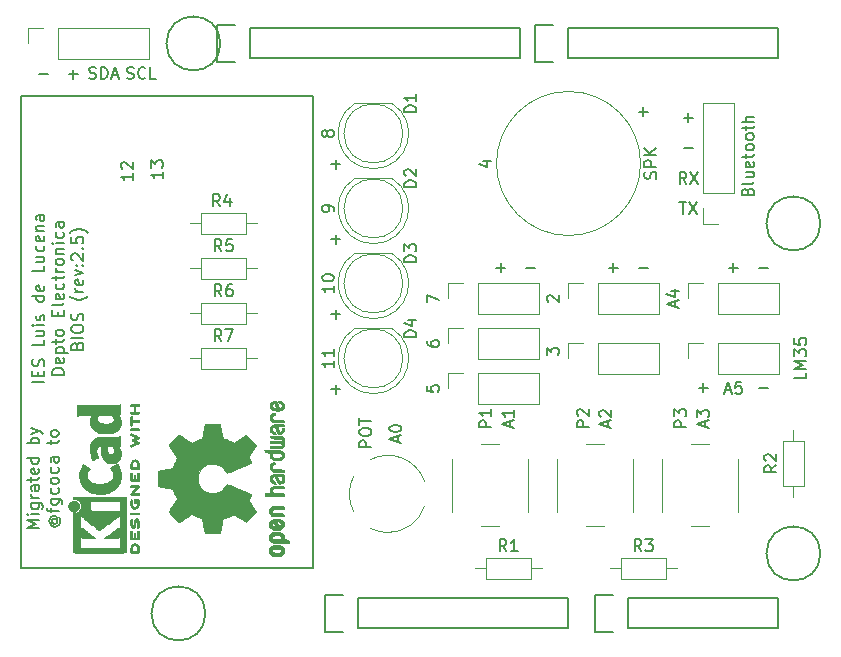
<source format=gbr>
G04 #@! TF.GenerationSoftware,KiCad,Pcbnew,5.0.2-bee76a0~70~ubuntu18.04.1*
G04 #@! TF.CreationDate,2019-09-13T20:40:02+02:00*
G04 #@! TF.ProjectId,BIOS_Shield_1.0_Migration,42494f53-5f53-4686-9965-6c645f312e30,rev?*
G04 #@! TF.SameCoordinates,Original*
G04 #@! TF.FileFunction,Legend,Top*
G04 #@! TF.FilePolarity,Positive*
%FSLAX46Y46*%
G04 Gerber Fmt 4.6, Leading zero omitted, Abs format (unit mm)*
G04 Created by KiCad (PCBNEW 5.0.2-bee76a0~70~ubuntu18.04.1) date vie 13 sep 2019 20:40:02 CEST*
%MOMM*%
%LPD*%
G01*
G04 APERTURE LIST*
%ADD10C,0.150000*%
%ADD11C,0.120000*%
%ADD12C,0.010000*%
G04 APERTURE END LIST*
D10*
X113165380Y-116561666D02*
X112165380Y-116561666D01*
X112879666Y-116228333D01*
X112165380Y-115895000D01*
X113165380Y-115895000D01*
X113165380Y-115418809D02*
X112498714Y-115418809D01*
X112165380Y-115418809D02*
X112213000Y-115466428D01*
X112260619Y-115418809D01*
X112213000Y-115371190D01*
X112165380Y-115418809D01*
X112260619Y-115418809D01*
X112498714Y-114514047D02*
X113308238Y-114514047D01*
X113403476Y-114561666D01*
X113451095Y-114609285D01*
X113498714Y-114704523D01*
X113498714Y-114847380D01*
X113451095Y-114942619D01*
X113117761Y-114514047D02*
X113165380Y-114609285D01*
X113165380Y-114799761D01*
X113117761Y-114895000D01*
X113070142Y-114942619D01*
X112974904Y-114990238D01*
X112689190Y-114990238D01*
X112593952Y-114942619D01*
X112546333Y-114895000D01*
X112498714Y-114799761D01*
X112498714Y-114609285D01*
X112546333Y-114514047D01*
X113165380Y-114037857D02*
X112498714Y-114037857D01*
X112689190Y-114037857D02*
X112593952Y-113990238D01*
X112546333Y-113942619D01*
X112498714Y-113847380D01*
X112498714Y-113752142D01*
X113165380Y-112990238D02*
X112641571Y-112990238D01*
X112546333Y-113037857D01*
X112498714Y-113133095D01*
X112498714Y-113323571D01*
X112546333Y-113418809D01*
X113117761Y-112990238D02*
X113165380Y-113085476D01*
X113165380Y-113323571D01*
X113117761Y-113418809D01*
X113022523Y-113466428D01*
X112927285Y-113466428D01*
X112832047Y-113418809D01*
X112784428Y-113323571D01*
X112784428Y-113085476D01*
X112736809Y-112990238D01*
X112498714Y-112656904D02*
X112498714Y-112275952D01*
X112165380Y-112514047D02*
X113022523Y-112514047D01*
X113117761Y-112466428D01*
X113165380Y-112371190D01*
X113165380Y-112275952D01*
X113117761Y-111561666D02*
X113165380Y-111656904D01*
X113165380Y-111847380D01*
X113117761Y-111942619D01*
X113022523Y-111990238D01*
X112641571Y-111990238D01*
X112546333Y-111942619D01*
X112498714Y-111847380D01*
X112498714Y-111656904D01*
X112546333Y-111561666D01*
X112641571Y-111514047D01*
X112736809Y-111514047D01*
X112832047Y-111990238D01*
X113165380Y-110656904D02*
X112165380Y-110656904D01*
X113117761Y-110656904D02*
X113165380Y-110752142D01*
X113165380Y-110942619D01*
X113117761Y-111037857D01*
X113070142Y-111085476D01*
X112974904Y-111133095D01*
X112689190Y-111133095D01*
X112593952Y-111085476D01*
X112546333Y-111037857D01*
X112498714Y-110942619D01*
X112498714Y-110752142D01*
X112546333Y-110656904D01*
X113165380Y-109418809D02*
X112165380Y-109418809D01*
X112546333Y-109418809D02*
X112498714Y-109323571D01*
X112498714Y-109133095D01*
X112546333Y-109037857D01*
X112593952Y-108990238D01*
X112689190Y-108942619D01*
X112974904Y-108942619D01*
X113070142Y-108990238D01*
X113117761Y-109037857D01*
X113165380Y-109133095D01*
X113165380Y-109323571D01*
X113117761Y-109418809D01*
X112498714Y-108609285D02*
X113165380Y-108371190D01*
X112498714Y-108133095D02*
X113165380Y-108371190D01*
X113403476Y-108466428D01*
X113451095Y-108514047D01*
X113498714Y-108609285D01*
X114339190Y-115799761D02*
X114291571Y-115847380D01*
X114243952Y-115942619D01*
X114243952Y-116037857D01*
X114291571Y-116133095D01*
X114339190Y-116180714D01*
X114434428Y-116228333D01*
X114529666Y-116228333D01*
X114624904Y-116180714D01*
X114672523Y-116133095D01*
X114720142Y-116037857D01*
X114720142Y-115942619D01*
X114672523Y-115847380D01*
X114624904Y-115799761D01*
X114243952Y-115799761D02*
X114624904Y-115799761D01*
X114672523Y-115752142D01*
X114672523Y-115704523D01*
X114624904Y-115609285D01*
X114529666Y-115561666D01*
X114291571Y-115561666D01*
X114148714Y-115656904D01*
X114053476Y-115799761D01*
X114005857Y-115990238D01*
X114053476Y-116180714D01*
X114148714Y-116323571D01*
X114291571Y-116418809D01*
X114482047Y-116466428D01*
X114672523Y-116418809D01*
X114815380Y-116323571D01*
X114910619Y-116180714D01*
X114958238Y-115990238D01*
X114910619Y-115799761D01*
X114815380Y-115656904D01*
X114148714Y-115275952D02*
X114148714Y-114895000D01*
X114815380Y-115133095D02*
X113958238Y-115133095D01*
X113863000Y-115085476D01*
X113815380Y-114990238D01*
X113815380Y-114895000D01*
X114148714Y-114133095D02*
X114958238Y-114133095D01*
X115053476Y-114180714D01*
X115101095Y-114228333D01*
X115148714Y-114323571D01*
X115148714Y-114466428D01*
X115101095Y-114561666D01*
X114767761Y-114133095D02*
X114815380Y-114228333D01*
X114815380Y-114418809D01*
X114767761Y-114514047D01*
X114720142Y-114561666D01*
X114624904Y-114609285D01*
X114339190Y-114609285D01*
X114243952Y-114561666D01*
X114196333Y-114514047D01*
X114148714Y-114418809D01*
X114148714Y-114228333D01*
X114196333Y-114133095D01*
X114767761Y-113228333D02*
X114815380Y-113323571D01*
X114815380Y-113514047D01*
X114767761Y-113609285D01*
X114720142Y-113656904D01*
X114624904Y-113704523D01*
X114339190Y-113704523D01*
X114243952Y-113656904D01*
X114196333Y-113609285D01*
X114148714Y-113514047D01*
X114148714Y-113323571D01*
X114196333Y-113228333D01*
X114815380Y-112656904D02*
X114767761Y-112752142D01*
X114720142Y-112799761D01*
X114624904Y-112847380D01*
X114339190Y-112847380D01*
X114243952Y-112799761D01*
X114196333Y-112752142D01*
X114148714Y-112656904D01*
X114148714Y-112514047D01*
X114196333Y-112418809D01*
X114243952Y-112371190D01*
X114339190Y-112323571D01*
X114624904Y-112323571D01*
X114720142Y-112371190D01*
X114767761Y-112418809D01*
X114815380Y-112514047D01*
X114815380Y-112656904D01*
X114767761Y-111466428D02*
X114815380Y-111561666D01*
X114815380Y-111752142D01*
X114767761Y-111847380D01*
X114720142Y-111895000D01*
X114624904Y-111942619D01*
X114339190Y-111942619D01*
X114243952Y-111895000D01*
X114196333Y-111847380D01*
X114148714Y-111752142D01*
X114148714Y-111561666D01*
X114196333Y-111466428D01*
X114815380Y-110609285D02*
X114291571Y-110609285D01*
X114196333Y-110656904D01*
X114148714Y-110752142D01*
X114148714Y-110942619D01*
X114196333Y-111037857D01*
X114767761Y-110609285D02*
X114815380Y-110704523D01*
X114815380Y-110942619D01*
X114767761Y-111037857D01*
X114672523Y-111085476D01*
X114577285Y-111085476D01*
X114482047Y-111037857D01*
X114434428Y-110942619D01*
X114434428Y-110704523D01*
X114386809Y-110609285D01*
X114148714Y-109514047D02*
X114148714Y-109133095D01*
X113815380Y-109371190D02*
X114672523Y-109371190D01*
X114767761Y-109323571D01*
X114815380Y-109228333D01*
X114815380Y-109133095D01*
X114815380Y-108656904D02*
X114767761Y-108752142D01*
X114720142Y-108799761D01*
X114624904Y-108847380D01*
X114339190Y-108847380D01*
X114243952Y-108799761D01*
X114196333Y-108752142D01*
X114148714Y-108656904D01*
X114148714Y-108514047D01*
X114196333Y-108418809D01*
X114243952Y-108371190D01*
X114339190Y-108323571D01*
X114624904Y-108323571D01*
X114720142Y-108371190D01*
X114767761Y-108418809D01*
X114815380Y-108514047D01*
X114815380Y-108656904D01*
X113610380Y-104226428D02*
X112610380Y-104226428D01*
X113086571Y-103750238D02*
X113086571Y-103416904D01*
X113610380Y-103274047D02*
X113610380Y-103750238D01*
X112610380Y-103750238D01*
X112610380Y-103274047D01*
X113562761Y-102893095D02*
X113610380Y-102750238D01*
X113610380Y-102512142D01*
X113562761Y-102416904D01*
X113515142Y-102369285D01*
X113419904Y-102321666D01*
X113324666Y-102321666D01*
X113229428Y-102369285D01*
X113181809Y-102416904D01*
X113134190Y-102512142D01*
X113086571Y-102702619D01*
X113038952Y-102797857D01*
X112991333Y-102845476D01*
X112896095Y-102893095D01*
X112800857Y-102893095D01*
X112705619Y-102845476D01*
X112658000Y-102797857D01*
X112610380Y-102702619D01*
X112610380Y-102464523D01*
X112658000Y-102321666D01*
X113610380Y-100655000D02*
X113610380Y-101131190D01*
X112610380Y-101131190D01*
X112943714Y-99893095D02*
X113610380Y-99893095D01*
X112943714Y-100321666D02*
X113467523Y-100321666D01*
X113562761Y-100274047D01*
X113610380Y-100178809D01*
X113610380Y-100035952D01*
X113562761Y-99940714D01*
X113515142Y-99893095D01*
X113610380Y-99416904D02*
X112943714Y-99416904D01*
X112610380Y-99416904D02*
X112658000Y-99464523D01*
X112705619Y-99416904D01*
X112658000Y-99369285D01*
X112610380Y-99416904D01*
X112705619Y-99416904D01*
X113562761Y-98988333D02*
X113610380Y-98893095D01*
X113610380Y-98702619D01*
X113562761Y-98607380D01*
X113467523Y-98559761D01*
X113419904Y-98559761D01*
X113324666Y-98607380D01*
X113277047Y-98702619D01*
X113277047Y-98845476D01*
X113229428Y-98940714D01*
X113134190Y-98988333D01*
X113086571Y-98988333D01*
X112991333Y-98940714D01*
X112943714Y-98845476D01*
X112943714Y-98702619D01*
X112991333Y-98607380D01*
X113610380Y-96940714D02*
X112610380Y-96940714D01*
X113562761Y-96940714D02*
X113610380Y-97035952D01*
X113610380Y-97226428D01*
X113562761Y-97321666D01*
X113515142Y-97369285D01*
X113419904Y-97416904D01*
X113134190Y-97416904D01*
X113038952Y-97369285D01*
X112991333Y-97321666D01*
X112943714Y-97226428D01*
X112943714Y-97035952D01*
X112991333Y-96940714D01*
X113562761Y-96083571D02*
X113610380Y-96178809D01*
X113610380Y-96369285D01*
X113562761Y-96464523D01*
X113467523Y-96512142D01*
X113086571Y-96512142D01*
X112991333Y-96464523D01*
X112943714Y-96369285D01*
X112943714Y-96178809D01*
X112991333Y-96083571D01*
X113086571Y-96035952D01*
X113181809Y-96035952D01*
X113277047Y-96512142D01*
X113610380Y-94369285D02*
X113610380Y-94845476D01*
X112610380Y-94845476D01*
X112943714Y-93607380D02*
X113610380Y-93607380D01*
X112943714Y-94035952D02*
X113467523Y-94035952D01*
X113562761Y-93988333D01*
X113610380Y-93893095D01*
X113610380Y-93750238D01*
X113562761Y-93655000D01*
X113515142Y-93607380D01*
X113562761Y-92702619D02*
X113610380Y-92797857D01*
X113610380Y-92988333D01*
X113562761Y-93083571D01*
X113515142Y-93131190D01*
X113419904Y-93178809D01*
X113134190Y-93178809D01*
X113038952Y-93131190D01*
X112991333Y-93083571D01*
X112943714Y-92988333D01*
X112943714Y-92797857D01*
X112991333Y-92702619D01*
X113562761Y-91893095D02*
X113610380Y-91988333D01*
X113610380Y-92178809D01*
X113562761Y-92274047D01*
X113467523Y-92321666D01*
X113086571Y-92321666D01*
X112991333Y-92274047D01*
X112943714Y-92178809D01*
X112943714Y-91988333D01*
X112991333Y-91893095D01*
X113086571Y-91845476D01*
X113181809Y-91845476D01*
X113277047Y-92321666D01*
X112943714Y-91416904D02*
X113610380Y-91416904D01*
X113038952Y-91416904D02*
X112991333Y-91369285D01*
X112943714Y-91274047D01*
X112943714Y-91131190D01*
X112991333Y-91035952D01*
X113086571Y-90988333D01*
X113610380Y-90988333D01*
X113610380Y-90083571D02*
X113086571Y-90083571D01*
X112991333Y-90131190D01*
X112943714Y-90226428D01*
X112943714Y-90416904D01*
X112991333Y-90512142D01*
X113562761Y-90083571D02*
X113610380Y-90178809D01*
X113610380Y-90416904D01*
X113562761Y-90512142D01*
X113467523Y-90559761D01*
X113372285Y-90559761D01*
X113277047Y-90512142D01*
X113229428Y-90416904D01*
X113229428Y-90178809D01*
X113181809Y-90083571D01*
X115260380Y-103607380D02*
X114260380Y-103607380D01*
X114260380Y-103369285D01*
X114308000Y-103226428D01*
X114403238Y-103131190D01*
X114498476Y-103083571D01*
X114688952Y-103035952D01*
X114831809Y-103035952D01*
X115022285Y-103083571D01*
X115117523Y-103131190D01*
X115212761Y-103226428D01*
X115260380Y-103369285D01*
X115260380Y-103607380D01*
X115212761Y-102226428D02*
X115260380Y-102321666D01*
X115260380Y-102512142D01*
X115212761Y-102607380D01*
X115117523Y-102655000D01*
X114736571Y-102655000D01*
X114641333Y-102607380D01*
X114593714Y-102512142D01*
X114593714Y-102321666D01*
X114641333Y-102226428D01*
X114736571Y-102178809D01*
X114831809Y-102178809D01*
X114927047Y-102655000D01*
X114593714Y-101750238D02*
X115593714Y-101750238D01*
X114641333Y-101750238D02*
X114593714Y-101655000D01*
X114593714Y-101464523D01*
X114641333Y-101369285D01*
X114688952Y-101321666D01*
X114784190Y-101274047D01*
X115069904Y-101274047D01*
X115165142Y-101321666D01*
X115212761Y-101369285D01*
X115260380Y-101464523D01*
X115260380Y-101655000D01*
X115212761Y-101750238D01*
X114593714Y-100988333D02*
X114593714Y-100607380D01*
X114260380Y-100845476D02*
X115117523Y-100845476D01*
X115212761Y-100797857D01*
X115260380Y-100702619D01*
X115260380Y-100607380D01*
X115260380Y-100131190D02*
X115212761Y-100226428D01*
X115165142Y-100274047D01*
X115069904Y-100321666D01*
X114784190Y-100321666D01*
X114688952Y-100274047D01*
X114641333Y-100226428D01*
X114593714Y-100131190D01*
X114593714Y-99988333D01*
X114641333Y-99893095D01*
X114688952Y-99845476D01*
X114784190Y-99797857D01*
X115069904Y-99797857D01*
X115165142Y-99845476D01*
X115212761Y-99893095D01*
X115260380Y-99988333D01*
X115260380Y-100131190D01*
X114736571Y-98607380D02*
X114736571Y-98274047D01*
X115260380Y-98131190D02*
X115260380Y-98607380D01*
X114260380Y-98607380D01*
X114260380Y-98131190D01*
X115260380Y-97559761D02*
X115212761Y-97655000D01*
X115117523Y-97702619D01*
X114260380Y-97702619D01*
X115212761Y-96797857D02*
X115260380Y-96893095D01*
X115260380Y-97083571D01*
X115212761Y-97178809D01*
X115117523Y-97226428D01*
X114736571Y-97226428D01*
X114641333Y-97178809D01*
X114593714Y-97083571D01*
X114593714Y-96893095D01*
X114641333Y-96797857D01*
X114736571Y-96750238D01*
X114831809Y-96750238D01*
X114927047Y-97226428D01*
X115212761Y-95893095D02*
X115260380Y-95988333D01*
X115260380Y-96178809D01*
X115212761Y-96274047D01*
X115165142Y-96321666D01*
X115069904Y-96369285D01*
X114784190Y-96369285D01*
X114688952Y-96321666D01*
X114641333Y-96274047D01*
X114593714Y-96178809D01*
X114593714Y-95988333D01*
X114641333Y-95893095D01*
X114593714Y-95607380D02*
X114593714Y-95226428D01*
X114260380Y-95464523D02*
X115117523Y-95464523D01*
X115212761Y-95416904D01*
X115260380Y-95321666D01*
X115260380Y-95226428D01*
X115260380Y-94893095D02*
X114593714Y-94893095D01*
X114784190Y-94893095D02*
X114688952Y-94845476D01*
X114641333Y-94797857D01*
X114593714Y-94702619D01*
X114593714Y-94607380D01*
X115260380Y-94131190D02*
X115212761Y-94226428D01*
X115165142Y-94274047D01*
X115069904Y-94321666D01*
X114784190Y-94321666D01*
X114688952Y-94274047D01*
X114641333Y-94226428D01*
X114593714Y-94131190D01*
X114593714Y-93988333D01*
X114641333Y-93893095D01*
X114688952Y-93845476D01*
X114784190Y-93797857D01*
X115069904Y-93797857D01*
X115165142Y-93845476D01*
X115212761Y-93893095D01*
X115260380Y-93988333D01*
X115260380Y-94131190D01*
X114593714Y-93369285D02*
X115260380Y-93369285D01*
X114688952Y-93369285D02*
X114641333Y-93321666D01*
X114593714Y-93226428D01*
X114593714Y-93083571D01*
X114641333Y-92988333D01*
X114736571Y-92940714D01*
X115260380Y-92940714D01*
X115260380Y-92464523D02*
X114593714Y-92464523D01*
X114260380Y-92464523D02*
X114308000Y-92512142D01*
X114355619Y-92464523D01*
X114308000Y-92416904D01*
X114260380Y-92464523D01*
X114355619Y-92464523D01*
X115212761Y-91559761D02*
X115260380Y-91655000D01*
X115260380Y-91845476D01*
X115212761Y-91940714D01*
X115165142Y-91988333D01*
X115069904Y-92035952D01*
X114784190Y-92035952D01*
X114688952Y-91988333D01*
X114641333Y-91940714D01*
X114593714Y-91845476D01*
X114593714Y-91655000D01*
X114641333Y-91559761D01*
X115260380Y-90702619D02*
X114736571Y-90702619D01*
X114641333Y-90750238D01*
X114593714Y-90845476D01*
X114593714Y-91035952D01*
X114641333Y-91131190D01*
X115212761Y-90702619D02*
X115260380Y-90797857D01*
X115260380Y-91035952D01*
X115212761Y-91131190D01*
X115117523Y-91178809D01*
X115022285Y-91178809D01*
X114927047Y-91131190D01*
X114879428Y-91035952D01*
X114879428Y-90797857D01*
X114831809Y-90702619D01*
X116386571Y-101155000D02*
X116434190Y-101012142D01*
X116481809Y-100964523D01*
X116577047Y-100916904D01*
X116719904Y-100916904D01*
X116815142Y-100964523D01*
X116862761Y-101012142D01*
X116910380Y-101107380D01*
X116910380Y-101488333D01*
X115910380Y-101488333D01*
X115910380Y-101155000D01*
X115958000Y-101059761D01*
X116005619Y-101012142D01*
X116100857Y-100964523D01*
X116196095Y-100964523D01*
X116291333Y-101012142D01*
X116338952Y-101059761D01*
X116386571Y-101155000D01*
X116386571Y-101488333D01*
X116910380Y-100488333D02*
X115910380Y-100488333D01*
X115910380Y-99821666D02*
X115910380Y-99631190D01*
X115958000Y-99535952D01*
X116053238Y-99440714D01*
X116243714Y-99393095D01*
X116577047Y-99393095D01*
X116767523Y-99440714D01*
X116862761Y-99535952D01*
X116910380Y-99631190D01*
X116910380Y-99821666D01*
X116862761Y-99916904D01*
X116767523Y-100012142D01*
X116577047Y-100059761D01*
X116243714Y-100059761D01*
X116053238Y-100012142D01*
X115958000Y-99916904D01*
X115910380Y-99821666D01*
X116862761Y-99012142D02*
X116910380Y-98869285D01*
X116910380Y-98631190D01*
X116862761Y-98535952D01*
X116815142Y-98488333D01*
X116719904Y-98440714D01*
X116624666Y-98440714D01*
X116529428Y-98488333D01*
X116481809Y-98535952D01*
X116434190Y-98631190D01*
X116386571Y-98821666D01*
X116338952Y-98916904D01*
X116291333Y-98964523D01*
X116196095Y-99012142D01*
X116100857Y-99012142D01*
X116005619Y-98964523D01*
X115958000Y-98916904D01*
X115910380Y-98821666D01*
X115910380Y-98583571D01*
X115958000Y-98440714D01*
X117291333Y-96964523D02*
X117243714Y-97012142D01*
X117100857Y-97107380D01*
X117005619Y-97155000D01*
X116862761Y-97202619D01*
X116624666Y-97250238D01*
X116434190Y-97250238D01*
X116196095Y-97202619D01*
X116053238Y-97155000D01*
X115958000Y-97107380D01*
X115815142Y-97012142D01*
X115767523Y-96964523D01*
X116910380Y-96583571D02*
X116243714Y-96583571D01*
X116434190Y-96583571D02*
X116338952Y-96535952D01*
X116291333Y-96488333D01*
X116243714Y-96393095D01*
X116243714Y-96297857D01*
X116862761Y-95583571D02*
X116910380Y-95678809D01*
X116910380Y-95869285D01*
X116862761Y-95964523D01*
X116767523Y-96012142D01*
X116386571Y-96012142D01*
X116291333Y-95964523D01*
X116243714Y-95869285D01*
X116243714Y-95678809D01*
X116291333Y-95583571D01*
X116386571Y-95535952D01*
X116481809Y-95535952D01*
X116577047Y-96012142D01*
X116243714Y-95202619D02*
X116910380Y-94964523D01*
X116243714Y-94726428D01*
X116815142Y-94345476D02*
X116862761Y-94297857D01*
X116910380Y-94345476D01*
X116862761Y-94393095D01*
X116815142Y-94345476D01*
X116910380Y-94345476D01*
X116291333Y-94345476D02*
X116338952Y-94297857D01*
X116386571Y-94345476D01*
X116338952Y-94393095D01*
X116291333Y-94345476D01*
X116386571Y-94345476D01*
X116005619Y-93916904D02*
X115958000Y-93869285D01*
X115910380Y-93774047D01*
X115910380Y-93535952D01*
X115958000Y-93440714D01*
X116005619Y-93393095D01*
X116100857Y-93345476D01*
X116196095Y-93345476D01*
X116338952Y-93393095D01*
X116910380Y-93964523D01*
X116910380Y-93345476D01*
X116815142Y-92916904D02*
X116862761Y-92869285D01*
X116910380Y-92916904D01*
X116862761Y-92964523D01*
X116815142Y-92916904D01*
X116910380Y-92916904D01*
X115910380Y-91964523D02*
X115910380Y-92440714D01*
X116386571Y-92488333D01*
X116338952Y-92440714D01*
X116291333Y-92345476D01*
X116291333Y-92107380D01*
X116338952Y-92012142D01*
X116386571Y-91964523D01*
X116481809Y-91916904D01*
X116719904Y-91916904D01*
X116815142Y-91964523D01*
X116862761Y-92012142D01*
X116910380Y-92107380D01*
X116910380Y-92345476D01*
X116862761Y-92440714D01*
X116815142Y-92488333D01*
X117291333Y-91583571D02*
X117243714Y-91535952D01*
X117100857Y-91440714D01*
X117005619Y-91393095D01*
X116862761Y-91345476D01*
X116624666Y-91297857D01*
X116434190Y-91297857D01*
X116196095Y-91345476D01*
X116053238Y-91393095D01*
X115958000Y-91440714D01*
X115815142Y-91535952D01*
X115767523Y-91583571D01*
X150788714Y-85534523D02*
X151455380Y-85534523D01*
X150407761Y-85772619D02*
X151122047Y-86010714D01*
X151122047Y-85391666D01*
X167386095Y-88987380D02*
X167957523Y-88987380D01*
X167671809Y-89987380D02*
X167671809Y-88987380D01*
X168195619Y-88987380D02*
X168862285Y-89987380D01*
X168862285Y-88987380D02*
X168195619Y-89987380D01*
X167981333Y-87447380D02*
X167648000Y-86971190D01*
X167409904Y-87447380D02*
X167409904Y-86447380D01*
X167790857Y-86447380D01*
X167886095Y-86495000D01*
X167933714Y-86542619D01*
X167981333Y-86637857D01*
X167981333Y-86780714D01*
X167933714Y-86875952D01*
X167886095Y-86923571D01*
X167790857Y-86971190D01*
X167409904Y-86971190D01*
X168314666Y-86447380D02*
X168981333Y-87447380D01*
X168981333Y-86447380D02*
X168314666Y-87447380D01*
X168528952Y-84383571D02*
X167767047Y-84383571D01*
X168528952Y-81843571D02*
X167767047Y-81843571D01*
X168148000Y-81462619D02*
X168148000Y-82224523D01*
X173156571Y-88090000D02*
X173204190Y-87947142D01*
X173251809Y-87899523D01*
X173347047Y-87851904D01*
X173489904Y-87851904D01*
X173585142Y-87899523D01*
X173632761Y-87947142D01*
X173680380Y-88042380D01*
X173680380Y-88423333D01*
X172680380Y-88423333D01*
X172680380Y-88090000D01*
X172728000Y-87994761D01*
X172775619Y-87947142D01*
X172870857Y-87899523D01*
X172966095Y-87899523D01*
X173061333Y-87947142D01*
X173108952Y-87994761D01*
X173156571Y-88090000D01*
X173156571Y-88423333D01*
X173680380Y-87280476D02*
X173632761Y-87375714D01*
X173537523Y-87423333D01*
X172680380Y-87423333D01*
X173013714Y-86470952D02*
X173680380Y-86470952D01*
X173013714Y-86899523D02*
X173537523Y-86899523D01*
X173632761Y-86851904D01*
X173680380Y-86756666D01*
X173680380Y-86613809D01*
X173632761Y-86518571D01*
X173585142Y-86470952D01*
X173632761Y-85613809D02*
X173680380Y-85709047D01*
X173680380Y-85899523D01*
X173632761Y-85994761D01*
X173537523Y-86042380D01*
X173156571Y-86042380D01*
X173061333Y-85994761D01*
X173013714Y-85899523D01*
X173013714Y-85709047D01*
X173061333Y-85613809D01*
X173156571Y-85566190D01*
X173251809Y-85566190D01*
X173347047Y-86042380D01*
X173013714Y-85280476D02*
X173013714Y-84899523D01*
X172680380Y-85137619D02*
X173537523Y-85137619D01*
X173632761Y-85090000D01*
X173680380Y-84994761D01*
X173680380Y-84899523D01*
X173680380Y-84423333D02*
X173632761Y-84518571D01*
X173585142Y-84566190D01*
X173489904Y-84613809D01*
X173204190Y-84613809D01*
X173108952Y-84566190D01*
X173061333Y-84518571D01*
X173013714Y-84423333D01*
X173013714Y-84280476D01*
X173061333Y-84185238D01*
X173108952Y-84137619D01*
X173204190Y-84090000D01*
X173489904Y-84090000D01*
X173585142Y-84137619D01*
X173632761Y-84185238D01*
X173680380Y-84280476D01*
X173680380Y-84423333D01*
X173680380Y-83518571D02*
X173632761Y-83613809D01*
X173585142Y-83661428D01*
X173489904Y-83709047D01*
X173204190Y-83709047D01*
X173108952Y-83661428D01*
X173061333Y-83613809D01*
X173013714Y-83518571D01*
X173013714Y-83375714D01*
X173061333Y-83280476D01*
X173108952Y-83232857D01*
X173204190Y-83185238D01*
X173489904Y-83185238D01*
X173585142Y-83232857D01*
X173632761Y-83280476D01*
X173680380Y-83375714D01*
X173680380Y-83518571D01*
X173013714Y-82899523D02*
X173013714Y-82518571D01*
X172680380Y-82756666D02*
X173537523Y-82756666D01*
X173632761Y-82709047D01*
X173680380Y-82613809D01*
X173680380Y-82518571D01*
X173680380Y-82185238D02*
X172680380Y-82185238D01*
X173680380Y-81756666D02*
X173156571Y-81756666D01*
X173061333Y-81804285D01*
X173013714Y-81899523D01*
X173013714Y-82042380D01*
X173061333Y-82137619D01*
X173108952Y-82185238D01*
X169584666Y-108029285D02*
X169584666Y-107553095D01*
X169870380Y-108124523D02*
X168870380Y-107791190D01*
X169870380Y-107457857D01*
X168870380Y-107219761D02*
X168870380Y-106600714D01*
X169251333Y-106934047D01*
X169251333Y-106791190D01*
X169298952Y-106695952D01*
X169346571Y-106648333D01*
X169441809Y-106600714D01*
X169679904Y-106600714D01*
X169775142Y-106648333D01*
X169822761Y-106695952D01*
X169870380Y-106791190D01*
X169870380Y-107076904D01*
X169822761Y-107172142D01*
X169775142Y-107219761D01*
X161329666Y-108029285D02*
X161329666Y-107553095D01*
X161615380Y-108124523D02*
X160615380Y-107791190D01*
X161615380Y-107457857D01*
X160710619Y-107172142D02*
X160663000Y-107124523D01*
X160615380Y-107029285D01*
X160615380Y-106791190D01*
X160663000Y-106695952D01*
X160710619Y-106648333D01*
X160805857Y-106600714D01*
X160901095Y-106600714D01*
X161043952Y-106648333D01*
X161615380Y-107219761D01*
X161615380Y-106600714D01*
X153074666Y-108029285D02*
X153074666Y-107553095D01*
X153360380Y-108124523D02*
X152360380Y-107791190D01*
X153360380Y-107457857D01*
X153360380Y-106600714D02*
X153360380Y-107172142D01*
X153360380Y-106886428D02*
X152360380Y-106886428D01*
X152503238Y-106981666D01*
X152598476Y-107076904D01*
X152646095Y-107172142D01*
X171243714Y-104941666D02*
X171719904Y-104941666D01*
X171148476Y-105227380D02*
X171481809Y-104227380D01*
X171815142Y-105227380D01*
X172624666Y-104227380D02*
X172148476Y-104227380D01*
X172100857Y-104703571D01*
X172148476Y-104655952D01*
X172243714Y-104608333D01*
X172481809Y-104608333D01*
X172577047Y-104655952D01*
X172624666Y-104703571D01*
X172672285Y-104798809D01*
X172672285Y-105036904D01*
X172624666Y-105132142D01*
X172577047Y-105179761D01*
X172481809Y-105227380D01*
X172243714Y-105227380D01*
X172148476Y-105179761D01*
X172100857Y-105132142D01*
X169798952Y-104703571D02*
X169037047Y-104703571D01*
X169418000Y-104322619D02*
X169418000Y-105084523D01*
X174878952Y-104703571D02*
X174117047Y-104703571D01*
X167044666Y-97869285D02*
X167044666Y-97393095D01*
X167330380Y-97964523D02*
X166330380Y-97631190D01*
X167330380Y-97297857D01*
X166663714Y-96535952D02*
X167330380Y-96535952D01*
X166282761Y-96774047D02*
X166997047Y-97012142D01*
X166997047Y-96393095D01*
X172338952Y-94543571D02*
X171577047Y-94543571D01*
X171958000Y-94162619D02*
X171958000Y-94924523D01*
X174878952Y-94543571D02*
X174117047Y-94543571D01*
X164718952Y-94543571D02*
X163957047Y-94543571D01*
X162178952Y-94543571D02*
X161417047Y-94543571D01*
X161798000Y-94162619D02*
X161798000Y-94924523D01*
X152653952Y-94543571D02*
X151892047Y-94543571D01*
X152273000Y-94162619D02*
X152273000Y-94924523D01*
X155193952Y-94543571D02*
X154432047Y-94543571D01*
X156170380Y-101933333D02*
X156170380Y-101314285D01*
X156551333Y-101647619D01*
X156551333Y-101504761D01*
X156598952Y-101409523D01*
X156646571Y-101361904D01*
X156741809Y-101314285D01*
X156979904Y-101314285D01*
X157075142Y-101361904D01*
X157122761Y-101409523D01*
X157170380Y-101504761D01*
X157170380Y-101790476D01*
X157122761Y-101885714D01*
X157075142Y-101933333D01*
X156265619Y-97440714D02*
X156218000Y-97393095D01*
X156170380Y-97297857D01*
X156170380Y-97059761D01*
X156218000Y-96964523D01*
X156265619Y-96916904D01*
X156360857Y-96869285D01*
X156456095Y-96869285D01*
X156598952Y-96916904D01*
X157170380Y-97488333D01*
X157170380Y-96869285D01*
X146010380Y-97488333D02*
X146010380Y-96821666D01*
X147010380Y-97250238D01*
X146010380Y-100774523D02*
X146010380Y-100965000D01*
X146058000Y-101060238D01*
X146105619Y-101107857D01*
X146248476Y-101203095D01*
X146438952Y-101250714D01*
X146819904Y-101250714D01*
X146915142Y-101203095D01*
X146962761Y-101155476D01*
X147010380Y-101060238D01*
X147010380Y-100869761D01*
X146962761Y-100774523D01*
X146915142Y-100726904D01*
X146819904Y-100679285D01*
X146581809Y-100679285D01*
X146486571Y-100726904D01*
X146438952Y-100774523D01*
X146391333Y-100869761D01*
X146391333Y-101060238D01*
X146438952Y-101155476D01*
X146486571Y-101203095D01*
X146581809Y-101250714D01*
X146010380Y-104536904D02*
X146010380Y-105013095D01*
X146486571Y-105060714D01*
X146438952Y-105013095D01*
X146391333Y-104917857D01*
X146391333Y-104679761D01*
X146438952Y-104584523D01*
X146486571Y-104536904D01*
X146581809Y-104489285D01*
X146819904Y-104489285D01*
X146915142Y-104536904D01*
X146962761Y-104584523D01*
X147010380Y-104679761D01*
X147010380Y-104917857D01*
X146962761Y-105013095D01*
X146915142Y-105060714D01*
X143549666Y-109299285D02*
X143549666Y-108823095D01*
X143835380Y-109394523D02*
X142835380Y-109061190D01*
X143835380Y-108727857D01*
X142835380Y-108204047D02*
X142835380Y-108108809D01*
X142883000Y-108013571D01*
X142930619Y-107965952D01*
X143025857Y-107918333D01*
X143216333Y-107870714D01*
X143454428Y-107870714D01*
X143644904Y-107918333D01*
X143740142Y-107965952D01*
X143787761Y-108013571D01*
X143835380Y-108108809D01*
X143835380Y-108204047D01*
X143787761Y-108299285D01*
X143740142Y-108346904D01*
X143644904Y-108394523D01*
X143454428Y-108442142D01*
X143216333Y-108442142D01*
X143025857Y-108394523D01*
X142930619Y-108346904D01*
X142883000Y-108299285D01*
X142835380Y-108204047D01*
X137548952Y-83280238D02*
X137501333Y-83375476D01*
X137453714Y-83423095D01*
X137358476Y-83470714D01*
X137310857Y-83470714D01*
X137215619Y-83423095D01*
X137168000Y-83375476D01*
X137120380Y-83280238D01*
X137120380Y-83089761D01*
X137168000Y-82994523D01*
X137215619Y-82946904D01*
X137310857Y-82899285D01*
X137358476Y-82899285D01*
X137453714Y-82946904D01*
X137501333Y-82994523D01*
X137548952Y-83089761D01*
X137548952Y-83280238D01*
X137596571Y-83375476D01*
X137644190Y-83423095D01*
X137739428Y-83470714D01*
X137929904Y-83470714D01*
X138025142Y-83423095D01*
X138072761Y-83375476D01*
X138120380Y-83280238D01*
X138120380Y-83089761D01*
X138072761Y-82994523D01*
X138025142Y-82946904D01*
X137929904Y-82899285D01*
X137739428Y-82899285D01*
X137644190Y-82946904D01*
X137596571Y-82994523D01*
X137548952Y-83089761D01*
X138120380Y-89725476D02*
X138120380Y-89535000D01*
X138072761Y-89439761D01*
X138025142Y-89392142D01*
X137882285Y-89296904D01*
X137691809Y-89249285D01*
X137310857Y-89249285D01*
X137215619Y-89296904D01*
X137168000Y-89344523D01*
X137120380Y-89439761D01*
X137120380Y-89630238D01*
X137168000Y-89725476D01*
X137215619Y-89773095D01*
X137310857Y-89820714D01*
X137548952Y-89820714D01*
X137644190Y-89773095D01*
X137691809Y-89725476D01*
X137739428Y-89630238D01*
X137739428Y-89439761D01*
X137691809Y-89344523D01*
X137644190Y-89296904D01*
X137548952Y-89249285D01*
X138120380Y-96075476D02*
X138120380Y-96646904D01*
X138120380Y-96361190D02*
X137120380Y-96361190D01*
X137263238Y-96456428D01*
X137358476Y-96551666D01*
X137406095Y-96646904D01*
X137120380Y-95456428D02*
X137120380Y-95361190D01*
X137168000Y-95265952D01*
X137215619Y-95218333D01*
X137310857Y-95170714D01*
X137501333Y-95123095D01*
X137739428Y-95123095D01*
X137929904Y-95170714D01*
X138025142Y-95218333D01*
X138072761Y-95265952D01*
X138120380Y-95361190D01*
X138120380Y-95456428D01*
X138072761Y-95551666D01*
X138025142Y-95599285D01*
X137929904Y-95646904D01*
X137739428Y-95694523D01*
X137501333Y-95694523D01*
X137310857Y-95646904D01*
X137215619Y-95599285D01*
X137168000Y-95551666D01*
X137120380Y-95456428D01*
X138120380Y-102425476D02*
X138120380Y-102996904D01*
X138120380Y-102711190D02*
X137120380Y-102711190D01*
X137263238Y-102806428D01*
X137358476Y-102901666D01*
X137406095Y-102996904D01*
X138120380Y-101473095D02*
X138120380Y-102044523D01*
X138120380Y-101758809D02*
X137120380Y-101758809D01*
X137263238Y-101854047D01*
X137358476Y-101949285D01*
X137406095Y-102044523D01*
X137922047Y-104846428D02*
X138683952Y-104846428D01*
X138303000Y-105227380D02*
X138303000Y-104465476D01*
X137922047Y-98496428D02*
X138683952Y-98496428D01*
X138303000Y-98877380D02*
X138303000Y-98115476D01*
X137922047Y-92146428D02*
X138683952Y-92146428D01*
X138303000Y-92527380D02*
X138303000Y-91765476D01*
X137922047Y-85796428D02*
X138683952Y-85796428D01*
X138303000Y-86177380D02*
X138303000Y-85415476D01*
X123642380Y-86423476D02*
X123642380Y-86994904D01*
X123642380Y-86709190D02*
X122642380Y-86709190D01*
X122785238Y-86804428D01*
X122880476Y-86899666D01*
X122928095Y-86994904D01*
X122642380Y-86090142D02*
X122642380Y-85471095D01*
X123023333Y-85804428D01*
X123023333Y-85661571D01*
X123070952Y-85566333D01*
X123118571Y-85518714D01*
X123213809Y-85471095D01*
X123451904Y-85471095D01*
X123547142Y-85518714D01*
X123594761Y-85566333D01*
X123642380Y-85661571D01*
X123642380Y-85947285D01*
X123594761Y-86042523D01*
X123547142Y-86090142D01*
X121102380Y-86550476D02*
X121102380Y-87121904D01*
X121102380Y-86836190D02*
X120102380Y-86836190D01*
X120245238Y-86931428D01*
X120340476Y-87026666D01*
X120388095Y-87121904D01*
X120197619Y-86169523D02*
X120150000Y-86121904D01*
X120102380Y-86026666D01*
X120102380Y-85788571D01*
X120150000Y-85693333D01*
X120197619Y-85645714D01*
X120292857Y-85598095D01*
X120388095Y-85598095D01*
X120530952Y-85645714D01*
X121102380Y-86217142D01*
X121102380Y-85598095D01*
X120602523Y-78509761D02*
X120745380Y-78557380D01*
X120983476Y-78557380D01*
X121078714Y-78509761D01*
X121126333Y-78462142D01*
X121173952Y-78366904D01*
X121173952Y-78271666D01*
X121126333Y-78176428D01*
X121078714Y-78128809D01*
X120983476Y-78081190D01*
X120793000Y-78033571D01*
X120697761Y-77985952D01*
X120650142Y-77938333D01*
X120602523Y-77843095D01*
X120602523Y-77747857D01*
X120650142Y-77652619D01*
X120697761Y-77605000D01*
X120793000Y-77557380D01*
X121031095Y-77557380D01*
X121173952Y-77605000D01*
X122173952Y-78462142D02*
X122126333Y-78509761D01*
X121983476Y-78557380D01*
X121888238Y-78557380D01*
X121745380Y-78509761D01*
X121650142Y-78414523D01*
X121602523Y-78319285D01*
X121554904Y-78128809D01*
X121554904Y-77985952D01*
X121602523Y-77795476D01*
X121650142Y-77700238D01*
X121745380Y-77605000D01*
X121888238Y-77557380D01*
X121983476Y-77557380D01*
X122126333Y-77605000D01*
X122173952Y-77652619D01*
X123078714Y-78557380D02*
X122602523Y-78557380D01*
X122602523Y-77557380D01*
X117403714Y-78509761D02*
X117546571Y-78557380D01*
X117784666Y-78557380D01*
X117879904Y-78509761D01*
X117927523Y-78462142D01*
X117975142Y-78366904D01*
X117975142Y-78271666D01*
X117927523Y-78176428D01*
X117879904Y-78128809D01*
X117784666Y-78081190D01*
X117594190Y-78033571D01*
X117498952Y-77985952D01*
X117451333Y-77938333D01*
X117403714Y-77843095D01*
X117403714Y-77747857D01*
X117451333Y-77652619D01*
X117498952Y-77605000D01*
X117594190Y-77557380D01*
X117832285Y-77557380D01*
X117975142Y-77605000D01*
X118403714Y-78557380D02*
X118403714Y-77557380D01*
X118641809Y-77557380D01*
X118784666Y-77605000D01*
X118879904Y-77700238D01*
X118927523Y-77795476D01*
X118975142Y-77985952D01*
X118975142Y-78128809D01*
X118927523Y-78319285D01*
X118879904Y-78414523D01*
X118784666Y-78509761D01*
X118641809Y-78557380D01*
X118403714Y-78557380D01*
X119356095Y-78271666D02*
X119832285Y-78271666D01*
X119260857Y-78557380D02*
X119594190Y-77557380D01*
X119927523Y-78557380D01*
X115697047Y-78176428D02*
X116458952Y-78176428D01*
X116078000Y-78557380D02*
X116078000Y-77795476D01*
X113157047Y-78176428D02*
X113918952Y-78176428D01*
D11*
G04 #@! TO.C,D1*
X143023000Y-80625000D02*
X139933000Y-80625000D01*
X143978000Y-83185000D02*
G75*
G03X143978000Y-83185000I-2500000J0D01*
G01*
X141478462Y-86175000D02*
G75*
G02X139933170Y-80625000I-462J2990000D01*
G01*
X141477538Y-86175000D02*
G75*
G03X143022830Y-80625000I462J2990000D01*
G01*
G04 #@! TO.C,D2*
X141477538Y-92525000D02*
G75*
G03X143022830Y-86975000I462J2990000D01*
G01*
X141478462Y-92525000D02*
G75*
G02X139933170Y-86975000I-462J2990000D01*
G01*
X143978000Y-89535000D02*
G75*
G03X143978000Y-89535000I-2500000J0D01*
G01*
X143023000Y-86975000D02*
X139933000Y-86975000D01*
G04 #@! TO.C,D3*
X143023000Y-93325000D02*
X139933000Y-93325000D01*
X143978000Y-95885000D02*
G75*
G03X143978000Y-95885000I-2500000J0D01*
G01*
X141478462Y-98875000D02*
G75*
G02X139933170Y-93325000I-462J2990000D01*
G01*
X141477538Y-98875000D02*
G75*
G03X143022830Y-93325000I462J2990000D01*
G01*
G04 #@! TO.C,D4*
X141477538Y-105225000D02*
G75*
G03X143022830Y-99675000I462J2990000D01*
G01*
X141478462Y-105225000D02*
G75*
G02X139933170Y-99675000I-462J2990000D01*
G01*
X143978000Y-102235000D02*
G75*
G03X143978000Y-102235000I-2500000J0D01*
G01*
X143023000Y-99675000D02*
X139933000Y-99675000D01*
D10*
G04 #@! TO.C,J1*
X140208000Y-125095000D02*
X157988000Y-125095000D01*
X157988000Y-125095000D02*
X157988000Y-122555000D01*
X157988000Y-122555000D02*
X140208000Y-122555000D01*
X137388000Y-125375000D02*
X138938000Y-125375000D01*
X140208000Y-125095000D02*
X140208000Y-122555000D01*
X138938000Y-122275000D02*
X137388000Y-122275000D01*
X137388000Y-122275000D02*
X137388000Y-125375000D01*
G04 #@! TO.C,J4*
X155168000Y-74015000D02*
X155168000Y-77115000D01*
X156718000Y-74015000D02*
X155168000Y-74015000D01*
X157988000Y-76835000D02*
X157988000Y-74295000D01*
X155168000Y-77115000D02*
X156718000Y-77115000D01*
X175768000Y-74295000D02*
X157988000Y-74295000D01*
X175768000Y-76835000D02*
X175768000Y-74295000D01*
X157988000Y-76835000D02*
X175768000Y-76835000D01*
D11*
G04 #@! TO.C,J5*
X112208000Y-75565000D02*
X112208000Y-74235000D01*
X112208000Y-74235000D02*
X113538000Y-74235000D01*
X114808000Y-74235000D02*
X122488000Y-74235000D01*
X122488000Y-76895000D02*
X122488000Y-74235000D01*
X114808000Y-76895000D02*
X122488000Y-76895000D01*
X114808000Y-76895000D02*
X114808000Y-74235000D01*
G04 #@! TO.C,J6*
X172018000Y-88265000D02*
X169358000Y-88265000D01*
X172018000Y-88265000D02*
X172018000Y-80585000D01*
X172018000Y-80585000D02*
X169358000Y-80585000D01*
X169358000Y-88265000D02*
X169358000Y-80585000D01*
X169358000Y-90865000D02*
X169358000Y-89535000D01*
X170688000Y-90865000D02*
X169358000Y-90865000D01*
G04 #@! TO.C,J8*
X147768000Y-100965000D02*
X147768000Y-99635000D01*
X147768000Y-99635000D02*
X149098000Y-99635000D01*
X150368000Y-99635000D02*
X155508000Y-99635000D01*
X155508000Y-102295000D02*
X155508000Y-99635000D01*
X150368000Y-102295000D02*
X155508000Y-102295000D01*
X150368000Y-102295000D02*
X150368000Y-99635000D01*
G04 #@! TO.C,J9*
X157928000Y-97155000D02*
X157928000Y-95825000D01*
X157928000Y-95825000D02*
X159258000Y-95825000D01*
X160528000Y-95825000D02*
X165668000Y-95825000D01*
X165668000Y-98485000D02*
X165668000Y-95825000D01*
X160528000Y-98485000D02*
X165668000Y-98485000D01*
X160528000Y-98485000D02*
X160528000Y-95825000D01*
G04 #@! TO.C,J10*
X168088000Y-97155000D02*
X168088000Y-95825000D01*
X168088000Y-95825000D02*
X169418000Y-95825000D01*
X170688000Y-95825000D02*
X175828000Y-95825000D01*
X175828000Y-98485000D02*
X175828000Y-95825000D01*
X170688000Y-98485000D02*
X175828000Y-98485000D01*
X170688000Y-98485000D02*
X170688000Y-95825000D01*
G04 #@! TO.C,J11*
X160528000Y-103565000D02*
X160528000Y-100905000D01*
X160528000Y-103565000D02*
X165668000Y-103565000D01*
X165668000Y-103565000D02*
X165668000Y-100905000D01*
X160528000Y-100905000D02*
X165668000Y-100905000D01*
X157928000Y-100905000D02*
X159258000Y-100905000D01*
X157928000Y-102235000D02*
X157928000Y-100905000D01*
G04 #@! TO.C,J12*
X150368000Y-106105000D02*
X150368000Y-103445000D01*
X150368000Y-106105000D02*
X155508000Y-106105000D01*
X155508000Y-106105000D02*
X155508000Y-103445000D01*
X150368000Y-103445000D02*
X155508000Y-103445000D01*
X147768000Y-103445000D02*
X149098000Y-103445000D01*
X147768000Y-104775000D02*
X147768000Y-103445000D01*
G04 #@! TO.C,J13*
X150368000Y-98485000D02*
X150368000Y-95825000D01*
X150368000Y-98485000D02*
X155508000Y-98485000D01*
X155508000Y-98485000D02*
X155508000Y-95825000D01*
X150368000Y-95825000D02*
X155508000Y-95825000D01*
X147768000Y-95825000D02*
X149098000Y-95825000D01*
X147768000Y-97155000D02*
X147768000Y-95825000D01*
G04 #@! TO.C,LM35*
X170688000Y-103565000D02*
X170688000Y-100905000D01*
X170688000Y-103565000D02*
X175828000Y-103565000D01*
X175828000Y-103565000D02*
X175828000Y-100905000D01*
X170688000Y-100905000D02*
X175828000Y-100905000D01*
X168088000Y-100905000D02*
X169418000Y-100905000D01*
X168088000Y-102235000D02*
X168088000Y-100905000D01*
D10*
G04 #@! TO.C,J2*
X163068000Y-125095000D02*
X175768000Y-125095000D01*
X175768000Y-125095000D02*
X175768000Y-122555000D01*
X175768000Y-122555000D02*
X163068000Y-122555000D01*
X160248000Y-125375000D02*
X161798000Y-125375000D01*
X163068000Y-125095000D02*
X163068000Y-122555000D01*
X161798000Y-122275000D02*
X160248000Y-122275000D01*
X160248000Y-122275000D02*
X160248000Y-125375000D01*
G04 #@! TO.C,J3*
X131064000Y-76835000D02*
X153924000Y-76835000D01*
X153924000Y-76835000D02*
X153924000Y-74295000D01*
X153924000Y-74295000D02*
X131064000Y-74295000D01*
X128244000Y-77115000D02*
X129794000Y-77115000D01*
X131064000Y-76835000D02*
X131064000Y-74295000D01*
X129794000Y-74015000D02*
X128244000Y-74015000D01*
X128244000Y-74015000D02*
X128244000Y-77115000D01*
D11*
G04 #@! TO.C,P1*
X154598000Y-115205000D02*
X154598000Y-110705000D01*
X150598000Y-116455000D02*
X152098000Y-116455000D01*
X148098000Y-110705000D02*
X148098000Y-115205000D01*
X152098000Y-109455000D02*
X150598000Y-109455000D01*
G04 #@! TO.C,P2*
X160988000Y-109455000D02*
X159488000Y-109455000D01*
X156988000Y-110705000D02*
X156988000Y-115205000D01*
X159488000Y-116455000D02*
X160988000Y-116455000D01*
X163488000Y-115205000D02*
X163488000Y-110705000D01*
G04 #@! TO.C,P3*
X172378000Y-115205000D02*
X172378000Y-110705000D01*
X168378000Y-116455000D02*
X169878000Y-116455000D01*
X165878000Y-110705000D02*
X165878000Y-115205000D01*
X169878000Y-109455000D02*
X168378000Y-109455000D01*
D10*
G04 #@! TO.C,P5*
X127254000Y-123825000D02*
G75*
G03X127254000Y-123825000I-2286000J0D01*
G01*
G04 #@! TO.C,P6*
X179324000Y-118745000D02*
G75*
G03X179324000Y-118745000I-2286000J0D01*
G01*
G04 #@! TO.C,P7*
X128524000Y-75565000D02*
G75*
G03X128524000Y-75565000I-2286000J0D01*
G01*
G04 #@! TO.C,P8*
X179324000Y-90805000D02*
G75*
G03X179324000Y-90805000I-2286000J0D01*
G01*
D11*
G04 #@! TO.C,R1*
X155778000Y-120015000D02*
X154828000Y-120015000D01*
X150038000Y-120015000D02*
X150988000Y-120015000D01*
X154828000Y-119095000D02*
X150988000Y-119095000D01*
X154828000Y-120935000D02*
X154828000Y-119095000D01*
X150988000Y-120935000D02*
X154828000Y-120935000D01*
X150988000Y-119095000D02*
X150988000Y-120935000D01*
G04 #@! TO.C,R2*
X177958000Y-109205000D02*
X176118000Y-109205000D01*
X176118000Y-109205000D02*
X176118000Y-113045000D01*
X176118000Y-113045000D02*
X177958000Y-113045000D01*
X177958000Y-113045000D02*
X177958000Y-109205000D01*
X177038000Y-108255000D02*
X177038000Y-109205000D01*
X177038000Y-113995000D02*
X177038000Y-113045000D01*
G04 #@! TO.C,R3*
X167208000Y-120015000D02*
X166258000Y-120015000D01*
X161468000Y-120015000D02*
X162418000Y-120015000D01*
X166258000Y-119095000D02*
X162418000Y-119095000D01*
X166258000Y-120935000D02*
X166258000Y-119095000D01*
X162418000Y-120935000D02*
X166258000Y-120935000D01*
X162418000Y-119095000D02*
X162418000Y-120935000D01*
G04 #@! TO.C,R4*
X130698000Y-91725000D02*
X130698000Y-89885000D01*
X130698000Y-89885000D02*
X126858000Y-89885000D01*
X126858000Y-89885000D02*
X126858000Y-91725000D01*
X126858000Y-91725000D02*
X130698000Y-91725000D01*
X131648000Y-90805000D02*
X130698000Y-90805000D01*
X125908000Y-90805000D02*
X126858000Y-90805000D01*
G04 #@! TO.C,R5*
X125908000Y-94615000D02*
X126858000Y-94615000D01*
X131648000Y-94615000D02*
X130698000Y-94615000D01*
X126858000Y-95535000D02*
X130698000Y-95535000D01*
X126858000Y-93695000D02*
X126858000Y-95535000D01*
X130698000Y-93695000D02*
X126858000Y-93695000D01*
X130698000Y-95535000D02*
X130698000Y-93695000D01*
G04 #@! TO.C,R6*
X130698000Y-99345000D02*
X130698000Y-97505000D01*
X130698000Y-97505000D02*
X126858000Y-97505000D01*
X126858000Y-97505000D02*
X126858000Y-99345000D01*
X126858000Y-99345000D02*
X130698000Y-99345000D01*
X131648000Y-98425000D02*
X130698000Y-98425000D01*
X125908000Y-98425000D02*
X126858000Y-98425000D01*
G04 #@! TO.C,R7*
X130698000Y-103155000D02*
X130698000Y-101315000D01*
X130698000Y-101315000D02*
X126858000Y-101315000D01*
X126858000Y-101315000D02*
X126858000Y-103155000D01*
X126858000Y-103155000D02*
X130698000Y-103155000D01*
X131648000Y-102235000D02*
X130698000Y-102235000D01*
X125908000Y-102235000D02*
X126858000Y-102235000D01*
G04 #@! TO.C,SPK*
X164098000Y-85725000D02*
G75*
G03X164098000Y-85725000I-6100000J0D01*
G01*
D10*
G04 #@! TO.C,J7*
X111633000Y-80010000D02*
X136398000Y-80010000D01*
X136398000Y-80010000D02*
X136398000Y-120015000D01*
X136398000Y-120015000D02*
X111633000Y-120015000D01*
X111633000Y-120015000D02*
X111633000Y-80010000D01*
D11*
G04 #@! TO.C,POT*
X145799846Y-114769608D02*
G75*
G02X142708000Y-116975000I-3091846J1064608D01*
G01*
X141224032Y-110791171D02*
G75*
G02X145800000Y-112641000I1483968J-2913829D01*
G01*
X139794613Y-115190202D02*
G75*
G02X139794000Y-112221000I2913387J1485202D01*
G01*
X142764863Y-116975075D02*
G75*
G02X141223000Y-116619000I-56863J3270075D01*
G01*
D12*
G04 #@! TO.C,REF\002A\002A*
G36*
X115644571Y-114668043D02*
X115668809Y-114571768D01*
X115711641Y-114485184D01*
X115771419Y-114410373D01*
X115846494Y-114349418D01*
X115935220Y-114304399D01*
X116031530Y-114278136D01*
X116128795Y-114272286D01*
X116222654Y-114287140D01*
X116310511Y-114320840D01*
X116389770Y-114371528D01*
X116457836Y-114437345D01*
X116512112Y-114516434D01*
X116550002Y-114606934D01*
X116562426Y-114658200D01*
X116569947Y-114702698D01*
X116572919Y-114736999D01*
X116571094Y-114769960D01*
X116564225Y-114810434D01*
X116557250Y-114843531D01*
X116525741Y-114936947D01*
X116474617Y-115020619D01*
X116405429Y-115092665D01*
X116319728Y-115151200D01*
X116292489Y-115165148D01*
X116256122Y-115181586D01*
X116225582Y-115191894D01*
X116193450Y-115197460D01*
X116152307Y-115199669D01*
X116106222Y-115199948D01*
X116021865Y-115195861D01*
X115952586Y-115182446D01*
X115891961Y-115157256D01*
X115833567Y-115117846D01*
X115789302Y-115079298D01*
X115723484Y-115007406D01*
X115678053Y-114932313D01*
X115650850Y-114849562D01*
X115640576Y-114771928D01*
X115644571Y-114668043D01*
X115644571Y-114668043D01*
G37*
X115644571Y-114668043D02*
X115668809Y-114571768D01*
X115711641Y-114485184D01*
X115771419Y-114410373D01*
X115846494Y-114349418D01*
X115935220Y-114304399D01*
X116031530Y-114278136D01*
X116128795Y-114272286D01*
X116222654Y-114287140D01*
X116310511Y-114320840D01*
X116389770Y-114371528D01*
X116457836Y-114437345D01*
X116512112Y-114516434D01*
X116550002Y-114606934D01*
X116562426Y-114658200D01*
X116569947Y-114702698D01*
X116572919Y-114736999D01*
X116571094Y-114769960D01*
X116564225Y-114810434D01*
X116557250Y-114843531D01*
X116525741Y-114936947D01*
X116474617Y-115020619D01*
X116405429Y-115092665D01*
X116319728Y-115151200D01*
X116292489Y-115165148D01*
X116256122Y-115181586D01*
X116225582Y-115191894D01*
X116193450Y-115197460D01*
X116152307Y-115199669D01*
X116106222Y-115199948D01*
X116021865Y-115195861D01*
X115952586Y-115182446D01*
X115891961Y-115157256D01*
X115833567Y-115117846D01*
X115789302Y-115079298D01*
X115723484Y-115007406D01*
X115678053Y-114932313D01*
X115650850Y-114849562D01*
X115640576Y-114771928D01*
X115644571Y-114668043D01*
G36*
X118090245Y-106208493D02*
X118324662Y-106208474D01*
X118537603Y-106208448D01*
X118730168Y-106208375D01*
X118903459Y-106208218D01*
X119058576Y-106207936D01*
X119196620Y-106207491D01*
X119318692Y-106206844D01*
X119425894Y-106205955D01*
X119519326Y-106204787D01*
X119600090Y-106203299D01*
X119669286Y-106201454D01*
X119728015Y-106199211D01*
X119777379Y-106196531D01*
X119818478Y-106193377D01*
X119852413Y-106189708D01*
X119880286Y-106185487D01*
X119903198Y-106180673D01*
X119922249Y-106175227D01*
X119938540Y-106169112D01*
X119953173Y-106162288D01*
X119967249Y-106154715D01*
X119981868Y-106146355D01*
X119990974Y-106141161D01*
X120051689Y-106106896D01*
X120051689Y-106965045D01*
X119955733Y-106965045D01*
X119912370Y-106965776D01*
X119879205Y-106967728D01*
X119861424Y-106970537D01*
X119859778Y-106971779D01*
X119866662Y-106983201D01*
X119884505Y-107005916D01*
X119903879Y-107028615D01*
X119944614Y-107083200D01*
X119985617Y-107152679D01*
X120023123Y-107229730D01*
X120053364Y-107307035D01*
X120063012Y-107337887D01*
X120077578Y-107406384D01*
X120087539Y-107489236D01*
X120092583Y-107578629D01*
X120092396Y-107666752D01*
X120086666Y-107745793D01*
X120080858Y-107783489D01*
X120042797Y-107921586D01*
X119985073Y-108048887D01*
X119908211Y-108164708D01*
X119812739Y-108268363D01*
X119699179Y-108359167D01*
X119588381Y-108425969D01*
X119471625Y-108480836D01*
X119352276Y-108522837D01*
X119226283Y-108552833D01*
X119089594Y-108571689D01*
X118938158Y-108580268D01*
X118860711Y-108580994D01*
X118803934Y-108578900D01*
X118803934Y-107749783D01*
X118897002Y-107749576D01*
X118984692Y-107746663D01*
X119061772Y-107741000D01*
X119123009Y-107732545D01*
X119135350Y-107729962D01*
X119242633Y-107698160D01*
X119329658Y-107656502D01*
X119396642Y-107604637D01*
X119443805Y-107542219D01*
X119471365Y-107468900D01*
X119479541Y-107384331D01*
X119468551Y-107288165D01*
X119452829Y-107224689D01*
X119434639Y-107175546D01*
X119408791Y-107121417D01*
X119385089Y-107080756D01*
X119338721Y-107010200D01*
X118188530Y-107010200D01*
X118144962Y-107077608D01*
X118104040Y-107156133D01*
X118077389Y-107240319D01*
X118065465Y-107325443D01*
X118068722Y-107406784D01*
X118087615Y-107479620D01*
X118103184Y-107511574D01*
X118146181Y-107569499D01*
X118202953Y-107618456D01*
X118275575Y-107659610D01*
X118366121Y-107694126D01*
X118476666Y-107723167D01*
X118482533Y-107724448D01*
X118544788Y-107734619D01*
X118622594Y-107742261D01*
X118710720Y-107747330D01*
X118803934Y-107749783D01*
X118803934Y-108578900D01*
X118647895Y-108573143D01*
X118452059Y-108551198D01*
X118273332Y-108515214D01*
X118111845Y-108465241D01*
X117967726Y-108401332D01*
X117841106Y-108323538D01*
X117732115Y-108231911D01*
X117640883Y-108126503D01*
X117609932Y-108081338D01*
X117553785Y-107980389D01*
X117514174Y-107877099D01*
X117490014Y-107767011D01*
X117480219Y-107645670D01*
X117481265Y-107553164D01*
X117492231Y-107423510D01*
X117514046Y-107310916D01*
X117547714Y-107212125D01*
X117594236Y-107123879D01*
X117628448Y-107075014D01*
X117650362Y-107045647D01*
X117665333Y-107023957D01*
X117669733Y-107015747D01*
X117658904Y-107014132D01*
X117628251Y-107012841D01*
X117580526Y-107011862D01*
X117518479Y-107011183D01*
X117444862Y-107010790D01*
X117362427Y-107010670D01*
X117273925Y-107010812D01*
X117182107Y-107011203D01*
X117089724Y-107011829D01*
X116999528Y-107012680D01*
X116914271Y-107013740D01*
X116836703Y-107014999D01*
X116769576Y-107016444D01*
X116715641Y-107018062D01*
X116677650Y-107019839D01*
X116670667Y-107020331D01*
X116600251Y-107027908D01*
X116545102Y-107039469D01*
X116497981Y-107057208D01*
X116451647Y-107083318D01*
X116442067Y-107089585D01*
X116405378Y-107114017D01*
X116405378Y-106208689D01*
X118090245Y-106208493D01*
X118090245Y-106208493D01*
G37*
X118090245Y-106208493D02*
X118324662Y-106208474D01*
X118537603Y-106208448D01*
X118730168Y-106208375D01*
X118903459Y-106208218D01*
X119058576Y-106207936D01*
X119196620Y-106207491D01*
X119318692Y-106206844D01*
X119425894Y-106205955D01*
X119519326Y-106204787D01*
X119600090Y-106203299D01*
X119669286Y-106201454D01*
X119728015Y-106199211D01*
X119777379Y-106196531D01*
X119818478Y-106193377D01*
X119852413Y-106189708D01*
X119880286Y-106185487D01*
X119903198Y-106180673D01*
X119922249Y-106175227D01*
X119938540Y-106169112D01*
X119953173Y-106162288D01*
X119967249Y-106154715D01*
X119981868Y-106146355D01*
X119990974Y-106141161D01*
X120051689Y-106106896D01*
X120051689Y-106965045D01*
X119955733Y-106965045D01*
X119912370Y-106965776D01*
X119879205Y-106967728D01*
X119861424Y-106970537D01*
X119859778Y-106971779D01*
X119866662Y-106983201D01*
X119884505Y-107005916D01*
X119903879Y-107028615D01*
X119944614Y-107083200D01*
X119985617Y-107152679D01*
X120023123Y-107229730D01*
X120053364Y-107307035D01*
X120063012Y-107337887D01*
X120077578Y-107406384D01*
X120087539Y-107489236D01*
X120092583Y-107578629D01*
X120092396Y-107666752D01*
X120086666Y-107745793D01*
X120080858Y-107783489D01*
X120042797Y-107921586D01*
X119985073Y-108048887D01*
X119908211Y-108164708D01*
X119812739Y-108268363D01*
X119699179Y-108359167D01*
X119588381Y-108425969D01*
X119471625Y-108480836D01*
X119352276Y-108522837D01*
X119226283Y-108552833D01*
X119089594Y-108571689D01*
X118938158Y-108580268D01*
X118860711Y-108580994D01*
X118803934Y-108578900D01*
X118803934Y-107749783D01*
X118897002Y-107749576D01*
X118984692Y-107746663D01*
X119061772Y-107741000D01*
X119123009Y-107732545D01*
X119135350Y-107729962D01*
X119242633Y-107698160D01*
X119329658Y-107656502D01*
X119396642Y-107604637D01*
X119443805Y-107542219D01*
X119471365Y-107468900D01*
X119479541Y-107384331D01*
X119468551Y-107288165D01*
X119452829Y-107224689D01*
X119434639Y-107175546D01*
X119408791Y-107121417D01*
X119385089Y-107080756D01*
X119338721Y-107010200D01*
X118188530Y-107010200D01*
X118144962Y-107077608D01*
X118104040Y-107156133D01*
X118077389Y-107240319D01*
X118065465Y-107325443D01*
X118068722Y-107406784D01*
X118087615Y-107479620D01*
X118103184Y-107511574D01*
X118146181Y-107569499D01*
X118202953Y-107618456D01*
X118275575Y-107659610D01*
X118366121Y-107694126D01*
X118476666Y-107723167D01*
X118482533Y-107724448D01*
X118544788Y-107734619D01*
X118622594Y-107742261D01*
X118710720Y-107747330D01*
X118803934Y-107749783D01*
X118803934Y-108578900D01*
X118647895Y-108573143D01*
X118452059Y-108551198D01*
X118273332Y-108515214D01*
X118111845Y-108465241D01*
X117967726Y-108401332D01*
X117841106Y-108323538D01*
X117732115Y-108231911D01*
X117640883Y-108126503D01*
X117609932Y-108081338D01*
X117553785Y-107980389D01*
X117514174Y-107877099D01*
X117490014Y-107767011D01*
X117480219Y-107645670D01*
X117481265Y-107553164D01*
X117492231Y-107423510D01*
X117514046Y-107310916D01*
X117547714Y-107212125D01*
X117594236Y-107123879D01*
X117628448Y-107075014D01*
X117650362Y-107045647D01*
X117665333Y-107023957D01*
X117669733Y-107015747D01*
X117658904Y-107014132D01*
X117628251Y-107012841D01*
X117580526Y-107011862D01*
X117518479Y-107011183D01*
X117444862Y-107010790D01*
X117362427Y-107010670D01*
X117273925Y-107010812D01*
X117182107Y-107011203D01*
X117089724Y-107011829D01*
X116999528Y-107012680D01*
X116914271Y-107013740D01*
X116836703Y-107014999D01*
X116769576Y-107016444D01*
X116715641Y-107018062D01*
X116677650Y-107019839D01*
X116670667Y-107020331D01*
X116600251Y-107027908D01*
X116545102Y-107039469D01*
X116497981Y-107057208D01*
X116451647Y-107083318D01*
X116442067Y-107089585D01*
X116405378Y-107114017D01*
X116405378Y-106208689D01*
X118090245Y-106208493D01*
G36*
X117484552Y-109721426D02*
X117504567Y-109569508D01*
X117538202Y-109434244D01*
X117585725Y-109314761D01*
X117647405Y-109210185D01*
X117710965Y-109132576D01*
X117785099Y-109063735D01*
X117864871Y-109009994D01*
X117957091Y-108967090D01*
X118000161Y-108951616D01*
X118039142Y-108938756D01*
X118075289Y-108927554D01*
X118110434Y-108917880D01*
X118146410Y-108909604D01*
X118185050Y-108902597D01*
X118228185Y-108896728D01*
X118277649Y-108891869D01*
X118335273Y-108887890D01*
X118402891Y-108884660D01*
X118482334Y-108882051D01*
X118575436Y-108879933D01*
X118684027Y-108878176D01*
X118809942Y-108876651D01*
X118955012Y-108875228D01*
X119097778Y-108873975D01*
X119253968Y-108872649D01*
X119389239Y-108871444D01*
X119505246Y-108870234D01*
X119603645Y-108868894D01*
X119686093Y-108867300D01*
X119754246Y-108865325D01*
X119809760Y-108862844D01*
X119854292Y-108859731D01*
X119889498Y-108855862D01*
X119917034Y-108851111D01*
X119938556Y-108845352D01*
X119955722Y-108838461D01*
X119970186Y-108830311D01*
X119983606Y-108820777D01*
X119997638Y-108809734D01*
X120003071Y-108805434D01*
X120025910Y-108789614D01*
X120041463Y-108782578D01*
X120041922Y-108782556D01*
X120044121Y-108793433D01*
X120046147Y-108824418D01*
X120047942Y-108873043D01*
X120049451Y-108936837D01*
X120050616Y-109013331D01*
X120051380Y-109100056D01*
X120051686Y-109194543D01*
X120051689Y-109205450D01*
X120051689Y-109628343D01*
X119955622Y-109631605D01*
X119859556Y-109634867D01*
X119910543Y-109696956D01*
X119978057Y-109794286D01*
X120032749Y-109904187D01*
X120062978Y-109990651D01*
X120077666Y-110059722D01*
X120087659Y-110143075D01*
X120092646Y-110232841D01*
X120092313Y-110321155D01*
X120086351Y-110400149D01*
X120080638Y-110436378D01*
X120042776Y-110576397D01*
X119987932Y-110702822D01*
X119916924Y-110814740D01*
X119830568Y-110911238D01*
X119729679Y-110991400D01*
X119615076Y-111054313D01*
X119488984Y-111098688D01*
X119432401Y-111111022D01*
X119370202Y-111118632D01*
X119295363Y-111122261D01*
X119261467Y-111122755D01*
X119258282Y-111122690D01*
X119258282Y-110362752D01*
X119333333Y-110353459D01*
X119397160Y-110325272D01*
X119452798Y-110276803D01*
X119457211Y-110271746D01*
X119492037Y-110223452D01*
X119514620Y-110171743D01*
X119526540Y-110111011D01*
X119529383Y-110035648D01*
X119528978Y-110017541D01*
X119526325Y-109963722D01*
X119520909Y-109923692D01*
X119510745Y-109888676D01*
X119493850Y-109849897D01*
X119488672Y-109839255D01*
X119452844Y-109778604D01*
X119410212Y-109731785D01*
X119394973Y-109719048D01*
X119338462Y-109674378D01*
X119142586Y-109674378D01*
X119063939Y-109674914D01*
X119005988Y-109676604D01*
X118966875Y-109679572D01*
X118944741Y-109683943D01*
X118938274Y-109688028D01*
X118935111Y-109703953D01*
X118932488Y-109737736D01*
X118930655Y-109784660D01*
X118929857Y-109840007D01*
X118929842Y-109848894D01*
X118935096Y-109969670D01*
X118951263Y-110072340D01*
X118978961Y-110158894D01*
X119018808Y-110231319D01*
X119065758Y-110286249D01*
X119123645Y-110330796D01*
X119186693Y-110355520D01*
X119258282Y-110362752D01*
X119258282Y-111122690D01*
X119167712Y-111120822D01*
X119088812Y-111112478D01*
X119017590Y-111096232D01*
X118946864Y-111070595D01*
X118894493Y-111046599D01*
X118799196Y-110987980D01*
X118711170Y-110909883D01*
X118632017Y-110814685D01*
X118563340Y-110704762D01*
X118506741Y-110582490D01*
X118463821Y-110450245D01*
X118448882Y-110385578D01*
X118426777Y-110249396D01*
X118412194Y-110100951D01*
X118405813Y-109949495D01*
X118407445Y-109822936D01*
X118414224Y-109661050D01*
X118355245Y-109668470D01*
X118256092Y-109687762D01*
X118175372Y-109718896D01*
X118112466Y-109762731D01*
X118066756Y-109820129D01*
X118037622Y-109891952D01*
X118024447Y-109979059D01*
X118026611Y-110082314D01*
X118030612Y-110120289D01*
X118055780Y-110261480D01*
X118096814Y-110398293D01*
X118134815Y-110492822D01*
X118154190Y-110537982D01*
X118169760Y-110576415D01*
X118179405Y-110602766D01*
X118181452Y-110610454D01*
X118172374Y-110620198D01*
X118143405Y-110636917D01*
X118094217Y-110660768D01*
X118024484Y-110691907D01*
X117933879Y-110730493D01*
X117918089Y-110737090D01*
X117845772Y-110767147D01*
X117780425Y-110794126D01*
X117724906Y-110816864D01*
X117682072Y-110834194D01*
X117654781Y-110844952D01*
X117645942Y-110848059D01*
X117641187Y-110838060D01*
X117635910Y-110811783D01*
X117632231Y-110783511D01*
X117627474Y-110753354D01*
X117618028Y-110705567D01*
X117604820Y-110644388D01*
X117588776Y-110574054D01*
X117570820Y-110498806D01*
X117563797Y-110470245D01*
X117538209Y-110365184D01*
X117518147Y-110277520D01*
X117502969Y-110202932D01*
X117492035Y-110137097D01*
X117484704Y-110075693D01*
X117480335Y-110014398D01*
X117478287Y-109948890D01*
X117477889Y-109890872D01*
X117484552Y-109721426D01*
X117484552Y-109721426D01*
G37*
X117484552Y-109721426D02*
X117504567Y-109569508D01*
X117538202Y-109434244D01*
X117585725Y-109314761D01*
X117647405Y-109210185D01*
X117710965Y-109132576D01*
X117785099Y-109063735D01*
X117864871Y-109009994D01*
X117957091Y-108967090D01*
X118000161Y-108951616D01*
X118039142Y-108938756D01*
X118075289Y-108927554D01*
X118110434Y-108917880D01*
X118146410Y-108909604D01*
X118185050Y-108902597D01*
X118228185Y-108896728D01*
X118277649Y-108891869D01*
X118335273Y-108887890D01*
X118402891Y-108884660D01*
X118482334Y-108882051D01*
X118575436Y-108879933D01*
X118684027Y-108878176D01*
X118809942Y-108876651D01*
X118955012Y-108875228D01*
X119097778Y-108873975D01*
X119253968Y-108872649D01*
X119389239Y-108871444D01*
X119505246Y-108870234D01*
X119603645Y-108868894D01*
X119686093Y-108867300D01*
X119754246Y-108865325D01*
X119809760Y-108862844D01*
X119854292Y-108859731D01*
X119889498Y-108855862D01*
X119917034Y-108851111D01*
X119938556Y-108845352D01*
X119955722Y-108838461D01*
X119970186Y-108830311D01*
X119983606Y-108820777D01*
X119997638Y-108809734D01*
X120003071Y-108805434D01*
X120025910Y-108789614D01*
X120041463Y-108782578D01*
X120041922Y-108782556D01*
X120044121Y-108793433D01*
X120046147Y-108824418D01*
X120047942Y-108873043D01*
X120049451Y-108936837D01*
X120050616Y-109013331D01*
X120051380Y-109100056D01*
X120051686Y-109194543D01*
X120051689Y-109205450D01*
X120051689Y-109628343D01*
X119955622Y-109631605D01*
X119859556Y-109634867D01*
X119910543Y-109696956D01*
X119978057Y-109794286D01*
X120032749Y-109904187D01*
X120062978Y-109990651D01*
X120077666Y-110059722D01*
X120087659Y-110143075D01*
X120092646Y-110232841D01*
X120092313Y-110321155D01*
X120086351Y-110400149D01*
X120080638Y-110436378D01*
X120042776Y-110576397D01*
X119987932Y-110702822D01*
X119916924Y-110814740D01*
X119830568Y-110911238D01*
X119729679Y-110991400D01*
X119615076Y-111054313D01*
X119488984Y-111098688D01*
X119432401Y-111111022D01*
X119370202Y-111118632D01*
X119295363Y-111122261D01*
X119261467Y-111122755D01*
X119258282Y-111122690D01*
X119258282Y-110362752D01*
X119333333Y-110353459D01*
X119397160Y-110325272D01*
X119452798Y-110276803D01*
X119457211Y-110271746D01*
X119492037Y-110223452D01*
X119514620Y-110171743D01*
X119526540Y-110111011D01*
X119529383Y-110035648D01*
X119528978Y-110017541D01*
X119526325Y-109963722D01*
X119520909Y-109923692D01*
X119510745Y-109888676D01*
X119493850Y-109849897D01*
X119488672Y-109839255D01*
X119452844Y-109778604D01*
X119410212Y-109731785D01*
X119394973Y-109719048D01*
X119338462Y-109674378D01*
X119142586Y-109674378D01*
X119063939Y-109674914D01*
X119005988Y-109676604D01*
X118966875Y-109679572D01*
X118944741Y-109683943D01*
X118938274Y-109688028D01*
X118935111Y-109703953D01*
X118932488Y-109737736D01*
X118930655Y-109784660D01*
X118929857Y-109840007D01*
X118929842Y-109848894D01*
X118935096Y-109969670D01*
X118951263Y-110072340D01*
X118978961Y-110158894D01*
X119018808Y-110231319D01*
X119065758Y-110286249D01*
X119123645Y-110330796D01*
X119186693Y-110355520D01*
X119258282Y-110362752D01*
X119258282Y-111122690D01*
X119167712Y-111120822D01*
X119088812Y-111112478D01*
X119017590Y-111096232D01*
X118946864Y-111070595D01*
X118894493Y-111046599D01*
X118799196Y-110987980D01*
X118711170Y-110909883D01*
X118632017Y-110814685D01*
X118563340Y-110704762D01*
X118506741Y-110582490D01*
X118463821Y-110450245D01*
X118448882Y-110385578D01*
X118426777Y-110249396D01*
X118412194Y-110100951D01*
X118405813Y-109949495D01*
X118407445Y-109822936D01*
X118414224Y-109661050D01*
X118355245Y-109668470D01*
X118256092Y-109687762D01*
X118175372Y-109718896D01*
X118112466Y-109762731D01*
X118066756Y-109820129D01*
X118037622Y-109891952D01*
X118024447Y-109979059D01*
X118026611Y-110082314D01*
X118030612Y-110120289D01*
X118055780Y-110261480D01*
X118096814Y-110398293D01*
X118134815Y-110492822D01*
X118154190Y-110537982D01*
X118169760Y-110576415D01*
X118179405Y-110602766D01*
X118181452Y-110610454D01*
X118172374Y-110620198D01*
X118143405Y-110636917D01*
X118094217Y-110660768D01*
X118024484Y-110691907D01*
X117933879Y-110730493D01*
X117918089Y-110737090D01*
X117845772Y-110767147D01*
X117780425Y-110794126D01*
X117724906Y-110816864D01*
X117682072Y-110834194D01*
X117654781Y-110844952D01*
X117645942Y-110848059D01*
X117641187Y-110838060D01*
X117635910Y-110811783D01*
X117632231Y-110783511D01*
X117627474Y-110753354D01*
X117618028Y-110705567D01*
X117604820Y-110644388D01*
X117588776Y-110574054D01*
X117570820Y-110498806D01*
X117563797Y-110470245D01*
X117538209Y-110365184D01*
X117518147Y-110277520D01*
X117502969Y-110202932D01*
X117492035Y-110137097D01*
X117484704Y-110075693D01*
X117480335Y-110014398D01*
X117478287Y-109948890D01*
X117477889Y-109890872D01*
X117484552Y-109721426D01*
G36*
X116567071Y-112066571D02*
X116588245Y-111906430D01*
X116628385Y-111742490D01*
X116687889Y-111572687D01*
X116767154Y-111394957D01*
X116772699Y-111383690D01*
X116800725Y-111325995D01*
X116824802Y-111274448D01*
X116843249Y-111232809D01*
X116854386Y-111204838D01*
X116856933Y-111195267D01*
X116861941Y-111176050D01*
X116866147Y-111171439D01*
X116876580Y-111176542D01*
X116902868Y-111192582D01*
X116942257Y-111217712D01*
X116991991Y-111250086D01*
X117049315Y-111287857D01*
X117111476Y-111329178D01*
X117175718Y-111372202D01*
X117239285Y-111415083D01*
X117299425Y-111455974D01*
X117353380Y-111493029D01*
X117398397Y-111524400D01*
X117431721Y-111548241D01*
X117450597Y-111562706D01*
X117452787Y-111564691D01*
X117448138Y-111574809D01*
X117430962Y-111597150D01*
X117404440Y-111627720D01*
X117389964Y-111643464D01*
X117314682Y-111739953D01*
X117259241Y-111846664D01*
X117224141Y-111962168D01*
X117209880Y-112085038D01*
X117211051Y-112154439D01*
X117228212Y-112275577D01*
X117264094Y-112384795D01*
X117318959Y-112482418D01*
X117393070Y-112568772D01*
X117486688Y-112644185D01*
X117600076Y-112708982D01*
X117686667Y-112746399D01*
X117822366Y-112790252D01*
X117969850Y-112822572D01*
X118125314Y-112843443D01*
X118284956Y-112852949D01*
X118444973Y-112851173D01*
X118601561Y-112838197D01*
X118750918Y-112814106D01*
X118889240Y-112778982D01*
X119012724Y-112732908D01*
X119046978Y-112716627D01*
X119161064Y-112648380D01*
X119257557Y-112567921D01*
X119335670Y-112476430D01*
X119394617Y-112375089D01*
X119433612Y-112265080D01*
X119451868Y-112147585D01*
X119453211Y-112106117D01*
X119442290Y-111984559D01*
X119409474Y-111864122D01*
X119355439Y-111746334D01*
X119280865Y-111632723D01*
X119202539Y-111541315D01*
X119158008Y-111494785D01*
X119455271Y-111313517D01*
X119529433Y-111268420D01*
X119597646Y-111227181D01*
X119657459Y-111191265D01*
X119706420Y-111162134D01*
X119742079Y-111141250D01*
X119761984Y-111130076D01*
X119765079Y-111128625D01*
X119774718Y-111136854D01*
X119791999Y-111162433D01*
X119815283Y-111202127D01*
X119842934Y-111252703D01*
X119873315Y-111310926D01*
X119904790Y-111373563D01*
X119935722Y-111437379D01*
X119964473Y-111499140D01*
X119989408Y-111555612D01*
X120008889Y-111603562D01*
X120017318Y-111627014D01*
X120055133Y-111760779D01*
X120080136Y-111898673D01*
X120093140Y-112046378D01*
X120095468Y-112173167D01*
X120094373Y-112241122D01*
X120092275Y-112306723D01*
X120089434Y-112364153D01*
X120086106Y-112407597D01*
X120084422Y-112421702D01*
X120055587Y-112560716D01*
X120010468Y-112702243D01*
X119951750Y-112839725D01*
X119882120Y-112966606D01*
X119829441Y-113044111D01*
X119721239Y-113171519D01*
X119594671Y-113289822D01*
X119452866Y-113396828D01*
X119298951Y-113490348D01*
X119136053Y-113568190D01*
X119018756Y-113612044D01*
X118835128Y-113662292D01*
X118640581Y-113695791D01*
X118439325Y-113712551D01*
X118235568Y-113712584D01*
X118033521Y-113695899D01*
X117837392Y-113662507D01*
X117651391Y-113612420D01*
X117639803Y-113608603D01*
X117477750Y-113545719D01*
X117329832Y-113468972D01*
X117191865Y-113375758D01*
X117059661Y-113263473D01*
X117014399Y-113219608D01*
X116890457Y-113083466D01*
X116787915Y-112943509D01*
X116705656Y-112797589D01*
X116642564Y-112643558D01*
X116597523Y-112479268D01*
X116580033Y-112383711D01*
X116564466Y-112224977D01*
X116567071Y-112066571D01*
X116567071Y-112066571D01*
G37*
X116567071Y-112066571D02*
X116588245Y-111906430D01*
X116628385Y-111742490D01*
X116687889Y-111572687D01*
X116767154Y-111394957D01*
X116772699Y-111383690D01*
X116800725Y-111325995D01*
X116824802Y-111274448D01*
X116843249Y-111232809D01*
X116854386Y-111204838D01*
X116856933Y-111195267D01*
X116861941Y-111176050D01*
X116866147Y-111171439D01*
X116876580Y-111176542D01*
X116902868Y-111192582D01*
X116942257Y-111217712D01*
X116991991Y-111250086D01*
X117049315Y-111287857D01*
X117111476Y-111329178D01*
X117175718Y-111372202D01*
X117239285Y-111415083D01*
X117299425Y-111455974D01*
X117353380Y-111493029D01*
X117398397Y-111524400D01*
X117431721Y-111548241D01*
X117450597Y-111562706D01*
X117452787Y-111564691D01*
X117448138Y-111574809D01*
X117430962Y-111597150D01*
X117404440Y-111627720D01*
X117389964Y-111643464D01*
X117314682Y-111739953D01*
X117259241Y-111846664D01*
X117224141Y-111962168D01*
X117209880Y-112085038D01*
X117211051Y-112154439D01*
X117228212Y-112275577D01*
X117264094Y-112384795D01*
X117318959Y-112482418D01*
X117393070Y-112568772D01*
X117486688Y-112644185D01*
X117600076Y-112708982D01*
X117686667Y-112746399D01*
X117822366Y-112790252D01*
X117969850Y-112822572D01*
X118125314Y-112843443D01*
X118284956Y-112852949D01*
X118444973Y-112851173D01*
X118601561Y-112838197D01*
X118750918Y-112814106D01*
X118889240Y-112778982D01*
X119012724Y-112732908D01*
X119046978Y-112716627D01*
X119161064Y-112648380D01*
X119257557Y-112567921D01*
X119335670Y-112476430D01*
X119394617Y-112375089D01*
X119433612Y-112265080D01*
X119451868Y-112147585D01*
X119453211Y-112106117D01*
X119442290Y-111984559D01*
X119409474Y-111864122D01*
X119355439Y-111746334D01*
X119280865Y-111632723D01*
X119202539Y-111541315D01*
X119158008Y-111494785D01*
X119455271Y-111313517D01*
X119529433Y-111268420D01*
X119597646Y-111227181D01*
X119657459Y-111191265D01*
X119706420Y-111162134D01*
X119742079Y-111141250D01*
X119761984Y-111130076D01*
X119765079Y-111128625D01*
X119774718Y-111136854D01*
X119791999Y-111162433D01*
X119815283Y-111202127D01*
X119842934Y-111252703D01*
X119873315Y-111310926D01*
X119904790Y-111373563D01*
X119935722Y-111437379D01*
X119964473Y-111499140D01*
X119989408Y-111555612D01*
X120008889Y-111603562D01*
X120017318Y-111627014D01*
X120055133Y-111760779D01*
X120080136Y-111898673D01*
X120093140Y-112046378D01*
X120095468Y-112173167D01*
X120094373Y-112241122D01*
X120092275Y-112306723D01*
X120089434Y-112364153D01*
X120086106Y-112407597D01*
X120084422Y-112421702D01*
X120055587Y-112560716D01*
X120010468Y-112702243D01*
X119951750Y-112839725D01*
X119882120Y-112966606D01*
X119829441Y-113044111D01*
X119721239Y-113171519D01*
X119594671Y-113289822D01*
X119452866Y-113396828D01*
X119298951Y-113490348D01*
X119136053Y-113568190D01*
X119018756Y-113612044D01*
X118835128Y-113662292D01*
X118640581Y-113695791D01*
X118439325Y-113712551D01*
X118235568Y-113712584D01*
X118033521Y-113695899D01*
X117837392Y-113662507D01*
X117651391Y-113612420D01*
X117639803Y-113608603D01*
X117477750Y-113545719D01*
X117329832Y-113468972D01*
X117191865Y-113375758D01*
X117059661Y-113263473D01*
X117014399Y-113219608D01*
X116890457Y-113083466D01*
X116787915Y-112943509D01*
X116705656Y-112797589D01*
X116642564Y-112643558D01*
X116597523Y-112479268D01*
X116580033Y-112383711D01*
X116564466Y-112224977D01*
X116567071Y-112066571D01*
G36*
X116107054Y-115341400D02*
X116220993Y-115330535D01*
X116328616Y-115298918D01*
X116427615Y-115248015D01*
X116515684Y-115179293D01*
X116590516Y-115094219D01*
X116648384Y-114997232D01*
X116688005Y-114890964D01*
X116706573Y-114783950D01*
X116705434Y-114678300D01*
X116685930Y-114576125D01*
X116649406Y-114479534D01*
X116597205Y-114390638D01*
X116530673Y-114311546D01*
X116451152Y-114244369D01*
X116359987Y-114191217D01*
X116258523Y-114154199D01*
X116148102Y-114135427D01*
X116098206Y-114133489D01*
X116010267Y-114133489D01*
X116010267Y-114081560D01*
X116013111Y-114045253D01*
X116024911Y-114018355D01*
X116048649Y-113991249D01*
X116087031Y-113952867D01*
X118278602Y-113952867D01*
X118540739Y-113952876D01*
X118781241Y-113952908D01*
X119001048Y-113952972D01*
X119201101Y-113953076D01*
X119382344Y-113953227D01*
X119545716Y-113953434D01*
X119692160Y-113953706D01*
X119822617Y-113954050D01*
X119938029Y-113954474D01*
X120039338Y-113954987D01*
X120127484Y-113955597D01*
X120203410Y-113956312D01*
X120268057Y-113957140D01*
X120322367Y-113958089D01*
X120367280Y-113959167D01*
X120403740Y-113960383D01*
X120432687Y-113961745D01*
X120455063Y-113963261D01*
X120471809Y-113964938D01*
X120483868Y-113966786D01*
X120492180Y-113968813D01*
X120497687Y-113971025D01*
X120499537Y-113972108D01*
X120506549Y-113976271D01*
X120512996Y-113979805D01*
X120518900Y-113983635D01*
X120524286Y-113988682D01*
X120529178Y-113995871D01*
X120533598Y-114006123D01*
X120537572Y-114020364D01*
X120541121Y-114039514D01*
X120544270Y-114064499D01*
X120547042Y-114096240D01*
X120549461Y-114135662D01*
X120551551Y-114183686D01*
X120553335Y-114241237D01*
X120554837Y-114309237D01*
X120556080Y-114388610D01*
X120557089Y-114480279D01*
X120557885Y-114585166D01*
X120558494Y-114704196D01*
X120558939Y-114838290D01*
X120559243Y-114988373D01*
X120559430Y-115155367D01*
X120559524Y-115340196D01*
X120559548Y-115543783D01*
X120559525Y-115767050D01*
X120559480Y-116010922D01*
X120559437Y-116276321D01*
X120559432Y-116314704D01*
X120559389Y-116581682D01*
X120559318Y-116827002D01*
X120559213Y-117051583D01*
X120559066Y-117256345D01*
X120558869Y-117442206D01*
X120558616Y-117610088D01*
X120558300Y-117760908D01*
X120557913Y-117895587D01*
X120557447Y-118015044D01*
X120556897Y-118120199D01*
X120556253Y-118211971D01*
X120555511Y-118291279D01*
X120554661Y-118359043D01*
X120553697Y-118416182D01*
X120552611Y-118463617D01*
X120551397Y-118502266D01*
X120550047Y-118533049D01*
X120548555Y-118556885D01*
X120546911Y-118574694D01*
X120545111Y-118587395D01*
X120543145Y-118595908D01*
X120541477Y-118600266D01*
X120537906Y-118608728D01*
X120535270Y-118616497D01*
X120532634Y-118623602D01*
X120529062Y-118630073D01*
X120523621Y-118635939D01*
X120515375Y-118641229D01*
X120503390Y-118645974D01*
X120486731Y-118650202D01*
X120464463Y-118653943D01*
X120435652Y-118657227D01*
X120399363Y-118660083D01*
X120354661Y-118662540D01*
X120300611Y-118664629D01*
X120236279Y-118666378D01*
X120160730Y-118667817D01*
X120073030Y-118668976D01*
X119972243Y-118669883D01*
X119857434Y-118670569D01*
X119727670Y-118671063D01*
X119582015Y-118671395D01*
X119419535Y-118671593D01*
X119239295Y-118671687D01*
X119040360Y-118671708D01*
X118821796Y-118671685D01*
X118582668Y-118671646D01*
X118322040Y-118671622D01*
X118279889Y-118671622D01*
X118016992Y-118671636D01*
X117775732Y-118671661D01*
X117555165Y-118671671D01*
X117354352Y-118671642D01*
X117172349Y-118671548D01*
X117008216Y-118671362D01*
X116861011Y-118671059D01*
X116729792Y-118670614D01*
X116619867Y-118670034D01*
X116619867Y-118367197D01*
X116677711Y-118327407D01*
X116693479Y-118316236D01*
X116707441Y-118306166D01*
X116720784Y-118297138D01*
X116734693Y-118289097D01*
X116750356Y-118281986D01*
X116768958Y-118275747D01*
X116791686Y-118270325D01*
X116819727Y-118265662D01*
X116854267Y-118261701D01*
X116896492Y-118258385D01*
X116947589Y-118255659D01*
X117008744Y-118253464D01*
X117081144Y-118251745D01*
X117165975Y-118250444D01*
X117264422Y-118249505D01*
X117377674Y-118248870D01*
X117506916Y-118248484D01*
X117653334Y-118248288D01*
X117818116Y-118248227D01*
X118002447Y-118248243D01*
X118207513Y-118248280D01*
X118330133Y-118248289D01*
X118547082Y-118248265D01*
X118742642Y-118248231D01*
X118917999Y-118248243D01*
X119074341Y-118248358D01*
X119212857Y-118248630D01*
X119334734Y-118249118D01*
X119441160Y-118249876D01*
X119533322Y-118250962D01*
X119612409Y-118252431D01*
X119679608Y-118254340D01*
X119736107Y-118256744D01*
X119783093Y-118259701D01*
X119821755Y-118263266D01*
X119853280Y-118267495D01*
X119878855Y-118272446D01*
X119899670Y-118278173D01*
X119916911Y-118284733D01*
X119931765Y-118292183D01*
X119945422Y-118300579D01*
X119959069Y-118309976D01*
X119973893Y-118320432D01*
X119982783Y-118326523D01*
X120040400Y-118365296D01*
X120040400Y-117833732D01*
X120040365Y-117710483D01*
X120040215Y-117607987D01*
X120039878Y-117524420D01*
X120039286Y-117457956D01*
X120038367Y-117406771D01*
X120037051Y-117369041D01*
X120035269Y-117342940D01*
X120032951Y-117326644D01*
X120030026Y-117318328D01*
X120026424Y-117316168D01*
X120022075Y-117318339D01*
X120020645Y-117319535D01*
X119983573Y-117344685D01*
X119930772Y-117370583D01*
X119868770Y-117394192D01*
X119842357Y-117402461D01*
X119824416Y-117407078D01*
X119803355Y-117410979D01*
X119777089Y-117414248D01*
X119743532Y-117416966D01*
X119700599Y-117419215D01*
X119646204Y-117421077D01*
X119578262Y-117422636D01*
X119494688Y-117423972D01*
X119393395Y-117425169D01*
X119272300Y-117426308D01*
X119227600Y-117426685D01*
X119102449Y-117427702D01*
X118998082Y-117428460D01*
X118912707Y-117428903D01*
X118844533Y-117428970D01*
X118791765Y-117428605D01*
X118752614Y-117427748D01*
X118725285Y-117426341D01*
X118707986Y-117424325D01*
X118698926Y-117421643D01*
X118696312Y-117418236D01*
X118698351Y-117414044D01*
X118702667Y-117409571D01*
X118715602Y-117399216D01*
X118744676Y-117377158D01*
X118787759Y-117344957D01*
X118842718Y-117304174D01*
X118907423Y-117256370D01*
X118979742Y-117203105D01*
X119057544Y-117145940D01*
X119138698Y-117086437D01*
X119221072Y-117026155D01*
X119302536Y-116966655D01*
X119380957Y-116909498D01*
X119454204Y-116856245D01*
X119520147Y-116808457D01*
X119576654Y-116767693D01*
X119621593Y-116735516D01*
X119652834Y-116713485D01*
X119659466Y-116708917D01*
X119696369Y-116685996D01*
X119744359Y-116659188D01*
X119793897Y-116633789D01*
X119800577Y-116630568D01*
X119848772Y-116608890D01*
X119886334Y-116596304D01*
X119922160Y-116590574D01*
X119964200Y-116589456D01*
X120040400Y-116590090D01*
X120040400Y-115435651D01*
X119946669Y-115526815D01*
X119896775Y-115573612D01*
X119840295Y-115623899D01*
X119786026Y-115669944D01*
X119760673Y-115690369D01*
X119721128Y-115720807D01*
X119667916Y-115760862D01*
X119602667Y-115809361D01*
X119527011Y-115865135D01*
X119442577Y-115927011D01*
X119350994Y-115993819D01*
X119253892Y-116064387D01*
X119152901Y-116137545D01*
X119049650Y-116212121D01*
X118945768Y-116286944D01*
X118842885Y-116360843D01*
X118742631Y-116432646D01*
X118646636Y-116501184D01*
X118556527Y-116565284D01*
X118473936Y-116623775D01*
X118400492Y-116675486D01*
X118337824Y-116719247D01*
X118287561Y-116753885D01*
X118251334Y-116778230D01*
X118230771Y-116791111D01*
X118226668Y-116792869D01*
X118215342Y-116784910D01*
X118188162Y-116764115D01*
X118146829Y-116731847D01*
X118093044Y-116689470D01*
X118028506Y-116638347D01*
X117954918Y-116579841D01*
X117873978Y-116515314D01*
X117787388Y-116446131D01*
X117696848Y-116373653D01*
X117604060Y-116299246D01*
X117529702Y-116239517D01*
X117529702Y-115228511D01*
X117542659Y-115222602D01*
X117564908Y-115208272D01*
X117566391Y-115207225D01*
X117596544Y-115188438D01*
X117633375Y-115168791D01*
X117641511Y-115164892D01*
X117649940Y-115161356D01*
X117660059Y-115158230D01*
X117673260Y-115155486D01*
X117690938Y-115153092D01*
X117714484Y-115151019D01*
X117745293Y-115149235D01*
X117784757Y-115147712D01*
X117834269Y-115146419D01*
X117895223Y-115145326D01*
X117969011Y-115144403D01*
X118057028Y-115143619D01*
X118160665Y-115142945D01*
X118281316Y-115142350D01*
X118420374Y-115141805D01*
X118579232Y-115141279D01*
X118758089Y-115140745D01*
X118943207Y-115140206D01*
X119107145Y-115139772D01*
X119251303Y-115139509D01*
X119377079Y-115139484D01*
X119485871Y-115139765D01*
X119579077Y-115140419D01*
X119658097Y-115141514D01*
X119724328Y-115143118D01*
X119779170Y-115145297D01*
X119824021Y-115148119D01*
X119860278Y-115151651D01*
X119889341Y-115155961D01*
X119912609Y-115161117D01*
X119931479Y-115167185D01*
X119947351Y-115174233D01*
X119961622Y-115182329D01*
X119975691Y-115191540D01*
X119988158Y-115200040D01*
X120014452Y-115217176D01*
X120032037Y-115227322D01*
X120035257Y-115228511D01*
X120036334Y-115217604D01*
X120037335Y-115186411D01*
X120038235Y-115137223D01*
X120039010Y-115072333D01*
X120039637Y-114994030D01*
X120040091Y-114904607D01*
X120040349Y-114806356D01*
X120040400Y-114737445D01*
X120040180Y-114632452D01*
X120039548Y-114535610D01*
X120038549Y-114449107D01*
X120037227Y-114375132D01*
X120035626Y-114315874D01*
X120033791Y-114273520D01*
X120031765Y-114250260D01*
X120030493Y-114246378D01*
X120015591Y-114254076D01*
X120007560Y-114262074D01*
X119990434Y-114275246D01*
X119960183Y-114292485D01*
X119935622Y-114304407D01*
X119876711Y-114331045D01*
X118699845Y-114334120D01*
X117522978Y-114337195D01*
X117522978Y-114782853D01*
X117523142Y-114880670D01*
X117523611Y-114971064D01*
X117524347Y-115051630D01*
X117525316Y-115119962D01*
X117526480Y-115173656D01*
X117527803Y-115210305D01*
X117529249Y-115227504D01*
X117529702Y-115228511D01*
X117529702Y-116239517D01*
X117510722Y-116224270D01*
X117418537Y-116150090D01*
X117329204Y-116078069D01*
X117244424Y-116009569D01*
X117165898Y-115945955D01*
X117095326Y-115888588D01*
X117034409Y-115838833D01*
X116984847Y-115798052D01*
X116964178Y-115780888D01*
X116863516Y-115694596D01*
X116780259Y-115617997D01*
X116712438Y-115549183D01*
X116658089Y-115486248D01*
X116650722Y-115476867D01*
X116620117Y-115437356D01*
X116619867Y-116569116D01*
X116667844Y-116563827D01*
X116725188Y-116567130D01*
X116793463Y-116588661D01*
X116873212Y-116628635D01*
X116945495Y-116673943D01*
X116968140Y-116690161D01*
X117005696Y-116718214D01*
X117056021Y-116756430D01*
X117116973Y-116803137D01*
X117186411Y-116856661D01*
X117262194Y-116915331D01*
X117342180Y-116977475D01*
X117424228Y-117041421D01*
X117506196Y-117105495D01*
X117585943Y-117168027D01*
X117661327Y-117227343D01*
X117730207Y-117281771D01*
X117790442Y-117329639D01*
X117839889Y-117369275D01*
X117876408Y-117399006D01*
X117897858Y-117417161D01*
X117901156Y-117420220D01*
X117893149Y-117423079D01*
X117862855Y-117425293D01*
X117810556Y-117426857D01*
X117736531Y-117427767D01*
X117641063Y-117428020D01*
X117524434Y-117427613D01*
X117404445Y-117426704D01*
X117272333Y-117425382D01*
X117160594Y-117423857D01*
X117067025Y-117421881D01*
X116989419Y-117419206D01*
X116925574Y-117415582D01*
X116873283Y-117410761D01*
X116830344Y-117404494D01*
X116794551Y-117396532D01*
X116763700Y-117386627D01*
X116735586Y-117374531D01*
X116708005Y-117359993D01*
X116682966Y-117345311D01*
X116619867Y-117307314D01*
X116619867Y-118367197D01*
X116619867Y-118670034D01*
X116613617Y-118670001D01*
X116511544Y-118669195D01*
X116422633Y-118668170D01*
X116345941Y-118666900D01*
X116280527Y-118665360D01*
X116225449Y-118663524D01*
X116179765Y-118661367D01*
X116142534Y-118658863D01*
X116112813Y-118655987D01*
X116089662Y-118652713D01*
X116072139Y-118649015D01*
X116059301Y-118644869D01*
X116050208Y-118640247D01*
X116043918Y-118635126D01*
X116039488Y-118629478D01*
X116035978Y-118623279D01*
X116032445Y-118616504D01*
X116028876Y-118610508D01*
X116026300Y-118605275D01*
X116023972Y-118597099D01*
X116021878Y-118584886D01*
X116020007Y-118567541D01*
X116018347Y-118543969D01*
X116016884Y-118513077D01*
X116015608Y-118473768D01*
X116014504Y-118424950D01*
X116013561Y-118365527D01*
X116012767Y-118294404D01*
X116012109Y-118210488D01*
X116011575Y-118112683D01*
X116011153Y-117999894D01*
X116010829Y-117871029D01*
X116010592Y-117724991D01*
X116010430Y-117560686D01*
X116010330Y-117377020D01*
X116010280Y-117172897D01*
X116010267Y-116961753D01*
X116010267Y-115341400D01*
X116107054Y-115341400D01*
X116107054Y-115341400D01*
G37*
X116107054Y-115341400D02*
X116220993Y-115330535D01*
X116328616Y-115298918D01*
X116427615Y-115248015D01*
X116515684Y-115179293D01*
X116590516Y-115094219D01*
X116648384Y-114997232D01*
X116688005Y-114890964D01*
X116706573Y-114783950D01*
X116705434Y-114678300D01*
X116685930Y-114576125D01*
X116649406Y-114479534D01*
X116597205Y-114390638D01*
X116530673Y-114311546D01*
X116451152Y-114244369D01*
X116359987Y-114191217D01*
X116258523Y-114154199D01*
X116148102Y-114135427D01*
X116098206Y-114133489D01*
X116010267Y-114133489D01*
X116010267Y-114081560D01*
X116013111Y-114045253D01*
X116024911Y-114018355D01*
X116048649Y-113991249D01*
X116087031Y-113952867D01*
X118278602Y-113952867D01*
X118540739Y-113952876D01*
X118781241Y-113952908D01*
X119001048Y-113952972D01*
X119201101Y-113953076D01*
X119382344Y-113953227D01*
X119545716Y-113953434D01*
X119692160Y-113953706D01*
X119822617Y-113954050D01*
X119938029Y-113954474D01*
X120039338Y-113954987D01*
X120127484Y-113955597D01*
X120203410Y-113956312D01*
X120268057Y-113957140D01*
X120322367Y-113958089D01*
X120367280Y-113959167D01*
X120403740Y-113960383D01*
X120432687Y-113961745D01*
X120455063Y-113963261D01*
X120471809Y-113964938D01*
X120483868Y-113966786D01*
X120492180Y-113968813D01*
X120497687Y-113971025D01*
X120499537Y-113972108D01*
X120506549Y-113976271D01*
X120512996Y-113979805D01*
X120518900Y-113983635D01*
X120524286Y-113988682D01*
X120529178Y-113995871D01*
X120533598Y-114006123D01*
X120537572Y-114020364D01*
X120541121Y-114039514D01*
X120544270Y-114064499D01*
X120547042Y-114096240D01*
X120549461Y-114135662D01*
X120551551Y-114183686D01*
X120553335Y-114241237D01*
X120554837Y-114309237D01*
X120556080Y-114388610D01*
X120557089Y-114480279D01*
X120557885Y-114585166D01*
X120558494Y-114704196D01*
X120558939Y-114838290D01*
X120559243Y-114988373D01*
X120559430Y-115155367D01*
X120559524Y-115340196D01*
X120559548Y-115543783D01*
X120559525Y-115767050D01*
X120559480Y-116010922D01*
X120559437Y-116276321D01*
X120559432Y-116314704D01*
X120559389Y-116581682D01*
X120559318Y-116827002D01*
X120559213Y-117051583D01*
X120559066Y-117256345D01*
X120558869Y-117442206D01*
X120558616Y-117610088D01*
X120558300Y-117760908D01*
X120557913Y-117895587D01*
X120557447Y-118015044D01*
X120556897Y-118120199D01*
X120556253Y-118211971D01*
X120555511Y-118291279D01*
X120554661Y-118359043D01*
X120553697Y-118416182D01*
X120552611Y-118463617D01*
X120551397Y-118502266D01*
X120550047Y-118533049D01*
X120548555Y-118556885D01*
X120546911Y-118574694D01*
X120545111Y-118587395D01*
X120543145Y-118595908D01*
X120541477Y-118600266D01*
X120537906Y-118608728D01*
X120535270Y-118616497D01*
X120532634Y-118623602D01*
X120529062Y-118630073D01*
X120523621Y-118635939D01*
X120515375Y-118641229D01*
X120503390Y-118645974D01*
X120486731Y-118650202D01*
X120464463Y-118653943D01*
X120435652Y-118657227D01*
X120399363Y-118660083D01*
X120354661Y-118662540D01*
X120300611Y-118664629D01*
X120236279Y-118666378D01*
X120160730Y-118667817D01*
X120073030Y-118668976D01*
X119972243Y-118669883D01*
X119857434Y-118670569D01*
X119727670Y-118671063D01*
X119582015Y-118671395D01*
X119419535Y-118671593D01*
X119239295Y-118671687D01*
X119040360Y-118671708D01*
X118821796Y-118671685D01*
X118582668Y-118671646D01*
X118322040Y-118671622D01*
X118279889Y-118671622D01*
X118016992Y-118671636D01*
X117775732Y-118671661D01*
X117555165Y-118671671D01*
X117354352Y-118671642D01*
X117172349Y-118671548D01*
X117008216Y-118671362D01*
X116861011Y-118671059D01*
X116729792Y-118670614D01*
X116619867Y-118670034D01*
X116619867Y-118367197D01*
X116677711Y-118327407D01*
X116693479Y-118316236D01*
X116707441Y-118306166D01*
X116720784Y-118297138D01*
X116734693Y-118289097D01*
X116750356Y-118281986D01*
X116768958Y-118275747D01*
X116791686Y-118270325D01*
X116819727Y-118265662D01*
X116854267Y-118261701D01*
X116896492Y-118258385D01*
X116947589Y-118255659D01*
X117008744Y-118253464D01*
X117081144Y-118251745D01*
X117165975Y-118250444D01*
X117264422Y-118249505D01*
X117377674Y-118248870D01*
X117506916Y-118248484D01*
X117653334Y-118248288D01*
X117818116Y-118248227D01*
X118002447Y-118248243D01*
X118207513Y-118248280D01*
X118330133Y-118248289D01*
X118547082Y-118248265D01*
X118742642Y-118248231D01*
X118917999Y-118248243D01*
X119074341Y-118248358D01*
X119212857Y-118248630D01*
X119334734Y-118249118D01*
X119441160Y-118249876D01*
X119533322Y-118250962D01*
X119612409Y-118252431D01*
X119679608Y-118254340D01*
X119736107Y-118256744D01*
X119783093Y-118259701D01*
X119821755Y-118263266D01*
X119853280Y-118267495D01*
X119878855Y-118272446D01*
X119899670Y-118278173D01*
X119916911Y-118284733D01*
X119931765Y-118292183D01*
X119945422Y-118300579D01*
X119959069Y-118309976D01*
X119973893Y-118320432D01*
X119982783Y-118326523D01*
X120040400Y-118365296D01*
X120040400Y-117833732D01*
X120040365Y-117710483D01*
X120040215Y-117607987D01*
X120039878Y-117524420D01*
X120039286Y-117457956D01*
X120038367Y-117406771D01*
X120037051Y-117369041D01*
X120035269Y-117342940D01*
X120032951Y-117326644D01*
X120030026Y-117318328D01*
X120026424Y-117316168D01*
X120022075Y-117318339D01*
X120020645Y-117319535D01*
X119983573Y-117344685D01*
X119930772Y-117370583D01*
X119868770Y-117394192D01*
X119842357Y-117402461D01*
X119824416Y-117407078D01*
X119803355Y-117410979D01*
X119777089Y-117414248D01*
X119743532Y-117416966D01*
X119700599Y-117419215D01*
X119646204Y-117421077D01*
X119578262Y-117422636D01*
X119494688Y-117423972D01*
X119393395Y-117425169D01*
X119272300Y-117426308D01*
X119227600Y-117426685D01*
X119102449Y-117427702D01*
X118998082Y-117428460D01*
X118912707Y-117428903D01*
X118844533Y-117428970D01*
X118791765Y-117428605D01*
X118752614Y-117427748D01*
X118725285Y-117426341D01*
X118707986Y-117424325D01*
X118698926Y-117421643D01*
X118696312Y-117418236D01*
X118698351Y-117414044D01*
X118702667Y-117409571D01*
X118715602Y-117399216D01*
X118744676Y-117377158D01*
X118787759Y-117344957D01*
X118842718Y-117304174D01*
X118907423Y-117256370D01*
X118979742Y-117203105D01*
X119057544Y-117145940D01*
X119138698Y-117086437D01*
X119221072Y-117026155D01*
X119302536Y-116966655D01*
X119380957Y-116909498D01*
X119454204Y-116856245D01*
X119520147Y-116808457D01*
X119576654Y-116767693D01*
X119621593Y-116735516D01*
X119652834Y-116713485D01*
X119659466Y-116708917D01*
X119696369Y-116685996D01*
X119744359Y-116659188D01*
X119793897Y-116633789D01*
X119800577Y-116630568D01*
X119848772Y-116608890D01*
X119886334Y-116596304D01*
X119922160Y-116590574D01*
X119964200Y-116589456D01*
X120040400Y-116590090D01*
X120040400Y-115435651D01*
X119946669Y-115526815D01*
X119896775Y-115573612D01*
X119840295Y-115623899D01*
X119786026Y-115669944D01*
X119760673Y-115690369D01*
X119721128Y-115720807D01*
X119667916Y-115760862D01*
X119602667Y-115809361D01*
X119527011Y-115865135D01*
X119442577Y-115927011D01*
X119350994Y-115993819D01*
X119253892Y-116064387D01*
X119152901Y-116137545D01*
X119049650Y-116212121D01*
X118945768Y-116286944D01*
X118842885Y-116360843D01*
X118742631Y-116432646D01*
X118646636Y-116501184D01*
X118556527Y-116565284D01*
X118473936Y-116623775D01*
X118400492Y-116675486D01*
X118337824Y-116719247D01*
X118287561Y-116753885D01*
X118251334Y-116778230D01*
X118230771Y-116791111D01*
X118226668Y-116792869D01*
X118215342Y-116784910D01*
X118188162Y-116764115D01*
X118146829Y-116731847D01*
X118093044Y-116689470D01*
X118028506Y-116638347D01*
X117954918Y-116579841D01*
X117873978Y-116515314D01*
X117787388Y-116446131D01*
X117696848Y-116373653D01*
X117604060Y-116299246D01*
X117529702Y-116239517D01*
X117529702Y-115228511D01*
X117542659Y-115222602D01*
X117564908Y-115208272D01*
X117566391Y-115207225D01*
X117596544Y-115188438D01*
X117633375Y-115168791D01*
X117641511Y-115164892D01*
X117649940Y-115161356D01*
X117660059Y-115158230D01*
X117673260Y-115155486D01*
X117690938Y-115153092D01*
X117714484Y-115151019D01*
X117745293Y-115149235D01*
X117784757Y-115147712D01*
X117834269Y-115146419D01*
X117895223Y-115145326D01*
X117969011Y-115144403D01*
X118057028Y-115143619D01*
X118160665Y-115142945D01*
X118281316Y-115142350D01*
X118420374Y-115141805D01*
X118579232Y-115141279D01*
X118758089Y-115140745D01*
X118943207Y-115140206D01*
X119107145Y-115139772D01*
X119251303Y-115139509D01*
X119377079Y-115139484D01*
X119485871Y-115139765D01*
X119579077Y-115140419D01*
X119658097Y-115141514D01*
X119724328Y-115143118D01*
X119779170Y-115145297D01*
X119824021Y-115148119D01*
X119860278Y-115151651D01*
X119889341Y-115155961D01*
X119912609Y-115161117D01*
X119931479Y-115167185D01*
X119947351Y-115174233D01*
X119961622Y-115182329D01*
X119975691Y-115191540D01*
X119988158Y-115200040D01*
X120014452Y-115217176D01*
X120032037Y-115227322D01*
X120035257Y-115228511D01*
X120036334Y-115217604D01*
X120037335Y-115186411D01*
X120038235Y-115137223D01*
X120039010Y-115072333D01*
X120039637Y-114994030D01*
X120040091Y-114904607D01*
X120040349Y-114806356D01*
X120040400Y-114737445D01*
X120040180Y-114632452D01*
X120039548Y-114535610D01*
X120038549Y-114449107D01*
X120037227Y-114375132D01*
X120035626Y-114315874D01*
X120033791Y-114273520D01*
X120031765Y-114250260D01*
X120030493Y-114246378D01*
X120015591Y-114254076D01*
X120007560Y-114262074D01*
X119990434Y-114275246D01*
X119960183Y-114292485D01*
X119935622Y-114304407D01*
X119876711Y-114331045D01*
X118699845Y-114334120D01*
X117522978Y-114337195D01*
X117522978Y-114782853D01*
X117523142Y-114880670D01*
X117523611Y-114971064D01*
X117524347Y-115051630D01*
X117525316Y-115119962D01*
X117526480Y-115173656D01*
X117527803Y-115210305D01*
X117529249Y-115227504D01*
X117529702Y-115228511D01*
X117529702Y-116239517D01*
X117510722Y-116224270D01*
X117418537Y-116150090D01*
X117329204Y-116078069D01*
X117244424Y-116009569D01*
X117165898Y-115945955D01*
X117095326Y-115888588D01*
X117034409Y-115838833D01*
X116984847Y-115798052D01*
X116964178Y-115780888D01*
X116863516Y-115694596D01*
X116780259Y-115617997D01*
X116712438Y-115549183D01*
X116658089Y-115486248D01*
X116650722Y-115476867D01*
X116620117Y-115437356D01*
X116619867Y-116569116D01*
X116667844Y-116563827D01*
X116725188Y-116567130D01*
X116793463Y-116588661D01*
X116873212Y-116628635D01*
X116945495Y-116673943D01*
X116968140Y-116690161D01*
X117005696Y-116718214D01*
X117056021Y-116756430D01*
X117116973Y-116803137D01*
X117186411Y-116856661D01*
X117262194Y-116915331D01*
X117342180Y-116977475D01*
X117424228Y-117041421D01*
X117506196Y-117105495D01*
X117585943Y-117168027D01*
X117661327Y-117227343D01*
X117730207Y-117281771D01*
X117790442Y-117329639D01*
X117839889Y-117369275D01*
X117876408Y-117399006D01*
X117897858Y-117417161D01*
X117901156Y-117420220D01*
X117893149Y-117423079D01*
X117862855Y-117425293D01*
X117810556Y-117426857D01*
X117736531Y-117427767D01*
X117641063Y-117428020D01*
X117524434Y-117427613D01*
X117404445Y-117426704D01*
X117272333Y-117425382D01*
X117160594Y-117423857D01*
X117067025Y-117421881D01*
X116989419Y-117419206D01*
X116925574Y-117415582D01*
X116873283Y-117410761D01*
X116830344Y-117404494D01*
X116794551Y-117396532D01*
X116763700Y-117386627D01*
X116735586Y-117374531D01*
X116708005Y-117359993D01*
X116682966Y-117345311D01*
X116619867Y-117307314D01*
X116619867Y-118367197D01*
X116619867Y-118670034D01*
X116613617Y-118670001D01*
X116511544Y-118669195D01*
X116422633Y-118668170D01*
X116345941Y-118666900D01*
X116280527Y-118665360D01*
X116225449Y-118663524D01*
X116179765Y-118661367D01*
X116142534Y-118658863D01*
X116112813Y-118655987D01*
X116089662Y-118652713D01*
X116072139Y-118649015D01*
X116059301Y-118644869D01*
X116050208Y-118640247D01*
X116043918Y-118635126D01*
X116039488Y-118629478D01*
X116035978Y-118623279D01*
X116032445Y-118616504D01*
X116028876Y-118610508D01*
X116026300Y-118605275D01*
X116023972Y-118597099D01*
X116021878Y-118584886D01*
X116020007Y-118567541D01*
X116018347Y-118543969D01*
X116016884Y-118513077D01*
X116015608Y-118473768D01*
X116014504Y-118424950D01*
X116013561Y-118365527D01*
X116012767Y-118294404D01*
X116012109Y-118210488D01*
X116011575Y-118112683D01*
X116011153Y-117999894D01*
X116010829Y-117871029D01*
X116010592Y-117724991D01*
X116010430Y-117560686D01*
X116010330Y-117377020D01*
X116010280Y-117172897D01*
X116010267Y-116961753D01*
X116010267Y-115341400D01*
X116107054Y-115341400D01*
G36*
X120892533Y-106166177D02*
X120914776Y-106134798D01*
X120942485Y-106107089D01*
X121251920Y-106107089D01*
X121343799Y-106107162D01*
X121415840Y-106107505D01*
X121470780Y-106108308D01*
X121511360Y-106109759D01*
X121540317Y-106112048D01*
X121560391Y-106115364D01*
X121574321Y-106119895D01*
X121584845Y-106125831D01*
X121591100Y-106130486D01*
X121615673Y-106161217D01*
X121618341Y-106196504D01*
X121603271Y-106228755D01*
X121594374Y-106239412D01*
X121582557Y-106246536D01*
X121563526Y-106250833D01*
X121532992Y-106253009D01*
X121486662Y-106253772D01*
X121450871Y-106253845D01*
X121316045Y-106253845D01*
X121316045Y-106750556D01*
X121438700Y-106750556D01*
X121494787Y-106751069D01*
X121533333Y-106753124D01*
X121559361Y-106757492D01*
X121577897Y-106764944D01*
X121591100Y-106773953D01*
X121615604Y-106804856D01*
X121618506Y-106839804D01*
X121601089Y-106873262D01*
X121591959Y-106882396D01*
X121579855Y-106888848D01*
X121561001Y-106893103D01*
X121531620Y-106895648D01*
X121487937Y-106896971D01*
X121426175Y-106897557D01*
X121412000Y-106897625D01*
X121295631Y-106898109D01*
X121199727Y-106898359D01*
X121122177Y-106898277D01*
X121060869Y-106897769D01*
X121013690Y-106896738D01*
X120978530Y-106895087D01*
X120953276Y-106892721D01*
X120935817Y-106889543D01*
X120924041Y-106885456D01*
X120915835Y-106880366D01*
X120909645Y-106874734D01*
X120889844Y-106842872D01*
X120892533Y-106809643D01*
X120914776Y-106778265D01*
X120929126Y-106765567D01*
X120944978Y-106757474D01*
X120967554Y-106752958D01*
X121002078Y-106750994D01*
X121053776Y-106750556D01*
X121169289Y-106750556D01*
X121169289Y-106253845D01*
X121050756Y-106253845D01*
X120996148Y-106253338D01*
X120959275Y-106251302D01*
X120935307Y-106246965D01*
X120919415Y-106239553D01*
X120909645Y-106231267D01*
X120889844Y-106199406D01*
X120892533Y-106166177D01*
X120892533Y-106166177D01*
G37*
X120892533Y-106166177D02*
X120914776Y-106134798D01*
X120942485Y-106107089D01*
X121251920Y-106107089D01*
X121343799Y-106107162D01*
X121415840Y-106107505D01*
X121470780Y-106108308D01*
X121511360Y-106109759D01*
X121540317Y-106112048D01*
X121560391Y-106115364D01*
X121574321Y-106119895D01*
X121584845Y-106125831D01*
X121591100Y-106130486D01*
X121615673Y-106161217D01*
X121618341Y-106196504D01*
X121603271Y-106228755D01*
X121594374Y-106239412D01*
X121582557Y-106246536D01*
X121563526Y-106250833D01*
X121532992Y-106253009D01*
X121486662Y-106253772D01*
X121450871Y-106253845D01*
X121316045Y-106253845D01*
X121316045Y-106750556D01*
X121438700Y-106750556D01*
X121494787Y-106751069D01*
X121533333Y-106753124D01*
X121559361Y-106757492D01*
X121577897Y-106764944D01*
X121591100Y-106773953D01*
X121615604Y-106804856D01*
X121618506Y-106839804D01*
X121601089Y-106873262D01*
X121591959Y-106882396D01*
X121579855Y-106888848D01*
X121561001Y-106893103D01*
X121531620Y-106895648D01*
X121487937Y-106896971D01*
X121426175Y-106897557D01*
X121412000Y-106897625D01*
X121295631Y-106898109D01*
X121199727Y-106898359D01*
X121122177Y-106898277D01*
X121060869Y-106897769D01*
X121013690Y-106896738D01*
X120978530Y-106895087D01*
X120953276Y-106892721D01*
X120935817Y-106889543D01*
X120924041Y-106885456D01*
X120915835Y-106880366D01*
X120909645Y-106874734D01*
X120889844Y-106842872D01*
X120892533Y-106809643D01*
X120914776Y-106778265D01*
X120929126Y-106765567D01*
X120944978Y-106757474D01*
X120967554Y-106752958D01*
X121002078Y-106750994D01*
X121053776Y-106750556D01*
X121169289Y-106750556D01*
X121169289Y-106253845D01*
X121050756Y-106253845D01*
X120996148Y-106253338D01*
X120959275Y-106251302D01*
X120935307Y-106246965D01*
X120919415Y-106239553D01*
X120909645Y-106231267D01*
X120889844Y-106199406D01*
X120892533Y-106166177D01*
G36*
X120887163Y-107431935D02*
X120887542Y-107353228D01*
X120888333Y-107292137D01*
X120889670Y-107246183D01*
X120891683Y-107212886D01*
X120894506Y-107189764D01*
X120898269Y-107174338D01*
X120903105Y-107164129D01*
X120906822Y-107159187D01*
X120939358Y-107133543D01*
X120973138Y-107130441D01*
X121003826Y-107146289D01*
X121016089Y-107156652D01*
X121024450Y-107167804D01*
X121029657Y-107183965D01*
X121032457Y-107209358D01*
X121033596Y-107248202D01*
X121033821Y-107304720D01*
X121033822Y-107315820D01*
X121033822Y-107461756D01*
X121304756Y-107461756D01*
X121390154Y-107461852D01*
X121455864Y-107462289D01*
X121504774Y-107463288D01*
X121539773Y-107465072D01*
X121563749Y-107467863D01*
X121579593Y-107471883D01*
X121590191Y-107477355D01*
X121598267Y-107484334D01*
X121618112Y-107517266D01*
X121616548Y-107551646D01*
X121593906Y-107582824D01*
X121591100Y-107585114D01*
X121580492Y-107592571D01*
X121568081Y-107598253D01*
X121550850Y-107602399D01*
X121525784Y-107605250D01*
X121489867Y-107607046D01*
X121440083Y-107608028D01*
X121373417Y-107608436D01*
X121297589Y-107608511D01*
X121033822Y-107608511D01*
X121033822Y-107747873D01*
X121033418Y-107807678D01*
X121031840Y-107849082D01*
X121028547Y-107876252D01*
X121022992Y-107893354D01*
X121014631Y-107904557D01*
X121013178Y-107905917D01*
X120979939Y-107922275D01*
X120942362Y-107920828D01*
X120909645Y-107902022D01*
X120903298Y-107894750D01*
X120898266Y-107885373D01*
X120894396Y-107871391D01*
X120891537Y-107850304D01*
X120889535Y-107819611D01*
X120888239Y-107776811D01*
X120887498Y-107719405D01*
X120887158Y-107644890D01*
X120887068Y-107550767D01*
X120887067Y-107530740D01*
X120887163Y-107431935D01*
X120887163Y-107431935D01*
G37*
X120887163Y-107431935D02*
X120887542Y-107353228D01*
X120888333Y-107292137D01*
X120889670Y-107246183D01*
X120891683Y-107212886D01*
X120894506Y-107189764D01*
X120898269Y-107174338D01*
X120903105Y-107164129D01*
X120906822Y-107159187D01*
X120939358Y-107133543D01*
X120973138Y-107130441D01*
X121003826Y-107146289D01*
X121016089Y-107156652D01*
X121024450Y-107167804D01*
X121029657Y-107183965D01*
X121032457Y-107209358D01*
X121033596Y-107248202D01*
X121033821Y-107304720D01*
X121033822Y-107315820D01*
X121033822Y-107461756D01*
X121304756Y-107461756D01*
X121390154Y-107461852D01*
X121455864Y-107462289D01*
X121504774Y-107463288D01*
X121539773Y-107465072D01*
X121563749Y-107467863D01*
X121579593Y-107471883D01*
X121590191Y-107477355D01*
X121598267Y-107484334D01*
X121618112Y-107517266D01*
X121616548Y-107551646D01*
X121593906Y-107582824D01*
X121591100Y-107585114D01*
X121580492Y-107592571D01*
X121568081Y-107598253D01*
X121550850Y-107602399D01*
X121525784Y-107605250D01*
X121489867Y-107607046D01*
X121440083Y-107608028D01*
X121373417Y-107608436D01*
X121297589Y-107608511D01*
X121033822Y-107608511D01*
X121033822Y-107747873D01*
X121033418Y-107807678D01*
X121031840Y-107849082D01*
X121028547Y-107876252D01*
X121022992Y-107893354D01*
X121014631Y-107904557D01*
X121013178Y-107905917D01*
X120979939Y-107922275D01*
X120942362Y-107920828D01*
X120909645Y-107902022D01*
X120903298Y-107894750D01*
X120898266Y-107885373D01*
X120894396Y-107871391D01*
X120891537Y-107850304D01*
X120889535Y-107819611D01*
X120888239Y-107776811D01*
X120887498Y-107719405D01*
X120887158Y-107644890D01*
X120887068Y-107550767D01*
X120887067Y-107530740D01*
X120887163Y-107431935D01*
G36*
X120893877Y-108206386D02*
X120908647Y-108182673D01*
X120930227Y-108156022D01*
X121251773Y-108156022D01*
X121345830Y-108156107D01*
X121419932Y-108156471D01*
X121476704Y-108157276D01*
X121518768Y-108158687D01*
X121548748Y-108160867D01*
X121569267Y-108163979D01*
X121582949Y-108168186D01*
X121592416Y-108173652D01*
X121597082Y-108177528D01*
X121617575Y-108208966D01*
X121616739Y-108244767D01*
X121599264Y-108276127D01*
X121577684Y-108302778D01*
X120930227Y-108302778D01*
X120908647Y-108276127D01*
X120892949Y-108250406D01*
X120887067Y-108229400D01*
X120893877Y-108206386D01*
X120893877Y-108206386D01*
G37*
X120893877Y-108206386D02*
X120908647Y-108182673D01*
X120930227Y-108156022D01*
X121251773Y-108156022D01*
X121345830Y-108156107D01*
X121419932Y-108156471D01*
X121476704Y-108157276D01*
X121518768Y-108158687D01*
X121548748Y-108160867D01*
X121569267Y-108163979D01*
X121582949Y-108168186D01*
X121592416Y-108173652D01*
X121597082Y-108177528D01*
X121617575Y-108208966D01*
X121616739Y-108244767D01*
X121599264Y-108276127D01*
X121577684Y-108302778D01*
X120930227Y-108302778D01*
X120908647Y-108276127D01*
X120892949Y-108250406D01*
X120887067Y-108229400D01*
X120893877Y-108206386D01*
G36*
X120889034Y-108650335D02*
X120896035Y-108630745D01*
X120896377Y-108629990D01*
X120916678Y-108603387D01*
X120937561Y-108588730D01*
X120947352Y-108585862D01*
X120960361Y-108586004D01*
X120978895Y-108590039D01*
X121005257Y-108598854D01*
X121041752Y-108613331D01*
X121090687Y-108634355D01*
X121154365Y-108662812D01*
X121235093Y-108699585D01*
X121279216Y-108719825D01*
X121357985Y-108756375D01*
X121430423Y-108790685D01*
X121493880Y-108821448D01*
X121545708Y-108847352D01*
X121583259Y-108867090D01*
X121603884Y-108879350D01*
X121606733Y-108881776D01*
X121619302Y-108912817D01*
X121617619Y-108947879D01*
X121602332Y-108976000D01*
X121601089Y-108977146D01*
X121584154Y-108988332D01*
X121551170Y-109007096D01*
X121506380Y-109031125D01*
X121454032Y-109058103D01*
X121434742Y-109067799D01*
X121288150Y-109140986D01*
X121447393Y-109220760D01*
X121502415Y-109249233D01*
X121550132Y-109275650D01*
X121586893Y-109297852D01*
X121609044Y-109313681D01*
X121613741Y-109319046D01*
X121620102Y-109360743D01*
X121606733Y-109395151D01*
X121592446Y-109405272D01*
X121560692Y-109422786D01*
X121514597Y-109446265D01*
X121457285Y-109474280D01*
X121391880Y-109505401D01*
X121321507Y-109538201D01*
X121249291Y-109571250D01*
X121178355Y-109603119D01*
X121111825Y-109632381D01*
X121052826Y-109657605D01*
X121004481Y-109677364D01*
X120969915Y-109690228D01*
X120952253Y-109694769D01*
X120951613Y-109694723D01*
X120929388Y-109683674D01*
X120906753Y-109661590D01*
X120905768Y-109660290D01*
X120890425Y-109633147D01*
X120890574Y-109608042D01*
X120893466Y-109598632D01*
X120899718Y-109587166D01*
X120912014Y-109574990D01*
X120932908Y-109560643D01*
X120964949Y-109542664D01*
X121010688Y-109519593D01*
X121072677Y-109489970D01*
X121129898Y-109463255D01*
X121196226Y-109432520D01*
X121255874Y-109404979D01*
X121305725Y-109382062D01*
X121342664Y-109365202D01*
X121363573Y-109355827D01*
X121366845Y-109354460D01*
X121361497Y-109348311D01*
X121339109Y-109334178D01*
X121302946Y-109313943D01*
X121256277Y-109289485D01*
X121237022Y-109279752D01*
X121172004Y-109246783D01*
X121124654Y-109221357D01*
X121092219Y-109201388D01*
X121071946Y-109184790D01*
X121061082Y-109169476D01*
X121056875Y-109153360D01*
X121056400Y-109142857D01*
X121058042Y-109124330D01*
X121064831Y-109108096D01*
X121079566Y-109091965D01*
X121105044Y-109073749D01*
X121144061Y-109051261D01*
X121199414Y-109022311D01*
X121230903Y-109006338D01*
X121281087Y-108980430D01*
X121322704Y-108957833D01*
X121352242Y-108940542D01*
X121366189Y-108930550D01*
X121366770Y-108929191D01*
X121355793Y-108922739D01*
X121327290Y-108908292D01*
X121284244Y-108887297D01*
X121229638Y-108861203D01*
X121166454Y-108831454D01*
X121135071Y-108816820D01*
X121054078Y-108778750D01*
X120991756Y-108748095D01*
X120946071Y-108723263D01*
X120914989Y-108702663D01*
X120896478Y-108684702D01*
X120888504Y-108667790D01*
X120889034Y-108650335D01*
X120889034Y-108650335D01*
G37*
X120889034Y-108650335D02*
X120896035Y-108630745D01*
X120896377Y-108629990D01*
X120916678Y-108603387D01*
X120937561Y-108588730D01*
X120947352Y-108585862D01*
X120960361Y-108586004D01*
X120978895Y-108590039D01*
X121005257Y-108598854D01*
X121041752Y-108613331D01*
X121090687Y-108634355D01*
X121154365Y-108662812D01*
X121235093Y-108699585D01*
X121279216Y-108719825D01*
X121357985Y-108756375D01*
X121430423Y-108790685D01*
X121493880Y-108821448D01*
X121545708Y-108847352D01*
X121583259Y-108867090D01*
X121603884Y-108879350D01*
X121606733Y-108881776D01*
X121619302Y-108912817D01*
X121617619Y-108947879D01*
X121602332Y-108976000D01*
X121601089Y-108977146D01*
X121584154Y-108988332D01*
X121551170Y-109007096D01*
X121506380Y-109031125D01*
X121454032Y-109058103D01*
X121434742Y-109067799D01*
X121288150Y-109140986D01*
X121447393Y-109220760D01*
X121502415Y-109249233D01*
X121550132Y-109275650D01*
X121586893Y-109297852D01*
X121609044Y-109313681D01*
X121613741Y-109319046D01*
X121620102Y-109360743D01*
X121606733Y-109395151D01*
X121592446Y-109405272D01*
X121560692Y-109422786D01*
X121514597Y-109446265D01*
X121457285Y-109474280D01*
X121391880Y-109505401D01*
X121321507Y-109538201D01*
X121249291Y-109571250D01*
X121178355Y-109603119D01*
X121111825Y-109632381D01*
X121052826Y-109657605D01*
X121004481Y-109677364D01*
X120969915Y-109690228D01*
X120952253Y-109694769D01*
X120951613Y-109694723D01*
X120929388Y-109683674D01*
X120906753Y-109661590D01*
X120905768Y-109660290D01*
X120890425Y-109633147D01*
X120890574Y-109608042D01*
X120893466Y-109598632D01*
X120899718Y-109587166D01*
X120912014Y-109574990D01*
X120932908Y-109560643D01*
X120964949Y-109542664D01*
X121010688Y-109519593D01*
X121072677Y-109489970D01*
X121129898Y-109463255D01*
X121196226Y-109432520D01*
X121255874Y-109404979D01*
X121305725Y-109382062D01*
X121342664Y-109365202D01*
X121363573Y-109355827D01*
X121366845Y-109354460D01*
X121361497Y-109348311D01*
X121339109Y-109334178D01*
X121302946Y-109313943D01*
X121256277Y-109289485D01*
X121237022Y-109279752D01*
X121172004Y-109246783D01*
X121124654Y-109221357D01*
X121092219Y-109201388D01*
X121071946Y-109184790D01*
X121061082Y-109169476D01*
X121056875Y-109153360D01*
X121056400Y-109142857D01*
X121058042Y-109124330D01*
X121064831Y-109108096D01*
X121079566Y-109091965D01*
X121105044Y-109073749D01*
X121144061Y-109051261D01*
X121199414Y-109022311D01*
X121230903Y-109006338D01*
X121281087Y-108980430D01*
X121322704Y-108957833D01*
X121352242Y-108940542D01*
X121366189Y-108930550D01*
X121366770Y-108929191D01*
X121355793Y-108922739D01*
X121327290Y-108908292D01*
X121284244Y-108887297D01*
X121229638Y-108861203D01*
X121166454Y-108831454D01*
X121135071Y-108816820D01*
X121054078Y-108778750D01*
X120991756Y-108748095D01*
X120946071Y-108723263D01*
X120914989Y-108702663D01*
X120896478Y-108684702D01*
X120888504Y-108667790D01*
X120889034Y-108650335D01*
G36*
X120887275Y-111376691D02*
X120891636Y-111247712D01*
X120904861Y-111138009D01*
X120927741Y-111045774D01*
X120961070Y-110969198D01*
X121005638Y-110906473D01*
X121062236Y-110855788D01*
X121131658Y-110815337D01*
X121133351Y-110814541D01*
X121195483Y-110790399D01*
X121250509Y-110781797D01*
X121305887Y-110788769D01*
X121369073Y-110811346D01*
X121378689Y-110815628D01*
X121434966Y-110844828D01*
X121478451Y-110877644D01*
X121515417Y-110919998D01*
X121552135Y-110977810D01*
X121554052Y-110981169D01*
X121578227Y-111031496D01*
X121596282Y-111088379D01*
X121608839Y-111155473D01*
X121616522Y-111236435D01*
X121619953Y-111334918D01*
X121620251Y-111369714D01*
X121620845Y-111535406D01*
X121591100Y-111558803D01*
X121581319Y-111565743D01*
X121569897Y-111571158D01*
X121554095Y-111575235D01*
X121531175Y-111578163D01*
X121498396Y-111580133D01*
X121474089Y-111580775D01*
X121474089Y-111424156D01*
X121474089Y-111330274D01*
X121472483Y-111275336D01*
X121468255Y-111218940D01*
X121462292Y-111172655D01*
X121461790Y-111169861D01*
X121439736Y-111087652D01*
X121406600Y-111023886D01*
X121360847Y-110976548D01*
X121300939Y-110943618D01*
X121285061Y-110937892D01*
X121260333Y-110932279D01*
X121235902Y-110934709D01*
X121203400Y-110946533D01*
X121187434Y-110953660D01*
X121145006Y-110977000D01*
X121115240Y-111005120D01*
X121094511Y-111036060D01*
X121067537Y-111098034D01*
X121047998Y-111177349D01*
X121036746Y-111269747D01*
X121034270Y-111336667D01*
X121033822Y-111424156D01*
X121474089Y-111424156D01*
X121474089Y-111580775D01*
X121453021Y-111581332D01*
X121392311Y-111581950D01*
X121313526Y-111582175D01*
X121251920Y-111582200D01*
X120942485Y-111582200D01*
X120914776Y-111554491D01*
X120903544Y-111542194D01*
X120895853Y-111528897D01*
X120891040Y-111510328D01*
X120888446Y-111482214D01*
X120887410Y-111440283D01*
X120887270Y-111380263D01*
X120887275Y-111376691D01*
X120887275Y-111376691D01*
G37*
X120887275Y-111376691D02*
X120891636Y-111247712D01*
X120904861Y-111138009D01*
X120927741Y-111045774D01*
X120961070Y-110969198D01*
X121005638Y-110906473D01*
X121062236Y-110855788D01*
X121131658Y-110815337D01*
X121133351Y-110814541D01*
X121195483Y-110790399D01*
X121250509Y-110781797D01*
X121305887Y-110788769D01*
X121369073Y-110811346D01*
X121378689Y-110815628D01*
X121434966Y-110844828D01*
X121478451Y-110877644D01*
X121515417Y-110919998D01*
X121552135Y-110977810D01*
X121554052Y-110981169D01*
X121578227Y-111031496D01*
X121596282Y-111088379D01*
X121608839Y-111155473D01*
X121616522Y-111236435D01*
X121619953Y-111334918D01*
X121620251Y-111369714D01*
X121620845Y-111535406D01*
X121591100Y-111558803D01*
X121581319Y-111565743D01*
X121569897Y-111571158D01*
X121554095Y-111575235D01*
X121531175Y-111578163D01*
X121498396Y-111580133D01*
X121474089Y-111580775D01*
X121474089Y-111424156D01*
X121474089Y-111330274D01*
X121472483Y-111275336D01*
X121468255Y-111218940D01*
X121462292Y-111172655D01*
X121461790Y-111169861D01*
X121439736Y-111087652D01*
X121406600Y-111023886D01*
X121360847Y-110976548D01*
X121300939Y-110943618D01*
X121285061Y-110937892D01*
X121260333Y-110932279D01*
X121235902Y-110934709D01*
X121203400Y-110946533D01*
X121187434Y-110953660D01*
X121145006Y-110977000D01*
X121115240Y-111005120D01*
X121094511Y-111036060D01*
X121067537Y-111098034D01*
X121047998Y-111177349D01*
X121036746Y-111269747D01*
X121034270Y-111336667D01*
X121033822Y-111424156D01*
X121474089Y-111424156D01*
X121474089Y-111580775D01*
X121453021Y-111581332D01*
X121392311Y-111581950D01*
X121313526Y-111582175D01*
X121251920Y-111582200D01*
X120942485Y-111582200D01*
X120914776Y-111554491D01*
X120903544Y-111542194D01*
X120895853Y-111528897D01*
X120891040Y-111510328D01*
X120888446Y-111482214D01*
X120887410Y-111440283D01*
X120887270Y-111380263D01*
X120887275Y-111376691D01*
G36*
X120887260Y-112164657D02*
X120888174Y-112088299D01*
X120890311Y-112029783D01*
X120894175Y-111986745D01*
X120900267Y-111956817D01*
X120909090Y-111937632D01*
X120921146Y-111926824D01*
X120936939Y-111922027D01*
X120956970Y-111920873D01*
X120959335Y-111920867D01*
X120981992Y-111921869D01*
X120999503Y-111926604D01*
X121012574Y-111937667D01*
X121021913Y-111957652D01*
X121028227Y-111989154D01*
X121032222Y-112034768D01*
X121034606Y-112097087D01*
X121036086Y-112178707D01*
X121036414Y-112203723D01*
X121039467Y-112445800D01*
X121104378Y-112449186D01*
X121169289Y-112452571D01*
X121169289Y-112284424D01*
X121169531Y-112218734D01*
X121170556Y-112171828D01*
X121172811Y-112139917D01*
X121176742Y-112119209D01*
X121182798Y-112105916D01*
X121191424Y-112096245D01*
X121191493Y-112096183D01*
X121225112Y-112078644D01*
X121261448Y-112079278D01*
X121292423Y-112097686D01*
X121295607Y-112101329D01*
X121303812Y-112114259D01*
X121309521Y-112131976D01*
X121313162Y-112158430D01*
X121315167Y-112197568D01*
X121315964Y-112253338D01*
X121316045Y-112289006D01*
X121316045Y-112451445D01*
X121474089Y-112451445D01*
X121474089Y-112204839D01*
X121474231Y-112123420D01*
X121474814Y-112061590D01*
X121476068Y-112016363D01*
X121478227Y-111984752D01*
X121481523Y-111963769D01*
X121486189Y-111950427D01*
X121492457Y-111941739D01*
X121494733Y-111939550D01*
X121526280Y-111923386D01*
X121562168Y-111922203D01*
X121593285Y-111935464D01*
X121603271Y-111945957D01*
X121608769Y-111956871D01*
X121613022Y-111973783D01*
X121616180Y-111999367D01*
X121618392Y-112036299D01*
X121619806Y-112087254D01*
X121620572Y-112154906D01*
X121620838Y-112241931D01*
X121620845Y-112261606D01*
X121620787Y-112350089D01*
X121620467Y-112418773D01*
X121619667Y-112470436D01*
X121618167Y-112507855D01*
X121615749Y-112533810D01*
X121612194Y-112551078D01*
X121607282Y-112562438D01*
X121600795Y-112570668D01*
X121596138Y-112575183D01*
X121587889Y-112581979D01*
X121577669Y-112587288D01*
X121562800Y-112591294D01*
X121540602Y-112594179D01*
X121508393Y-112596126D01*
X121463496Y-112597319D01*
X121403228Y-112597939D01*
X121324911Y-112598171D01*
X121258994Y-112598200D01*
X121166628Y-112598129D01*
X121094117Y-112597792D01*
X121038737Y-112597002D01*
X120997765Y-112595574D01*
X120968478Y-112593321D01*
X120948153Y-112590057D01*
X120934066Y-112585596D01*
X120923495Y-112579752D01*
X120916811Y-112574803D01*
X120887067Y-112551406D01*
X120887067Y-112261226D01*
X120887260Y-112164657D01*
X120887260Y-112164657D01*
G37*
X120887260Y-112164657D02*
X120888174Y-112088299D01*
X120890311Y-112029783D01*
X120894175Y-111986745D01*
X120900267Y-111956817D01*
X120909090Y-111937632D01*
X120921146Y-111926824D01*
X120936939Y-111922027D01*
X120956970Y-111920873D01*
X120959335Y-111920867D01*
X120981992Y-111921869D01*
X120999503Y-111926604D01*
X121012574Y-111937667D01*
X121021913Y-111957652D01*
X121028227Y-111989154D01*
X121032222Y-112034768D01*
X121034606Y-112097087D01*
X121036086Y-112178707D01*
X121036414Y-112203723D01*
X121039467Y-112445800D01*
X121104378Y-112449186D01*
X121169289Y-112452571D01*
X121169289Y-112284424D01*
X121169531Y-112218734D01*
X121170556Y-112171828D01*
X121172811Y-112139917D01*
X121176742Y-112119209D01*
X121182798Y-112105916D01*
X121191424Y-112096245D01*
X121191493Y-112096183D01*
X121225112Y-112078644D01*
X121261448Y-112079278D01*
X121292423Y-112097686D01*
X121295607Y-112101329D01*
X121303812Y-112114259D01*
X121309521Y-112131976D01*
X121313162Y-112158430D01*
X121315167Y-112197568D01*
X121315964Y-112253338D01*
X121316045Y-112289006D01*
X121316045Y-112451445D01*
X121474089Y-112451445D01*
X121474089Y-112204839D01*
X121474231Y-112123420D01*
X121474814Y-112061590D01*
X121476068Y-112016363D01*
X121478227Y-111984752D01*
X121481523Y-111963769D01*
X121486189Y-111950427D01*
X121492457Y-111941739D01*
X121494733Y-111939550D01*
X121526280Y-111923386D01*
X121562168Y-111922203D01*
X121593285Y-111935464D01*
X121603271Y-111945957D01*
X121608769Y-111956871D01*
X121613022Y-111973783D01*
X121616180Y-111999367D01*
X121618392Y-112036299D01*
X121619806Y-112087254D01*
X121620572Y-112154906D01*
X121620838Y-112241931D01*
X121620845Y-112261606D01*
X121620787Y-112350089D01*
X121620467Y-112418773D01*
X121619667Y-112470436D01*
X121618167Y-112507855D01*
X121615749Y-112533810D01*
X121612194Y-112551078D01*
X121607282Y-112562438D01*
X121600795Y-112570668D01*
X121596138Y-112575183D01*
X121587889Y-112581979D01*
X121577669Y-112587288D01*
X121562800Y-112591294D01*
X121540602Y-112594179D01*
X121508393Y-112596126D01*
X121463496Y-112597319D01*
X121403228Y-112597939D01*
X121324911Y-112598171D01*
X121258994Y-112598200D01*
X121166628Y-112598129D01*
X121094117Y-112597792D01*
X121038737Y-112597002D01*
X120997765Y-112595574D01*
X120968478Y-112593321D01*
X120948153Y-112590057D01*
X120934066Y-112585596D01*
X120923495Y-112579752D01*
X120916811Y-112574803D01*
X120887067Y-112551406D01*
X120887067Y-112261226D01*
X120887260Y-112164657D01*
G36*
X120891448Y-113695114D02*
X120905273Y-113671548D01*
X120927881Y-113640735D01*
X120960338Y-113601078D01*
X121003708Y-113550980D01*
X121059058Y-113488843D01*
X121127451Y-113413072D01*
X121206084Y-113326334D01*
X121369878Y-113145711D01*
X121150029Y-113140067D01*
X121074351Y-113138029D01*
X121017994Y-113136063D01*
X120977706Y-113133734D01*
X120950235Y-113130606D01*
X120932329Y-113126245D01*
X120920737Y-113120216D01*
X120912208Y-113112084D01*
X120908623Y-113107772D01*
X120889670Y-113073241D01*
X120892441Y-113040383D01*
X120908633Y-113014318D01*
X120930199Y-112987667D01*
X121245151Y-112984352D01*
X121337779Y-112983435D01*
X121410544Y-112982968D01*
X121466161Y-112983113D01*
X121507342Y-112984032D01*
X121536803Y-112985887D01*
X121557255Y-112988839D01*
X121571413Y-112993050D01*
X121581991Y-112998682D01*
X121590474Y-113004927D01*
X121606207Y-113018439D01*
X121616636Y-113031883D01*
X121620639Y-113047124D01*
X121617094Y-113066026D01*
X121604879Y-113090455D01*
X121582871Y-113122273D01*
X121549949Y-113163348D01*
X121504991Y-113215542D01*
X121446875Y-113280722D01*
X121380099Y-113354556D01*
X121139458Y-113619845D01*
X121358589Y-113625489D01*
X121434128Y-113627531D01*
X121490354Y-113629502D01*
X121530524Y-113631839D01*
X121557896Y-113634981D01*
X121575728Y-113639364D01*
X121587279Y-113645424D01*
X121595807Y-113653600D01*
X121599282Y-113657784D01*
X121618372Y-113694765D01*
X121615493Y-113729708D01*
X121591100Y-113760136D01*
X121581286Y-113767097D01*
X121569826Y-113772523D01*
X121553968Y-113776603D01*
X121530963Y-113779529D01*
X121498062Y-113781492D01*
X121452516Y-113782683D01*
X121391573Y-113783292D01*
X121312486Y-113783511D01*
X121253956Y-113783534D01*
X121162407Y-113783460D01*
X121090687Y-113783113D01*
X121036045Y-113782301D01*
X120995732Y-113780833D01*
X120966998Y-113778519D01*
X120947093Y-113775167D01*
X120933268Y-113770588D01*
X120922772Y-113764589D01*
X120916811Y-113760136D01*
X120902691Y-113748850D01*
X120892029Y-113738301D01*
X120885892Y-113726893D01*
X120885343Y-113713030D01*
X120891448Y-113695114D01*
X120891448Y-113695114D01*
G37*
X120891448Y-113695114D02*
X120905273Y-113671548D01*
X120927881Y-113640735D01*
X120960338Y-113601078D01*
X121003708Y-113550980D01*
X121059058Y-113488843D01*
X121127451Y-113413072D01*
X121206084Y-113326334D01*
X121369878Y-113145711D01*
X121150029Y-113140067D01*
X121074351Y-113138029D01*
X121017994Y-113136063D01*
X120977706Y-113133734D01*
X120950235Y-113130606D01*
X120932329Y-113126245D01*
X120920737Y-113120216D01*
X120912208Y-113112084D01*
X120908623Y-113107772D01*
X120889670Y-113073241D01*
X120892441Y-113040383D01*
X120908633Y-113014318D01*
X120930199Y-112987667D01*
X121245151Y-112984352D01*
X121337779Y-112983435D01*
X121410544Y-112982968D01*
X121466161Y-112983113D01*
X121507342Y-112984032D01*
X121536803Y-112985887D01*
X121557255Y-112988839D01*
X121571413Y-112993050D01*
X121581991Y-112998682D01*
X121590474Y-113004927D01*
X121606207Y-113018439D01*
X121616636Y-113031883D01*
X121620639Y-113047124D01*
X121617094Y-113066026D01*
X121604879Y-113090455D01*
X121582871Y-113122273D01*
X121549949Y-113163348D01*
X121504991Y-113215542D01*
X121446875Y-113280722D01*
X121380099Y-113354556D01*
X121139458Y-113619845D01*
X121358589Y-113625489D01*
X121434128Y-113627531D01*
X121490354Y-113629502D01*
X121530524Y-113631839D01*
X121557896Y-113634981D01*
X121575728Y-113639364D01*
X121587279Y-113645424D01*
X121595807Y-113653600D01*
X121599282Y-113657784D01*
X121618372Y-113694765D01*
X121615493Y-113729708D01*
X121591100Y-113760136D01*
X121581286Y-113767097D01*
X121569826Y-113772523D01*
X121553968Y-113776603D01*
X121530963Y-113779529D01*
X121498062Y-113781492D01*
X121452516Y-113782683D01*
X121391573Y-113783292D01*
X121312486Y-113783511D01*
X121253956Y-113783534D01*
X121162407Y-113783460D01*
X121090687Y-113783113D01*
X121036045Y-113782301D01*
X120995732Y-113780833D01*
X120966998Y-113778519D01*
X120947093Y-113775167D01*
X120933268Y-113770588D01*
X120922772Y-113764589D01*
X120916811Y-113760136D01*
X120902691Y-113748850D01*
X120892029Y-113738301D01*
X120885892Y-113726893D01*
X120885343Y-113713030D01*
X120891448Y-113695114D01*
G36*
X120892599Y-114345081D02*
X120904095Y-114276565D01*
X120921967Y-114223943D01*
X120945499Y-114189708D01*
X120958924Y-114180379D01*
X120990148Y-114170893D01*
X121018395Y-114177277D01*
X121045182Y-114197430D01*
X121057713Y-114228745D01*
X121056696Y-114274183D01*
X121049906Y-114309326D01*
X121036971Y-114387419D01*
X121035742Y-114467226D01*
X121046241Y-114556555D01*
X121050690Y-114581229D01*
X121074108Y-114664291D01*
X121108945Y-114729273D01*
X121154604Y-114775461D01*
X121210494Y-114802145D01*
X121239388Y-114807663D01*
X121298012Y-114804051D01*
X121349879Y-114780729D01*
X121393978Y-114739824D01*
X121429299Y-114683459D01*
X121454829Y-114613760D01*
X121469559Y-114532852D01*
X121472478Y-114442860D01*
X121462575Y-114345910D01*
X121461641Y-114340436D01*
X121454459Y-114301875D01*
X121447521Y-114280494D01*
X121437227Y-114271227D01*
X121419976Y-114269006D01*
X121410841Y-114268956D01*
X121372489Y-114268956D01*
X121372489Y-114337431D01*
X121368347Y-114397900D01*
X121355147Y-114439165D01*
X121331730Y-114463175D01*
X121296936Y-114471877D01*
X121292394Y-114471983D01*
X121262654Y-114466892D01*
X121241419Y-114449433D01*
X121227366Y-114416939D01*
X121219173Y-114366743D01*
X121216161Y-114318123D01*
X121214433Y-114247456D01*
X121217070Y-114196198D01*
X121226800Y-114161239D01*
X121246353Y-114139470D01*
X121278456Y-114127780D01*
X121325838Y-114123060D01*
X121388071Y-114122200D01*
X121457535Y-114123609D01*
X121504786Y-114127848D01*
X121530012Y-114134936D01*
X121531988Y-114136311D01*
X121563508Y-114175228D01*
X121588470Y-114232286D01*
X121606340Y-114303869D01*
X121616586Y-114386358D01*
X121618673Y-114476139D01*
X121612068Y-114569592D01*
X121603956Y-114624556D01*
X121579554Y-114710766D01*
X121539662Y-114790892D01*
X121487887Y-114857977D01*
X121477539Y-114868173D01*
X121434035Y-114901302D01*
X121380118Y-114931194D01*
X121323592Y-114954357D01*
X121272259Y-114967298D01*
X121252544Y-114968858D01*
X121211419Y-114962218D01*
X121160252Y-114944568D01*
X121106394Y-114919297D01*
X121057195Y-114889789D01*
X121024334Y-114863719D01*
X120975452Y-114802765D01*
X120936545Y-114723969D01*
X120908494Y-114630157D01*
X120892179Y-114524150D01*
X120888192Y-114427000D01*
X120892599Y-114345081D01*
X120892599Y-114345081D01*
G37*
X120892599Y-114345081D02*
X120904095Y-114276565D01*
X120921967Y-114223943D01*
X120945499Y-114189708D01*
X120958924Y-114180379D01*
X120990148Y-114170893D01*
X121018395Y-114177277D01*
X121045182Y-114197430D01*
X121057713Y-114228745D01*
X121056696Y-114274183D01*
X121049906Y-114309326D01*
X121036971Y-114387419D01*
X121035742Y-114467226D01*
X121046241Y-114556555D01*
X121050690Y-114581229D01*
X121074108Y-114664291D01*
X121108945Y-114729273D01*
X121154604Y-114775461D01*
X121210494Y-114802145D01*
X121239388Y-114807663D01*
X121298012Y-114804051D01*
X121349879Y-114780729D01*
X121393978Y-114739824D01*
X121429299Y-114683459D01*
X121454829Y-114613760D01*
X121469559Y-114532852D01*
X121472478Y-114442860D01*
X121462575Y-114345910D01*
X121461641Y-114340436D01*
X121454459Y-114301875D01*
X121447521Y-114280494D01*
X121437227Y-114271227D01*
X121419976Y-114269006D01*
X121410841Y-114268956D01*
X121372489Y-114268956D01*
X121372489Y-114337431D01*
X121368347Y-114397900D01*
X121355147Y-114439165D01*
X121331730Y-114463175D01*
X121296936Y-114471877D01*
X121292394Y-114471983D01*
X121262654Y-114466892D01*
X121241419Y-114449433D01*
X121227366Y-114416939D01*
X121219173Y-114366743D01*
X121216161Y-114318123D01*
X121214433Y-114247456D01*
X121217070Y-114196198D01*
X121226800Y-114161239D01*
X121246353Y-114139470D01*
X121278456Y-114127780D01*
X121325838Y-114123060D01*
X121388071Y-114122200D01*
X121457535Y-114123609D01*
X121504786Y-114127848D01*
X121530012Y-114134936D01*
X121531988Y-114136311D01*
X121563508Y-114175228D01*
X121588470Y-114232286D01*
X121606340Y-114303869D01*
X121616586Y-114386358D01*
X121618673Y-114476139D01*
X121612068Y-114569592D01*
X121603956Y-114624556D01*
X121579554Y-114710766D01*
X121539662Y-114790892D01*
X121487887Y-114857977D01*
X121477539Y-114868173D01*
X121434035Y-114901302D01*
X121380118Y-114931194D01*
X121323592Y-114954357D01*
X121272259Y-114967298D01*
X121252544Y-114968858D01*
X121211419Y-114962218D01*
X121160252Y-114944568D01*
X121106394Y-114919297D01*
X121057195Y-114889789D01*
X121024334Y-114863719D01*
X120975452Y-114802765D01*
X120936545Y-114723969D01*
X120908494Y-114630157D01*
X120892179Y-114524150D01*
X120888192Y-114427000D01*
X120892599Y-114345081D01*
G36*
X120909645Y-115318822D02*
X120917218Y-115312242D01*
X120926987Y-115307079D01*
X120941571Y-115303164D01*
X120963585Y-115300324D01*
X120995648Y-115298387D01*
X121040375Y-115297183D01*
X121100385Y-115296539D01*
X121178294Y-115296284D01*
X121253956Y-115296245D01*
X121347802Y-115296314D01*
X121421689Y-115296638D01*
X121478232Y-115297386D01*
X121520049Y-115298732D01*
X121549757Y-115300846D01*
X121569973Y-115303900D01*
X121583314Y-115308066D01*
X121592398Y-115313516D01*
X121598267Y-115318822D01*
X121617947Y-115351826D01*
X121616181Y-115386991D01*
X121594717Y-115418455D01*
X121586337Y-115425684D01*
X121576614Y-115431334D01*
X121562861Y-115435599D01*
X121542389Y-115438673D01*
X121512512Y-115440752D01*
X121470541Y-115442030D01*
X121413789Y-115442701D01*
X121339567Y-115442959D01*
X121255537Y-115443000D01*
X120942485Y-115443000D01*
X120914776Y-115415291D01*
X120891463Y-115381137D01*
X120890623Y-115348006D01*
X120909645Y-115318822D01*
X120909645Y-115318822D01*
G37*
X120909645Y-115318822D02*
X120917218Y-115312242D01*
X120926987Y-115307079D01*
X120941571Y-115303164D01*
X120963585Y-115300324D01*
X120995648Y-115298387D01*
X121040375Y-115297183D01*
X121100385Y-115296539D01*
X121178294Y-115296284D01*
X121253956Y-115296245D01*
X121347802Y-115296314D01*
X121421689Y-115296638D01*
X121478232Y-115297386D01*
X121520049Y-115298732D01*
X121549757Y-115300846D01*
X121569973Y-115303900D01*
X121583314Y-115308066D01*
X121592398Y-115313516D01*
X121598267Y-115318822D01*
X121617947Y-115351826D01*
X121616181Y-115386991D01*
X121594717Y-115418455D01*
X121586337Y-115425684D01*
X121576614Y-115431334D01*
X121562861Y-115435599D01*
X121542389Y-115438673D01*
X121512512Y-115440752D01*
X121470541Y-115442030D01*
X121413789Y-115442701D01*
X121339567Y-115442959D01*
X121255537Y-115443000D01*
X120942485Y-115443000D01*
X120914776Y-115415291D01*
X120891463Y-115381137D01*
X120890623Y-115348006D01*
X120909645Y-115318822D01*
G36*
X120888351Y-116086703D02*
X120893581Y-116011888D01*
X120901750Y-115942306D01*
X120912550Y-115882002D01*
X120925673Y-115835020D01*
X120940813Y-115805406D01*
X120945269Y-115800860D01*
X120979850Y-115785054D01*
X121015351Y-115789847D01*
X121045725Y-115814364D01*
X121046596Y-115815534D01*
X121055954Y-115829954D01*
X121060876Y-115845008D01*
X121061473Y-115866005D01*
X121057861Y-115898257D01*
X121050154Y-115947073D01*
X121049505Y-115951000D01*
X121040569Y-116023739D01*
X121036161Y-116102217D01*
X121036119Y-116180927D01*
X121040279Y-116254361D01*
X121048479Y-116317011D01*
X121060557Y-116363370D01*
X121061771Y-116366416D01*
X121080615Y-116400048D01*
X121099685Y-116411864D01*
X121118439Y-116402614D01*
X121136337Y-116373047D01*
X121152837Y-116323911D01*
X121167396Y-116255957D01*
X121174406Y-116210645D01*
X121187889Y-116116456D01*
X121200214Y-116041544D01*
X121212449Y-115982717D01*
X121225661Y-115936785D01*
X121240917Y-115900555D01*
X121259285Y-115870838D01*
X121281831Y-115844442D01*
X121303971Y-115823230D01*
X121334819Y-115798065D01*
X121361345Y-115785681D01*
X121394026Y-115781808D01*
X121405995Y-115781667D01*
X121445712Y-115784576D01*
X121475259Y-115796202D01*
X121501486Y-115816323D01*
X121541576Y-115857216D01*
X121572149Y-115902817D01*
X121594203Y-115956513D01*
X121608735Y-116021692D01*
X121616741Y-116101744D01*
X121619218Y-116200057D01*
X121619177Y-116216289D01*
X121617818Y-116281849D01*
X121614730Y-116346866D01*
X121610356Y-116404252D01*
X121605140Y-116446922D01*
X121604541Y-116450372D01*
X121594491Y-116492796D01*
X121581796Y-116528780D01*
X121570190Y-116549150D01*
X121539572Y-116568107D01*
X121503918Y-116569427D01*
X121472144Y-116553085D01*
X121468551Y-116549429D01*
X121457876Y-116534315D01*
X121453276Y-116515415D01*
X121454059Y-116486162D01*
X121458127Y-116450651D01*
X121461762Y-116410970D01*
X121464828Y-116355345D01*
X121467053Y-116290406D01*
X121468164Y-116222785D01*
X121468237Y-116205000D01*
X121467964Y-116137128D01*
X121466646Y-116087454D01*
X121463827Y-116051610D01*
X121459050Y-116025224D01*
X121451857Y-116003926D01*
X121445867Y-115991126D01*
X121429233Y-115963000D01*
X121414168Y-115945068D01*
X121409897Y-115942447D01*
X121392263Y-115947976D01*
X121375192Y-115974260D01*
X121359458Y-116019478D01*
X121345838Y-116081808D01*
X121342804Y-116100171D01*
X121327738Y-116196090D01*
X121315146Y-116272641D01*
X121304111Y-116332780D01*
X121293720Y-116379460D01*
X121283056Y-116415637D01*
X121271205Y-116444265D01*
X121257251Y-116468298D01*
X121240281Y-116490692D01*
X121219378Y-116514402D01*
X121212049Y-116522380D01*
X121184699Y-116550353D01*
X121163029Y-116565160D01*
X121138232Y-116570952D01*
X121106983Y-116571889D01*
X121045705Y-116561575D01*
X120993640Y-116530752D01*
X120950958Y-116479595D01*
X120917825Y-116408283D01*
X120902964Y-116357400D01*
X120893366Y-116302100D01*
X120887936Y-116235853D01*
X120886367Y-116162706D01*
X120888351Y-116086703D01*
X120888351Y-116086703D01*
G37*
X120888351Y-116086703D02*
X120893581Y-116011888D01*
X120901750Y-115942306D01*
X120912550Y-115882002D01*
X120925673Y-115835020D01*
X120940813Y-115805406D01*
X120945269Y-115800860D01*
X120979850Y-115785054D01*
X121015351Y-115789847D01*
X121045725Y-115814364D01*
X121046596Y-115815534D01*
X121055954Y-115829954D01*
X121060876Y-115845008D01*
X121061473Y-115866005D01*
X121057861Y-115898257D01*
X121050154Y-115947073D01*
X121049505Y-115951000D01*
X121040569Y-116023739D01*
X121036161Y-116102217D01*
X121036119Y-116180927D01*
X121040279Y-116254361D01*
X121048479Y-116317011D01*
X121060557Y-116363370D01*
X121061771Y-116366416D01*
X121080615Y-116400048D01*
X121099685Y-116411864D01*
X121118439Y-116402614D01*
X121136337Y-116373047D01*
X121152837Y-116323911D01*
X121167396Y-116255957D01*
X121174406Y-116210645D01*
X121187889Y-116116456D01*
X121200214Y-116041544D01*
X121212449Y-115982717D01*
X121225661Y-115936785D01*
X121240917Y-115900555D01*
X121259285Y-115870838D01*
X121281831Y-115844442D01*
X121303971Y-115823230D01*
X121334819Y-115798065D01*
X121361345Y-115785681D01*
X121394026Y-115781808D01*
X121405995Y-115781667D01*
X121445712Y-115784576D01*
X121475259Y-115796202D01*
X121501486Y-115816323D01*
X121541576Y-115857216D01*
X121572149Y-115902817D01*
X121594203Y-115956513D01*
X121608735Y-116021692D01*
X121616741Y-116101744D01*
X121619218Y-116200057D01*
X121619177Y-116216289D01*
X121617818Y-116281849D01*
X121614730Y-116346866D01*
X121610356Y-116404252D01*
X121605140Y-116446922D01*
X121604541Y-116450372D01*
X121594491Y-116492796D01*
X121581796Y-116528780D01*
X121570190Y-116549150D01*
X121539572Y-116568107D01*
X121503918Y-116569427D01*
X121472144Y-116553085D01*
X121468551Y-116549429D01*
X121457876Y-116534315D01*
X121453276Y-116515415D01*
X121454059Y-116486162D01*
X121458127Y-116450651D01*
X121461762Y-116410970D01*
X121464828Y-116355345D01*
X121467053Y-116290406D01*
X121468164Y-116222785D01*
X121468237Y-116205000D01*
X121467964Y-116137128D01*
X121466646Y-116087454D01*
X121463827Y-116051610D01*
X121459050Y-116025224D01*
X121451857Y-116003926D01*
X121445867Y-115991126D01*
X121429233Y-115963000D01*
X121414168Y-115945068D01*
X121409897Y-115942447D01*
X121392263Y-115947976D01*
X121375192Y-115974260D01*
X121359458Y-116019478D01*
X121345838Y-116081808D01*
X121342804Y-116100171D01*
X121327738Y-116196090D01*
X121315146Y-116272641D01*
X121304111Y-116332780D01*
X121293720Y-116379460D01*
X121283056Y-116415637D01*
X121271205Y-116444265D01*
X121257251Y-116468298D01*
X121240281Y-116490692D01*
X121219378Y-116514402D01*
X121212049Y-116522380D01*
X121184699Y-116550353D01*
X121163029Y-116565160D01*
X121138232Y-116570952D01*
X121106983Y-116571889D01*
X121045705Y-116561575D01*
X120993640Y-116530752D01*
X120950958Y-116479595D01*
X120917825Y-116408283D01*
X120902964Y-116357400D01*
X120893366Y-116302100D01*
X120887936Y-116235853D01*
X120886367Y-116162706D01*
X120888351Y-116086703D01*
G36*
X120887146Y-117107794D02*
X120887518Y-117038386D01*
X120888385Y-116985997D01*
X120889946Y-116947847D01*
X120892403Y-116921159D01*
X120895957Y-116903153D01*
X120900810Y-116891049D01*
X120907161Y-116882069D01*
X120910084Y-116878818D01*
X120941142Y-116859043D01*
X120976828Y-116855482D01*
X121008510Y-116868491D01*
X121014913Y-116874506D01*
X121021121Y-116884235D01*
X121025910Y-116899901D01*
X121029514Y-116924408D01*
X121032164Y-116960661D01*
X121034095Y-117011565D01*
X121035539Y-117080026D01*
X121036418Y-117142617D01*
X121039467Y-117390334D01*
X121104378Y-117393719D01*
X121169289Y-117397105D01*
X121169289Y-117228958D01*
X121169919Y-117155959D01*
X121172553Y-117102517D01*
X121178309Y-117065628D01*
X121188304Y-117042288D01*
X121203656Y-117029494D01*
X121225482Y-117024242D01*
X121245738Y-117023445D01*
X121270592Y-117025923D01*
X121288906Y-117035277D01*
X121301637Y-117054383D01*
X121309741Y-117086118D01*
X121314176Y-117133359D01*
X121315899Y-117198983D01*
X121316045Y-117234801D01*
X121316045Y-117395978D01*
X121474089Y-117395978D01*
X121474089Y-117147622D01*
X121474202Y-117066213D01*
X121474712Y-117004342D01*
X121475870Y-116958968D01*
X121477930Y-116927054D01*
X121481146Y-116905559D01*
X121485772Y-116891443D01*
X121492059Y-116881668D01*
X121496667Y-116876689D01*
X121523560Y-116859610D01*
X121547467Y-116854111D01*
X121576667Y-116861963D01*
X121598267Y-116876689D01*
X121605066Y-116884546D01*
X121610346Y-116894688D01*
X121614298Y-116909844D01*
X121617113Y-116932741D01*
X121618982Y-116966109D01*
X121620098Y-117012675D01*
X121620651Y-117075167D01*
X121620833Y-117156314D01*
X121620845Y-117198422D01*
X121620765Y-117288598D01*
X121620398Y-117358924D01*
X121619552Y-117412129D01*
X121618036Y-117450940D01*
X121615659Y-117478087D01*
X121612229Y-117496298D01*
X121607554Y-117508300D01*
X121601444Y-117516822D01*
X121598267Y-117520156D01*
X121590670Y-117526755D01*
X121580870Y-117531927D01*
X121566239Y-117535846D01*
X121544152Y-117538684D01*
X121511982Y-117540615D01*
X121467103Y-117541812D01*
X121406889Y-117542448D01*
X121328713Y-117542697D01*
X121255923Y-117542734D01*
X121162707Y-117542700D01*
X121089431Y-117542465D01*
X121033458Y-117541830D01*
X120992151Y-117540594D01*
X120962872Y-117538556D01*
X120942984Y-117535517D01*
X120929850Y-117531277D01*
X120920832Y-117525635D01*
X120913293Y-117518391D01*
X120911612Y-117516606D01*
X120904172Y-117507945D01*
X120898409Y-117497882D01*
X120894112Y-117483625D01*
X120891064Y-117462383D01*
X120889051Y-117431364D01*
X120887860Y-117387777D01*
X120887275Y-117328831D01*
X120887083Y-117251734D01*
X120887067Y-117197001D01*
X120887146Y-117107794D01*
X120887146Y-117107794D01*
G37*
X120887146Y-117107794D02*
X120887518Y-117038386D01*
X120888385Y-116985997D01*
X120889946Y-116947847D01*
X120892403Y-116921159D01*
X120895957Y-116903153D01*
X120900810Y-116891049D01*
X120907161Y-116882069D01*
X120910084Y-116878818D01*
X120941142Y-116859043D01*
X120976828Y-116855482D01*
X121008510Y-116868491D01*
X121014913Y-116874506D01*
X121021121Y-116884235D01*
X121025910Y-116899901D01*
X121029514Y-116924408D01*
X121032164Y-116960661D01*
X121034095Y-117011565D01*
X121035539Y-117080026D01*
X121036418Y-117142617D01*
X121039467Y-117390334D01*
X121104378Y-117393719D01*
X121169289Y-117397105D01*
X121169289Y-117228958D01*
X121169919Y-117155959D01*
X121172553Y-117102517D01*
X121178309Y-117065628D01*
X121188304Y-117042288D01*
X121203656Y-117029494D01*
X121225482Y-117024242D01*
X121245738Y-117023445D01*
X121270592Y-117025923D01*
X121288906Y-117035277D01*
X121301637Y-117054383D01*
X121309741Y-117086118D01*
X121314176Y-117133359D01*
X121315899Y-117198983D01*
X121316045Y-117234801D01*
X121316045Y-117395978D01*
X121474089Y-117395978D01*
X121474089Y-117147622D01*
X121474202Y-117066213D01*
X121474712Y-117004342D01*
X121475870Y-116958968D01*
X121477930Y-116927054D01*
X121481146Y-116905559D01*
X121485772Y-116891443D01*
X121492059Y-116881668D01*
X121496667Y-116876689D01*
X121523560Y-116859610D01*
X121547467Y-116854111D01*
X121576667Y-116861963D01*
X121598267Y-116876689D01*
X121605066Y-116884546D01*
X121610346Y-116894688D01*
X121614298Y-116909844D01*
X121617113Y-116932741D01*
X121618982Y-116966109D01*
X121620098Y-117012675D01*
X121620651Y-117075167D01*
X121620833Y-117156314D01*
X121620845Y-117198422D01*
X121620765Y-117288598D01*
X121620398Y-117358924D01*
X121619552Y-117412129D01*
X121618036Y-117450940D01*
X121615659Y-117478087D01*
X121612229Y-117496298D01*
X121607554Y-117508300D01*
X121601444Y-117516822D01*
X121598267Y-117520156D01*
X121590670Y-117526755D01*
X121580870Y-117531927D01*
X121566239Y-117535846D01*
X121544152Y-117538684D01*
X121511982Y-117540615D01*
X121467103Y-117541812D01*
X121406889Y-117542448D01*
X121328713Y-117542697D01*
X121255923Y-117542734D01*
X121162707Y-117542700D01*
X121089431Y-117542465D01*
X121033458Y-117541830D01*
X120992151Y-117540594D01*
X120962872Y-117538556D01*
X120942984Y-117535517D01*
X120929850Y-117531277D01*
X120920832Y-117525635D01*
X120913293Y-117518391D01*
X120911612Y-117516606D01*
X120904172Y-117507945D01*
X120898409Y-117497882D01*
X120894112Y-117483625D01*
X120891064Y-117462383D01*
X120889051Y-117431364D01*
X120887860Y-117387777D01*
X120887275Y-117328831D01*
X120887083Y-117251734D01*
X120887067Y-117197001D01*
X120887146Y-117107794D01*
G36*
X120887066Y-118516371D02*
X120887467Y-118476889D01*
X120890259Y-118361200D01*
X120898550Y-118264311D01*
X120913232Y-118182919D01*
X120935193Y-118113723D01*
X120965322Y-118053420D01*
X121004510Y-117998708D01*
X121021532Y-117979167D01*
X121061363Y-117946750D01*
X121115413Y-117917520D01*
X121175323Y-117894991D01*
X121232739Y-117882679D01*
X121253956Y-117881400D01*
X121312769Y-117889417D01*
X121377013Y-117910899D01*
X121437821Y-117941999D01*
X121486330Y-117978866D01*
X121492182Y-117984854D01*
X121533321Y-118035579D01*
X121565435Y-118091125D01*
X121589365Y-118154696D01*
X121605953Y-118229494D01*
X121616041Y-118318722D01*
X121620469Y-118425582D01*
X121620845Y-118474528D01*
X121620545Y-118536762D01*
X121619292Y-118580528D01*
X121616554Y-118609931D01*
X121611801Y-118629079D01*
X121604501Y-118642077D01*
X121598267Y-118649045D01*
X121590694Y-118655626D01*
X121580924Y-118660788D01*
X121566340Y-118664703D01*
X121544326Y-118667543D01*
X121512264Y-118669480D01*
X121467536Y-118670684D01*
X121407526Y-118671328D01*
X121329617Y-118671583D01*
X121253956Y-118671622D01*
X121153041Y-118671870D01*
X121072427Y-118671817D01*
X121033822Y-118670857D01*
X121033822Y-118524867D01*
X121474089Y-118524867D01*
X121474004Y-118431734D01*
X121472396Y-118375693D01*
X121468256Y-118316999D01*
X121462464Y-118268028D01*
X121462226Y-118266538D01*
X121443090Y-118187392D01*
X121413287Y-118126002D01*
X121370878Y-118079305D01*
X121324961Y-118049635D01*
X121274026Y-118031353D01*
X121226200Y-118032771D01*
X121174933Y-118053988D01*
X121121899Y-118095489D01*
X121082600Y-118152998D01*
X121056331Y-118227750D01*
X121047035Y-118277708D01*
X121040507Y-118334416D01*
X121035782Y-118394519D01*
X121033817Y-118445639D01*
X121033808Y-118448667D01*
X121033822Y-118524867D01*
X121033822Y-118670857D01*
X121009851Y-118670260D01*
X120963055Y-118665998D01*
X120929778Y-118657830D01*
X120907759Y-118644556D01*
X120894739Y-118624974D01*
X120888457Y-118597883D01*
X120886653Y-118562082D01*
X120887066Y-118516371D01*
X120887066Y-118516371D01*
G37*
X120887066Y-118516371D02*
X120887467Y-118476889D01*
X120890259Y-118361200D01*
X120898550Y-118264311D01*
X120913232Y-118182919D01*
X120935193Y-118113723D01*
X120965322Y-118053420D01*
X121004510Y-117998708D01*
X121021532Y-117979167D01*
X121061363Y-117946750D01*
X121115413Y-117917520D01*
X121175323Y-117894991D01*
X121232739Y-117882679D01*
X121253956Y-117881400D01*
X121312769Y-117889417D01*
X121377013Y-117910899D01*
X121437821Y-117941999D01*
X121486330Y-117978866D01*
X121492182Y-117984854D01*
X121533321Y-118035579D01*
X121565435Y-118091125D01*
X121589365Y-118154696D01*
X121605953Y-118229494D01*
X121616041Y-118318722D01*
X121620469Y-118425582D01*
X121620845Y-118474528D01*
X121620545Y-118536762D01*
X121619292Y-118580528D01*
X121616554Y-118609931D01*
X121611801Y-118629079D01*
X121604501Y-118642077D01*
X121598267Y-118649045D01*
X121590694Y-118655626D01*
X121580924Y-118660788D01*
X121566340Y-118664703D01*
X121544326Y-118667543D01*
X121512264Y-118669480D01*
X121467536Y-118670684D01*
X121407526Y-118671328D01*
X121329617Y-118671583D01*
X121253956Y-118671622D01*
X121153041Y-118671870D01*
X121072427Y-118671817D01*
X121033822Y-118670857D01*
X121033822Y-118524867D01*
X121474089Y-118524867D01*
X121474004Y-118431734D01*
X121472396Y-118375693D01*
X121468256Y-118316999D01*
X121462464Y-118268028D01*
X121462226Y-118266538D01*
X121443090Y-118187392D01*
X121413287Y-118126002D01*
X121370878Y-118079305D01*
X121324961Y-118049635D01*
X121274026Y-118031353D01*
X121226200Y-118032771D01*
X121174933Y-118053988D01*
X121121899Y-118095489D01*
X121082600Y-118152998D01*
X121056331Y-118227750D01*
X121047035Y-118277708D01*
X121040507Y-118334416D01*
X121035782Y-118394519D01*
X121033817Y-118445639D01*
X121033808Y-118448667D01*
X121033822Y-118524867D01*
X121033822Y-118670857D01*
X121009851Y-118670260D01*
X120963055Y-118665998D01*
X120929778Y-118657830D01*
X120907759Y-118644556D01*
X120894739Y-118624974D01*
X120888457Y-118597883D01*
X120886653Y-118562082D01*
X120887066Y-118516371D01*
G36*
X123230998Y-112185986D02*
X123231863Y-112027994D01*
X123234205Y-111913653D01*
X123238762Y-111835593D01*
X123246270Y-111786446D01*
X123257466Y-111758841D01*
X123273088Y-111745408D01*
X123293873Y-111738779D01*
X123296563Y-111738135D01*
X123345113Y-111728065D01*
X123440905Y-111709425D01*
X123573743Y-111684155D01*
X123733431Y-111654193D01*
X123909774Y-111621478D01*
X123915967Y-111620336D01*
X124088782Y-111587567D01*
X124241469Y-111556907D01*
X124364871Y-111530336D01*
X124449831Y-111509833D01*
X124487190Y-111497374D01*
X124487852Y-111496780D01*
X124506095Y-111460081D01*
X124536497Y-111384414D01*
X124572493Y-111286122D01*
X124572685Y-111285575D01*
X124619222Y-111161767D01*
X124678504Y-111015804D01*
X124738109Y-110878219D01*
X124741056Y-110871707D01*
X124842765Y-110647610D01*
X124503897Y-110151381D01*
X124400592Y-109999154D01*
X124308237Y-109861259D01*
X124232084Y-109745685D01*
X124177385Y-109660421D01*
X124149393Y-109613456D01*
X124147317Y-109608996D01*
X124156560Y-109574866D01*
X124201156Y-109511119D01*
X124283209Y-109415269D01*
X124404821Y-109284831D01*
X124534205Y-109151672D01*
X124661702Y-109023306D01*
X124778046Y-108908419D01*
X124876052Y-108813927D01*
X124948536Y-108746747D01*
X124988313Y-108713794D01*
X124990361Y-108712568D01*
X125017656Y-108708926D01*
X125062234Y-108722650D01*
X125130112Y-108757131D01*
X125227311Y-108815761D01*
X125359851Y-108901930D01*
X125530476Y-109016800D01*
X125680655Y-109118746D01*
X125815350Y-109209877D01*
X125926740Y-109284927D01*
X126007005Y-109338631D01*
X126048325Y-109365720D01*
X126051130Y-109367426D01*
X126090721Y-109364118D01*
X126167669Y-109339047D01*
X126267432Y-109297202D01*
X126299291Y-109282288D01*
X126441226Y-109217214D01*
X126602273Y-109147788D01*
X126741621Y-109091391D01*
X126845044Y-109050753D01*
X126923642Y-109018474D01*
X126964720Y-108999822D01*
X126967885Y-108997503D01*
X126973128Y-108963197D01*
X126987494Y-108882331D01*
X127008937Y-108765657D01*
X127035413Y-108623925D01*
X127064877Y-108467890D01*
X127095283Y-108308302D01*
X127124588Y-108155915D01*
X127150745Y-108021479D01*
X127171710Y-107915748D01*
X127185439Y-107849474D01*
X127189320Y-107833218D01*
X127198900Y-107816427D01*
X127220536Y-107803751D01*
X127261531Y-107794622D01*
X127329189Y-107788469D01*
X127430812Y-107784720D01*
X127573703Y-107782808D01*
X127765165Y-107782160D01*
X127843645Y-107782126D01*
X128481906Y-107782126D01*
X128512160Y-107935402D01*
X128528564Y-108020678D01*
X128552509Y-108147930D01*
X128581107Y-108301685D01*
X128611467Y-108466466D01*
X128619806Y-108512011D01*
X128649370Y-108664068D01*
X128678442Y-108796532D01*
X128704329Y-108898286D01*
X128724337Y-108958212D01*
X128730301Y-108968195D01*
X128772534Y-108992707D01*
X128854370Y-109027852D01*
X128959683Y-109066827D01*
X128982368Y-109074558D01*
X129123018Y-109125640D01*
X129281714Y-109189046D01*
X129424225Y-109251096D01*
X129424886Y-109251402D01*
X129648440Y-109354733D01*
X130648232Y-108675039D01*
X131085300Y-109111379D01*
X131215381Y-109243351D01*
X131330048Y-109363721D01*
X131423181Y-109465727D01*
X131488658Y-109542609D01*
X131520357Y-109587607D01*
X131522368Y-109594062D01*
X131506529Y-109631960D01*
X131462496Y-109709292D01*
X131395490Y-109817611D01*
X131310734Y-109948468D01*
X131215816Y-110089948D01*
X131118998Y-110233539D01*
X131034751Y-110361565D01*
X130968258Y-110465895D01*
X130924702Y-110538400D01*
X130909264Y-110570842D01*
X130922328Y-110610424D01*
X130956750Y-110685481D01*
X131005380Y-110780532D01*
X131010785Y-110790608D01*
X131074980Y-110918609D01*
X131106463Y-111006382D01*
X131106798Y-111060972D01*
X131077548Y-111089425D01*
X131077138Y-111089590D01*
X131042498Y-111103812D01*
X130960269Y-111137731D01*
X130836814Y-111188716D01*
X130678498Y-111254138D01*
X130491686Y-111331366D01*
X130282742Y-111417771D01*
X130080446Y-111501449D01*
X129857200Y-111593412D01*
X129650392Y-111677850D01*
X129466362Y-111752231D01*
X129311451Y-111814026D01*
X129191996Y-111860703D01*
X129114339Y-111889732D01*
X129085356Y-111898678D01*
X129052110Y-111876244D01*
X128999123Y-111817561D01*
X128940704Y-111739311D01*
X128755952Y-111516466D01*
X128544182Y-111342282D01*
X128309856Y-111218846D01*
X128057434Y-111148246D01*
X127791377Y-111132569D01*
X127668575Y-111143964D01*
X127413793Y-111206050D01*
X127188801Y-111312977D01*
X126995817Y-111458111D01*
X126837061Y-111634822D01*
X126714750Y-111836478D01*
X126631105Y-112056446D01*
X126588344Y-112288094D01*
X126588687Y-112524791D01*
X126634352Y-112759905D01*
X126727559Y-112986804D01*
X126870527Y-113198856D01*
X126951383Y-113287364D01*
X127159007Y-113457111D01*
X127385895Y-113575301D01*
X127625433Y-113642722D01*
X127871007Y-113660160D01*
X128116003Y-113628402D01*
X128353808Y-113548235D01*
X128577807Y-113420445D01*
X128781387Y-113245820D01*
X128940704Y-113050688D01*
X129001602Y-112969409D01*
X129054015Y-112911991D01*
X129085406Y-112891322D01*
X129119639Y-112902144D01*
X129201419Y-112932923D01*
X129324407Y-112981126D01*
X129482263Y-113044222D01*
X129668649Y-113119678D01*
X129877226Y-113204962D01*
X130080496Y-113288781D01*
X130303933Y-113381255D01*
X130510984Y-113466911D01*
X130695286Y-113543118D01*
X130850475Y-113607247D01*
X130970188Y-113656668D01*
X131048061Y-113688752D01*
X131077138Y-113700641D01*
X131106677Y-113728726D01*
X131106591Y-113783051D01*
X131075326Y-113870605D01*
X131011329Y-113998381D01*
X131010785Y-113999392D01*
X130961121Y-114095598D01*
X130924945Y-114173369D01*
X130909408Y-114217223D01*
X130909264Y-114219158D01*
X130925024Y-114252171D01*
X130968850Y-114325054D01*
X131035557Y-114429678D01*
X131119964Y-114557910D01*
X131215816Y-114700052D01*
X131312867Y-114844767D01*
X131397270Y-114975196D01*
X131463801Y-115082890D01*
X131507238Y-115159402D01*
X131522368Y-115195938D01*
X131502482Y-115229582D01*
X131446903Y-115297224D01*
X131361754Y-115392107D01*
X131253153Y-115507470D01*
X131127221Y-115636555D01*
X131085149Y-115678771D01*
X130647931Y-116115261D01*
X130160340Y-115783023D01*
X130010605Y-115682054D01*
X129876220Y-115593438D01*
X129764969Y-115522146D01*
X129684639Y-115473150D01*
X129643014Y-115451422D01*
X129640053Y-115450785D01*
X129600818Y-115462240D01*
X129521895Y-115493051D01*
X129416509Y-115537884D01*
X129345954Y-115569353D01*
X129210876Y-115628192D01*
X129074409Y-115683604D01*
X128959103Y-115726564D01*
X128923977Y-115738234D01*
X128830174Y-115771389D01*
X128757694Y-115803799D01*
X128730301Y-115821601D01*
X128713536Y-115860886D01*
X128689770Y-115946626D01*
X128661697Y-116067697D01*
X128632009Y-116212973D01*
X128619806Y-116277988D01*
X128589468Y-116443087D01*
X128560093Y-116601448D01*
X128534569Y-116737596D01*
X128515785Y-116836057D01*
X128512160Y-116854598D01*
X128481906Y-117007873D01*
X127843645Y-117007873D01*
X127633770Y-117007529D01*
X127474980Y-117006116D01*
X127359973Y-117003064D01*
X127281446Y-116997803D01*
X127232096Y-116989763D01*
X127204619Y-116978373D01*
X127191713Y-116963063D01*
X127189320Y-116956782D01*
X127180833Y-116918896D01*
X127163900Y-116835195D01*
X127140566Y-116716433D01*
X127112875Y-116573361D01*
X127082873Y-116416732D01*
X127052604Y-116257297D01*
X127024115Y-116105809D01*
X126999449Y-115973019D01*
X126980651Y-115869681D01*
X126969767Y-115806545D01*
X126967885Y-115792497D01*
X126942704Y-115779770D01*
X126875622Y-115751600D01*
X126779333Y-115713252D01*
X126741621Y-115698609D01*
X126595921Y-115639548D01*
X126434951Y-115570000D01*
X126299291Y-115507712D01*
X126195561Y-115461879D01*
X126110326Y-115431387D01*
X126058126Y-115421208D01*
X126051130Y-115422831D01*
X126018102Y-115444343D01*
X125944643Y-115493465D01*
X125838577Y-115564923D01*
X125707726Y-115653445D01*
X125559912Y-115753759D01*
X125530734Y-115773594D01*
X125357863Y-115889988D01*
X125226226Y-115975548D01*
X125129761Y-116033684D01*
X125062408Y-116067808D01*
X125018106Y-116081331D01*
X124990794Y-116077664D01*
X124990620Y-116077570D01*
X124954746Y-116048707D01*
X124885391Y-115984867D01*
X124789745Y-115892969D01*
X124674999Y-115779933D01*
X124548341Y-115652679D01*
X124534205Y-115638328D01*
X124378903Y-115477957D01*
X124264870Y-115354195D01*
X124190002Y-115264555D01*
X124152196Y-115206552D01*
X124147317Y-115181004D01*
X124168603Y-115143718D01*
X124217773Y-115066343D01*
X124289575Y-114956867D01*
X124378755Y-114823280D01*
X124480063Y-114673570D01*
X124503897Y-114638618D01*
X124842765Y-114142390D01*
X124741056Y-113918293D01*
X124681783Y-113782011D01*
X124622170Y-113635724D01*
X124574640Y-113509965D01*
X124572685Y-113504425D01*
X124536677Y-113406057D01*
X124506229Y-113330229D01*
X124487905Y-113293282D01*
X124487852Y-113293220D01*
X124454729Y-113281496D01*
X124373267Y-113261568D01*
X124252625Y-113235413D01*
X124101959Y-113205010D01*
X123930428Y-113172337D01*
X123915967Y-113169664D01*
X123739235Y-113136890D01*
X123578810Y-113106802D01*
X123444888Y-113081339D01*
X123347663Y-113062441D01*
X123297332Y-113052047D01*
X123296563Y-113051865D01*
X123275153Y-113045539D01*
X123258988Y-113033239D01*
X123247331Y-113007594D01*
X123239445Y-112961235D01*
X123234593Y-112886792D01*
X123232039Y-112776895D01*
X123231045Y-112624175D01*
X123230874Y-112421262D01*
X123230874Y-112395000D01*
X123230998Y-112185986D01*
X123230998Y-112185986D01*
G37*
X123230998Y-112185986D02*
X123231863Y-112027994D01*
X123234205Y-111913653D01*
X123238762Y-111835593D01*
X123246270Y-111786446D01*
X123257466Y-111758841D01*
X123273088Y-111745408D01*
X123293873Y-111738779D01*
X123296563Y-111738135D01*
X123345113Y-111728065D01*
X123440905Y-111709425D01*
X123573743Y-111684155D01*
X123733431Y-111654193D01*
X123909774Y-111621478D01*
X123915967Y-111620336D01*
X124088782Y-111587567D01*
X124241469Y-111556907D01*
X124364871Y-111530336D01*
X124449831Y-111509833D01*
X124487190Y-111497374D01*
X124487852Y-111496780D01*
X124506095Y-111460081D01*
X124536497Y-111384414D01*
X124572493Y-111286122D01*
X124572685Y-111285575D01*
X124619222Y-111161767D01*
X124678504Y-111015804D01*
X124738109Y-110878219D01*
X124741056Y-110871707D01*
X124842765Y-110647610D01*
X124503897Y-110151381D01*
X124400592Y-109999154D01*
X124308237Y-109861259D01*
X124232084Y-109745685D01*
X124177385Y-109660421D01*
X124149393Y-109613456D01*
X124147317Y-109608996D01*
X124156560Y-109574866D01*
X124201156Y-109511119D01*
X124283209Y-109415269D01*
X124404821Y-109284831D01*
X124534205Y-109151672D01*
X124661702Y-109023306D01*
X124778046Y-108908419D01*
X124876052Y-108813927D01*
X124948536Y-108746747D01*
X124988313Y-108713794D01*
X124990361Y-108712568D01*
X125017656Y-108708926D01*
X125062234Y-108722650D01*
X125130112Y-108757131D01*
X125227311Y-108815761D01*
X125359851Y-108901930D01*
X125530476Y-109016800D01*
X125680655Y-109118746D01*
X125815350Y-109209877D01*
X125926740Y-109284927D01*
X126007005Y-109338631D01*
X126048325Y-109365720D01*
X126051130Y-109367426D01*
X126090721Y-109364118D01*
X126167669Y-109339047D01*
X126267432Y-109297202D01*
X126299291Y-109282288D01*
X126441226Y-109217214D01*
X126602273Y-109147788D01*
X126741621Y-109091391D01*
X126845044Y-109050753D01*
X126923642Y-109018474D01*
X126964720Y-108999822D01*
X126967885Y-108997503D01*
X126973128Y-108963197D01*
X126987494Y-108882331D01*
X127008937Y-108765657D01*
X127035413Y-108623925D01*
X127064877Y-108467890D01*
X127095283Y-108308302D01*
X127124588Y-108155915D01*
X127150745Y-108021479D01*
X127171710Y-107915748D01*
X127185439Y-107849474D01*
X127189320Y-107833218D01*
X127198900Y-107816427D01*
X127220536Y-107803751D01*
X127261531Y-107794622D01*
X127329189Y-107788469D01*
X127430812Y-107784720D01*
X127573703Y-107782808D01*
X127765165Y-107782160D01*
X127843645Y-107782126D01*
X128481906Y-107782126D01*
X128512160Y-107935402D01*
X128528564Y-108020678D01*
X128552509Y-108147930D01*
X128581107Y-108301685D01*
X128611467Y-108466466D01*
X128619806Y-108512011D01*
X128649370Y-108664068D01*
X128678442Y-108796532D01*
X128704329Y-108898286D01*
X128724337Y-108958212D01*
X128730301Y-108968195D01*
X128772534Y-108992707D01*
X128854370Y-109027852D01*
X128959683Y-109066827D01*
X128982368Y-109074558D01*
X129123018Y-109125640D01*
X129281714Y-109189046D01*
X129424225Y-109251096D01*
X129424886Y-109251402D01*
X129648440Y-109354733D01*
X130648232Y-108675039D01*
X131085300Y-109111379D01*
X131215381Y-109243351D01*
X131330048Y-109363721D01*
X131423181Y-109465727D01*
X131488658Y-109542609D01*
X131520357Y-109587607D01*
X131522368Y-109594062D01*
X131506529Y-109631960D01*
X131462496Y-109709292D01*
X131395490Y-109817611D01*
X131310734Y-109948468D01*
X131215816Y-110089948D01*
X131118998Y-110233539D01*
X131034751Y-110361565D01*
X130968258Y-110465895D01*
X130924702Y-110538400D01*
X130909264Y-110570842D01*
X130922328Y-110610424D01*
X130956750Y-110685481D01*
X131005380Y-110780532D01*
X131010785Y-110790608D01*
X131074980Y-110918609D01*
X131106463Y-111006382D01*
X131106798Y-111060972D01*
X131077548Y-111089425D01*
X131077138Y-111089590D01*
X131042498Y-111103812D01*
X130960269Y-111137731D01*
X130836814Y-111188716D01*
X130678498Y-111254138D01*
X130491686Y-111331366D01*
X130282742Y-111417771D01*
X130080446Y-111501449D01*
X129857200Y-111593412D01*
X129650392Y-111677850D01*
X129466362Y-111752231D01*
X129311451Y-111814026D01*
X129191996Y-111860703D01*
X129114339Y-111889732D01*
X129085356Y-111898678D01*
X129052110Y-111876244D01*
X128999123Y-111817561D01*
X128940704Y-111739311D01*
X128755952Y-111516466D01*
X128544182Y-111342282D01*
X128309856Y-111218846D01*
X128057434Y-111148246D01*
X127791377Y-111132569D01*
X127668575Y-111143964D01*
X127413793Y-111206050D01*
X127188801Y-111312977D01*
X126995817Y-111458111D01*
X126837061Y-111634822D01*
X126714750Y-111836478D01*
X126631105Y-112056446D01*
X126588344Y-112288094D01*
X126588687Y-112524791D01*
X126634352Y-112759905D01*
X126727559Y-112986804D01*
X126870527Y-113198856D01*
X126951383Y-113287364D01*
X127159007Y-113457111D01*
X127385895Y-113575301D01*
X127625433Y-113642722D01*
X127871007Y-113660160D01*
X128116003Y-113628402D01*
X128353808Y-113548235D01*
X128577807Y-113420445D01*
X128781387Y-113245820D01*
X128940704Y-113050688D01*
X129001602Y-112969409D01*
X129054015Y-112911991D01*
X129085406Y-112891322D01*
X129119639Y-112902144D01*
X129201419Y-112932923D01*
X129324407Y-112981126D01*
X129482263Y-113044222D01*
X129668649Y-113119678D01*
X129877226Y-113204962D01*
X130080496Y-113288781D01*
X130303933Y-113381255D01*
X130510984Y-113466911D01*
X130695286Y-113543118D01*
X130850475Y-113607247D01*
X130970188Y-113656668D01*
X131048061Y-113688752D01*
X131077138Y-113700641D01*
X131106677Y-113728726D01*
X131106591Y-113783051D01*
X131075326Y-113870605D01*
X131011329Y-113998381D01*
X131010785Y-113999392D01*
X130961121Y-114095598D01*
X130924945Y-114173369D01*
X130909408Y-114217223D01*
X130909264Y-114219158D01*
X130925024Y-114252171D01*
X130968850Y-114325054D01*
X131035557Y-114429678D01*
X131119964Y-114557910D01*
X131215816Y-114700052D01*
X131312867Y-114844767D01*
X131397270Y-114975196D01*
X131463801Y-115082890D01*
X131507238Y-115159402D01*
X131522368Y-115195938D01*
X131502482Y-115229582D01*
X131446903Y-115297224D01*
X131361754Y-115392107D01*
X131253153Y-115507470D01*
X131127221Y-115636555D01*
X131085149Y-115678771D01*
X130647931Y-116115261D01*
X130160340Y-115783023D01*
X130010605Y-115682054D01*
X129876220Y-115593438D01*
X129764969Y-115522146D01*
X129684639Y-115473150D01*
X129643014Y-115451422D01*
X129640053Y-115450785D01*
X129600818Y-115462240D01*
X129521895Y-115493051D01*
X129416509Y-115537884D01*
X129345954Y-115569353D01*
X129210876Y-115628192D01*
X129074409Y-115683604D01*
X128959103Y-115726564D01*
X128923977Y-115738234D01*
X128830174Y-115771389D01*
X128757694Y-115803799D01*
X128730301Y-115821601D01*
X128713536Y-115860886D01*
X128689770Y-115946626D01*
X128661697Y-116067697D01*
X128632009Y-116212973D01*
X128619806Y-116277988D01*
X128589468Y-116443087D01*
X128560093Y-116601448D01*
X128534569Y-116737596D01*
X128515785Y-116836057D01*
X128512160Y-116854598D01*
X128481906Y-117007873D01*
X127843645Y-117007873D01*
X127633770Y-117007529D01*
X127474980Y-117006116D01*
X127359973Y-117003064D01*
X127281446Y-116997803D01*
X127232096Y-116989763D01*
X127204619Y-116978373D01*
X127191713Y-116963063D01*
X127189320Y-116956782D01*
X127180833Y-116918896D01*
X127163900Y-116835195D01*
X127140566Y-116716433D01*
X127112875Y-116573361D01*
X127082873Y-116416732D01*
X127052604Y-116257297D01*
X127024115Y-116105809D01*
X126999449Y-115973019D01*
X126980651Y-115869681D01*
X126969767Y-115806545D01*
X126967885Y-115792497D01*
X126942704Y-115779770D01*
X126875622Y-115751600D01*
X126779333Y-115713252D01*
X126741621Y-115698609D01*
X126595921Y-115639548D01*
X126434951Y-115570000D01*
X126299291Y-115507712D01*
X126195561Y-115461879D01*
X126110326Y-115431387D01*
X126058126Y-115421208D01*
X126051130Y-115422831D01*
X126018102Y-115444343D01*
X125944643Y-115493465D01*
X125838577Y-115564923D01*
X125707726Y-115653445D01*
X125559912Y-115753759D01*
X125530734Y-115773594D01*
X125357863Y-115889988D01*
X125226226Y-115975548D01*
X125129761Y-116033684D01*
X125062408Y-116067808D01*
X125018106Y-116081331D01*
X124990794Y-116077664D01*
X124990620Y-116077570D01*
X124954746Y-116048707D01*
X124885391Y-115984867D01*
X124789745Y-115892969D01*
X124674999Y-115779933D01*
X124548341Y-115652679D01*
X124534205Y-115638328D01*
X124378903Y-115477957D01*
X124264870Y-115354195D01*
X124190002Y-115264555D01*
X124152196Y-115206552D01*
X124147317Y-115181004D01*
X124168603Y-115143718D01*
X124217773Y-115066343D01*
X124289575Y-114956867D01*
X124378755Y-114823280D01*
X124480063Y-114673570D01*
X124503897Y-114638618D01*
X124842765Y-114142390D01*
X124741056Y-113918293D01*
X124681783Y-113782011D01*
X124622170Y-113635724D01*
X124574640Y-113509965D01*
X124572685Y-113504425D01*
X124536677Y-113406057D01*
X124506229Y-113330229D01*
X124487905Y-113293282D01*
X124487852Y-113293220D01*
X124454729Y-113281496D01*
X124373267Y-113261568D01*
X124252625Y-113235413D01*
X124101959Y-113205010D01*
X123930428Y-113172337D01*
X123915967Y-113169664D01*
X123739235Y-113136890D01*
X123578810Y-113106802D01*
X123444888Y-113081339D01*
X123347663Y-113062441D01*
X123297332Y-113052047D01*
X123296563Y-113051865D01*
X123275153Y-113045539D01*
X123258988Y-113033239D01*
X123247331Y-113007594D01*
X123239445Y-112961235D01*
X123234593Y-112886792D01*
X123232039Y-112776895D01*
X123231045Y-112624175D01*
X123230874Y-112421262D01*
X123230874Y-112395000D01*
X123230998Y-112185986D01*
G36*
X132734540Y-106051561D02*
X132810034Y-105936050D01*
X132877617Y-105880336D01*
X133000255Y-105836196D01*
X133097298Y-105832691D01*
X133227056Y-105840632D01*
X133358039Y-106139885D01*
X133424958Y-106285389D01*
X133478790Y-106380463D01*
X133525416Y-106429899D01*
X133570720Y-106438489D01*
X133620582Y-106411028D01*
X133653632Y-106380747D01*
X133706633Y-106292637D01*
X133710347Y-106196804D01*
X133669041Y-106108788D01*
X133586983Y-106044131D01*
X133558008Y-106032567D01*
X133467509Y-105977175D01*
X133428940Y-105913447D01*
X133395946Y-105826034D01*
X133521034Y-105826034D01*
X133606156Y-105833762D01*
X133677938Y-105864034D01*
X133760356Y-105927482D01*
X133771066Y-105936912D01*
X133844391Y-106007487D01*
X133883742Y-106068153D01*
X133901845Y-106144050D01*
X133907774Y-106206970D01*
X133909251Y-106319513D01*
X133890535Y-106399630D01*
X133862747Y-106449610D01*
X133801641Y-106528162D01*
X133735554Y-106582537D01*
X133652441Y-106616948D01*
X133540254Y-106635612D01*
X133386946Y-106642744D01*
X133309136Y-106643313D01*
X133215853Y-106641378D01*
X133215853Y-106465101D01*
X133265896Y-106463056D01*
X133274092Y-106457961D01*
X133262958Y-106424334D01*
X133233493Y-106351970D01*
X133191601Y-106255253D01*
X133182597Y-106235027D01*
X133120442Y-106112797D01*
X133065815Y-106045453D01*
X133014649Y-106030652D01*
X132962876Y-106066053D01*
X132940000Y-106095289D01*
X132894250Y-106200784D01*
X132901808Y-106299524D01*
X132957651Y-106382188D01*
X133056753Y-106439452D01*
X133135414Y-106457812D01*
X133215853Y-106465101D01*
X133215853Y-106641378D01*
X133127351Y-106639541D01*
X132992853Y-106625641D01*
X132894916Y-106598106D01*
X132822811Y-106553428D01*
X132765813Y-106488099D01*
X132747393Y-106459617D01*
X132699422Y-106330237D01*
X132696403Y-106188588D01*
X132734540Y-106051561D01*
X132734540Y-106051561D01*
G37*
X132734540Y-106051561D02*
X132810034Y-105936050D01*
X132877617Y-105880336D01*
X133000255Y-105836196D01*
X133097298Y-105832691D01*
X133227056Y-105840632D01*
X133358039Y-106139885D01*
X133424958Y-106285389D01*
X133478790Y-106380463D01*
X133525416Y-106429899D01*
X133570720Y-106438489D01*
X133620582Y-106411028D01*
X133653632Y-106380747D01*
X133706633Y-106292637D01*
X133710347Y-106196804D01*
X133669041Y-106108788D01*
X133586983Y-106044131D01*
X133558008Y-106032567D01*
X133467509Y-105977175D01*
X133428940Y-105913447D01*
X133395946Y-105826034D01*
X133521034Y-105826034D01*
X133606156Y-105833762D01*
X133677938Y-105864034D01*
X133760356Y-105927482D01*
X133771066Y-105936912D01*
X133844391Y-106007487D01*
X133883742Y-106068153D01*
X133901845Y-106144050D01*
X133907774Y-106206970D01*
X133909251Y-106319513D01*
X133890535Y-106399630D01*
X133862747Y-106449610D01*
X133801641Y-106528162D01*
X133735554Y-106582537D01*
X133652441Y-106616948D01*
X133540254Y-106635612D01*
X133386946Y-106642744D01*
X133309136Y-106643313D01*
X133215853Y-106641378D01*
X133215853Y-106465101D01*
X133265896Y-106463056D01*
X133274092Y-106457961D01*
X133262958Y-106424334D01*
X133233493Y-106351970D01*
X133191601Y-106255253D01*
X133182597Y-106235027D01*
X133120442Y-106112797D01*
X133065815Y-106045453D01*
X133014649Y-106030652D01*
X132962876Y-106066053D01*
X132940000Y-106095289D01*
X132894250Y-106200784D01*
X132901808Y-106299524D01*
X132957651Y-106382188D01*
X133056753Y-106439452D01*
X133135414Y-106457812D01*
X133215853Y-106465101D01*
X133215853Y-106641378D01*
X133127351Y-106639541D01*
X132992853Y-106625641D01*
X132894916Y-106598106D01*
X132822811Y-106553428D01*
X132765813Y-106488099D01*
X132747393Y-106459617D01*
X132699422Y-106330237D01*
X132696403Y-106188588D01*
X132734540Y-106051561D01*
G36*
X132718018Y-107059310D02*
X132733269Y-107024415D01*
X132799235Y-106941123D01*
X132894618Y-106869897D01*
X132996406Y-106825847D01*
X133046587Y-106818678D01*
X133116647Y-106842715D01*
X133153717Y-106895439D01*
X133176164Y-106951969D01*
X133180300Y-106977854D01*
X133150283Y-106990458D01*
X133084961Y-107015346D01*
X133055445Y-107026265D01*
X132953348Y-107087492D01*
X132902423Y-107176139D01*
X132903989Y-107289807D01*
X132905994Y-107298226D01*
X132934767Y-107358912D01*
X132990859Y-107403526D01*
X133081163Y-107433998D01*
X133212571Y-107452256D01*
X133391974Y-107460229D01*
X133487433Y-107460977D01*
X133637913Y-107461348D01*
X133740495Y-107463777D01*
X133805672Y-107470240D01*
X133843938Y-107482712D01*
X133865785Y-107503167D01*
X133881707Y-107533581D01*
X133882509Y-107535339D01*
X133907272Y-107593909D01*
X133916391Y-107622925D01*
X133888822Y-107627384D01*
X133812620Y-107631201D01*
X133697541Y-107634101D01*
X133553341Y-107635809D01*
X133447814Y-107636149D01*
X133243613Y-107634412D01*
X133088697Y-107627618D01*
X132974024Y-107613393D01*
X132890551Y-107589362D01*
X132829236Y-107553152D01*
X132781034Y-107502388D01*
X132747393Y-107452261D01*
X132702619Y-107331725D01*
X132692521Y-107191443D01*
X132718018Y-107059310D01*
X132718018Y-107059310D01*
G37*
X132718018Y-107059310D02*
X132733269Y-107024415D01*
X132799235Y-106941123D01*
X132894618Y-106869897D01*
X132996406Y-106825847D01*
X133046587Y-106818678D01*
X133116647Y-106842715D01*
X133153717Y-106895439D01*
X133176164Y-106951969D01*
X133180300Y-106977854D01*
X133150283Y-106990458D01*
X133084961Y-107015346D01*
X133055445Y-107026265D01*
X132953348Y-107087492D01*
X132902423Y-107176139D01*
X132903989Y-107289807D01*
X132905994Y-107298226D01*
X132934767Y-107358912D01*
X132990859Y-107403526D01*
X133081163Y-107433998D01*
X133212571Y-107452256D01*
X133391974Y-107460229D01*
X133487433Y-107460977D01*
X133637913Y-107461348D01*
X133740495Y-107463777D01*
X133805672Y-107470240D01*
X133843938Y-107482712D01*
X133865785Y-107503167D01*
X133881707Y-107533581D01*
X133882509Y-107535339D01*
X133907272Y-107593909D01*
X133916391Y-107622925D01*
X133888822Y-107627384D01*
X133812620Y-107631201D01*
X133697541Y-107634101D01*
X133553341Y-107635809D01*
X133447814Y-107636149D01*
X133243613Y-107634412D01*
X133088697Y-107627618D01*
X132974024Y-107613393D01*
X132890551Y-107589362D01*
X132829236Y-107553152D01*
X132781034Y-107502388D01*
X132747393Y-107452261D01*
X132702619Y-107331725D01*
X132692521Y-107191443D01*
X132718018Y-107059310D01*
G36*
X132713156Y-108080594D02*
X132751393Y-107996531D01*
X132797726Y-107930550D01*
X132849532Y-107882206D01*
X132916363Y-107848828D01*
X133007769Y-107827747D01*
X133133301Y-107816293D01*
X133302508Y-107811797D01*
X133413933Y-107811322D01*
X133848627Y-107811322D01*
X133882509Y-107885684D01*
X133907272Y-107944254D01*
X133916391Y-107973270D01*
X133889257Y-107978821D01*
X133816094Y-107983225D01*
X133709263Y-107985922D01*
X133624437Y-107986494D01*
X133501887Y-107988954D01*
X133404668Y-107995588D01*
X133345134Y-108005274D01*
X133332483Y-108012968D01*
X133345402Y-108064689D01*
X133378539Y-108145883D01*
X133423461Y-108239898D01*
X133471735Y-108330083D01*
X133514928Y-108399785D01*
X133544608Y-108432352D01*
X133544929Y-108432481D01*
X133599857Y-108429680D01*
X133652292Y-108404561D01*
X133694881Y-108360459D01*
X133709126Y-108296091D01*
X133707466Y-108241079D01*
X133706245Y-108163165D01*
X133724498Y-108122268D01*
X133772726Y-108097705D01*
X133781820Y-108094608D01*
X133850598Y-108083960D01*
X133892360Y-108112435D01*
X133912263Y-108186656D01*
X133915944Y-108266832D01*
X133888658Y-108411110D01*
X133849690Y-108485797D01*
X133758148Y-108578037D01*
X133645782Y-108626957D01*
X133527051Y-108631346D01*
X133416411Y-108589999D01*
X133347080Y-108527803D01*
X133308265Y-108465706D01*
X133259125Y-108368105D01*
X133209292Y-108254368D01*
X133201677Y-108235410D01*
X133146545Y-108110479D01*
X133097954Y-108038461D01*
X133049647Y-108015300D01*
X132995370Y-108036936D01*
X132952943Y-108074080D01*
X132900702Y-108161873D01*
X132896784Y-108258470D01*
X132937041Y-108347056D01*
X133017326Y-108410814D01*
X133038040Y-108419183D01*
X133114225Y-108467904D01*
X133170785Y-108539035D01*
X133217201Y-108628793D01*
X133085584Y-108628793D01*
X133005168Y-108623510D01*
X132941786Y-108600858D01*
X132874163Y-108550633D01*
X132822076Y-108502418D01*
X132748322Y-108427446D01*
X132708702Y-108369194D01*
X132692810Y-108306628D01*
X132690184Y-108235807D01*
X132713156Y-108080594D01*
X132713156Y-108080594D01*
G37*
X132713156Y-108080594D02*
X132751393Y-107996531D01*
X132797726Y-107930550D01*
X132849532Y-107882206D01*
X132916363Y-107848828D01*
X133007769Y-107827747D01*
X133133301Y-107816293D01*
X133302508Y-107811797D01*
X133413933Y-107811322D01*
X133848627Y-107811322D01*
X133882509Y-107885684D01*
X133907272Y-107944254D01*
X133916391Y-107973270D01*
X133889257Y-107978821D01*
X133816094Y-107983225D01*
X133709263Y-107985922D01*
X133624437Y-107986494D01*
X133501887Y-107988954D01*
X133404668Y-107995588D01*
X133345134Y-108005274D01*
X133332483Y-108012968D01*
X133345402Y-108064689D01*
X133378539Y-108145883D01*
X133423461Y-108239898D01*
X133471735Y-108330083D01*
X133514928Y-108399785D01*
X133544608Y-108432352D01*
X133544929Y-108432481D01*
X133599857Y-108429680D01*
X133652292Y-108404561D01*
X133694881Y-108360459D01*
X133709126Y-108296091D01*
X133707466Y-108241079D01*
X133706245Y-108163165D01*
X133724498Y-108122268D01*
X133772726Y-108097705D01*
X133781820Y-108094608D01*
X133850598Y-108083960D01*
X133892360Y-108112435D01*
X133912263Y-108186656D01*
X133915944Y-108266832D01*
X133888658Y-108411110D01*
X133849690Y-108485797D01*
X133758148Y-108578037D01*
X133645782Y-108626957D01*
X133527051Y-108631346D01*
X133416411Y-108589999D01*
X133347080Y-108527803D01*
X133308265Y-108465706D01*
X133259125Y-108368105D01*
X133209292Y-108254368D01*
X133201677Y-108235410D01*
X133146545Y-108110479D01*
X133097954Y-108038461D01*
X133049647Y-108015300D01*
X132995370Y-108036936D01*
X132952943Y-108074080D01*
X132900702Y-108161873D01*
X132896784Y-108258470D01*
X132937041Y-108347056D01*
X133017326Y-108410814D01*
X133038040Y-108419183D01*
X133114225Y-108467904D01*
X133170785Y-108539035D01*
X133217201Y-108628793D01*
X133085584Y-108628793D01*
X133005168Y-108623510D01*
X132941786Y-108600858D01*
X132874163Y-108550633D01*
X132822076Y-108502418D01*
X132748322Y-108427446D01*
X132708702Y-108369194D01*
X132692810Y-108306628D01*
X132690184Y-108235807D01*
X132713156Y-108080594D01*
G36*
X132717840Y-108814876D02*
X132794653Y-108810421D01*
X132911391Y-108806929D01*
X133058821Y-108804685D01*
X133213455Y-108803965D01*
X133736727Y-108803965D01*
X133829117Y-108896355D01*
X133886047Y-108960022D01*
X133909107Y-109015911D01*
X133907647Y-109092298D01*
X133903934Y-109122620D01*
X133893126Y-109217390D01*
X133886933Y-109295778D01*
X133886361Y-109314885D01*
X133890102Y-109379301D01*
X133899494Y-109471429D01*
X133903934Y-109507150D01*
X133910801Y-109594886D01*
X133895885Y-109653847D01*
X133849835Y-109712310D01*
X133829117Y-109733415D01*
X133736727Y-109825805D01*
X132757947Y-109825805D01*
X132724066Y-109751442D01*
X132698970Y-109687410D01*
X132690184Y-109649948D01*
X132717950Y-109640343D01*
X132795530Y-109631365D01*
X132914348Y-109623614D01*
X133065828Y-109617686D01*
X133193805Y-109614827D01*
X133697425Y-109606839D01*
X133707278Y-109537152D01*
X133700389Y-109473771D01*
X133678083Y-109442714D01*
X133636379Y-109434033D01*
X133547544Y-109426622D01*
X133422834Y-109421069D01*
X133273507Y-109417964D01*
X133196661Y-109417516D01*
X132754287Y-109417069D01*
X132722235Y-109325126D01*
X132700443Y-109260051D01*
X132690281Y-109224653D01*
X132690184Y-109223632D01*
X132717809Y-109220080D01*
X132794411Y-109216177D01*
X132910579Y-109212249D01*
X133056904Y-109208624D01*
X133193805Y-109206092D01*
X133697425Y-109198103D01*
X133697425Y-109022931D01*
X133237965Y-109014893D01*
X132778505Y-109006854D01*
X132734344Y-108921457D01*
X132704019Y-108858407D01*
X132690258Y-108821090D01*
X132690184Y-108820013D01*
X132717840Y-108814876D01*
X132717840Y-108814876D01*
G37*
X132717840Y-108814876D02*
X132794653Y-108810421D01*
X132911391Y-108806929D01*
X133058821Y-108804685D01*
X133213455Y-108803965D01*
X133736727Y-108803965D01*
X133829117Y-108896355D01*
X133886047Y-108960022D01*
X133909107Y-109015911D01*
X133907647Y-109092298D01*
X133903934Y-109122620D01*
X133893126Y-109217390D01*
X133886933Y-109295778D01*
X133886361Y-109314885D01*
X133890102Y-109379301D01*
X133899494Y-109471429D01*
X133903934Y-109507150D01*
X133910801Y-109594886D01*
X133895885Y-109653847D01*
X133849835Y-109712310D01*
X133829117Y-109733415D01*
X133736727Y-109825805D01*
X132757947Y-109825805D01*
X132724066Y-109751442D01*
X132698970Y-109687410D01*
X132690184Y-109649948D01*
X132717950Y-109640343D01*
X132795530Y-109631365D01*
X132914348Y-109623614D01*
X133065828Y-109617686D01*
X133193805Y-109614827D01*
X133697425Y-109606839D01*
X133707278Y-109537152D01*
X133700389Y-109473771D01*
X133678083Y-109442714D01*
X133636379Y-109434033D01*
X133547544Y-109426622D01*
X133422834Y-109421069D01*
X133273507Y-109417964D01*
X133196661Y-109417516D01*
X132754287Y-109417069D01*
X132722235Y-109325126D01*
X132700443Y-109260051D01*
X132690281Y-109224653D01*
X132690184Y-109223632D01*
X132717809Y-109220080D01*
X132794411Y-109216177D01*
X132910579Y-109212249D01*
X133056904Y-109208624D01*
X133193805Y-109206092D01*
X133697425Y-109198103D01*
X133697425Y-109022931D01*
X133237965Y-109014893D01*
X132778505Y-109006854D01*
X132734344Y-108921457D01*
X132704019Y-108858407D01*
X132690258Y-108821090D01*
X132690184Y-108820013D01*
X132717840Y-108814876D01*
G36*
X132932455Y-110001086D02*
X133150661Y-110001457D01*
X133318519Y-110002892D01*
X133444070Y-110005998D01*
X133535355Y-110011378D01*
X133600415Y-110019638D01*
X133647291Y-110031384D01*
X133684024Y-110047219D01*
X133704991Y-110059210D01*
X133818694Y-110158510D01*
X133889965Y-110284412D01*
X133915538Y-110423709D01*
X133892150Y-110563195D01*
X133850119Y-110646257D01*
X133777411Y-110733455D01*
X133688612Y-110792883D01*
X133572320Y-110828739D01*
X133417135Y-110845219D01*
X133303287Y-110847553D01*
X133295106Y-110847239D01*
X133295106Y-110643276D01*
X133425657Y-110642030D01*
X133512080Y-110636322D01*
X133568618Y-110623196D01*
X133609514Y-110599694D01*
X133640362Y-110571614D01*
X133699905Y-110477312D01*
X133704992Y-110376060D01*
X133655279Y-110280364D01*
X133648543Y-110272916D01*
X133613502Y-110241126D01*
X133571811Y-110221192D01*
X133509762Y-110210400D01*
X133413644Y-110206035D01*
X133307379Y-110205345D01*
X133173880Y-110206841D01*
X133084822Y-110213036D01*
X133026293Y-110226486D01*
X132984382Y-110249749D01*
X132962123Y-110268825D01*
X132905985Y-110357437D01*
X132899235Y-110459492D01*
X132942114Y-110556905D01*
X132958032Y-110575704D01*
X132993382Y-110607707D01*
X133035502Y-110627682D01*
X133098251Y-110638407D01*
X133195487Y-110642661D01*
X133295106Y-110643276D01*
X133295106Y-110847239D01*
X133119947Y-110840496D01*
X132982195Y-110816528D01*
X132878632Y-110771452D01*
X132797856Y-110701072D01*
X132756455Y-110646257D01*
X132711728Y-110546624D01*
X132690967Y-110431145D01*
X132696525Y-110323801D01*
X132718943Y-110263736D01*
X132725323Y-110240165D01*
X132701535Y-110224523D01*
X132637788Y-110213605D01*
X132540687Y-110205345D01*
X132432541Y-110196301D01*
X132367475Y-110183739D01*
X132330268Y-110160881D01*
X132305699Y-110120949D01*
X132294819Y-110095862D01*
X132255072Y-110000977D01*
X132932455Y-110001086D01*
X132932455Y-110001086D01*
G37*
X132932455Y-110001086D02*
X133150661Y-110001457D01*
X133318519Y-110002892D01*
X133444070Y-110005998D01*
X133535355Y-110011378D01*
X133600415Y-110019638D01*
X133647291Y-110031384D01*
X133684024Y-110047219D01*
X133704991Y-110059210D01*
X133818694Y-110158510D01*
X133889965Y-110284412D01*
X133915538Y-110423709D01*
X133892150Y-110563195D01*
X133850119Y-110646257D01*
X133777411Y-110733455D01*
X133688612Y-110792883D01*
X133572320Y-110828739D01*
X133417135Y-110845219D01*
X133303287Y-110847553D01*
X133295106Y-110847239D01*
X133295106Y-110643276D01*
X133425657Y-110642030D01*
X133512080Y-110636322D01*
X133568618Y-110623196D01*
X133609514Y-110599694D01*
X133640362Y-110571614D01*
X133699905Y-110477312D01*
X133704992Y-110376060D01*
X133655279Y-110280364D01*
X133648543Y-110272916D01*
X133613502Y-110241126D01*
X133571811Y-110221192D01*
X133509762Y-110210400D01*
X133413644Y-110206035D01*
X133307379Y-110205345D01*
X133173880Y-110206841D01*
X133084822Y-110213036D01*
X133026293Y-110226486D01*
X132984382Y-110249749D01*
X132962123Y-110268825D01*
X132905985Y-110357437D01*
X132899235Y-110459492D01*
X132942114Y-110556905D01*
X132958032Y-110575704D01*
X132993382Y-110607707D01*
X133035502Y-110627682D01*
X133098251Y-110638407D01*
X133195487Y-110642661D01*
X133295106Y-110643276D01*
X133295106Y-110847239D01*
X133119947Y-110840496D01*
X132982195Y-110816528D01*
X132878632Y-110771452D01*
X132797856Y-110701072D01*
X132756455Y-110646257D01*
X132711728Y-110546624D01*
X132690967Y-110431145D01*
X132696525Y-110323801D01*
X132718943Y-110263736D01*
X132725323Y-110240165D01*
X132701535Y-110224523D01*
X132637788Y-110213605D01*
X132540687Y-110205345D01*
X132432541Y-110196301D01*
X132367475Y-110183739D01*
X132330268Y-110160881D01*
X132305699Y-110120949D01*
X132294819Y-110095862D01*
X132255072Y-110000977D01*
X132932455Y-110001086D01*
G36*
X132699920Y-111329057D02*
X132748859Y-111196435D01*
X132835419Y-111088990D01*
X132896352Y-111046968D01*
X133008161Y-111001157D01*
X133089006Y-111002109D01*
X133143378Y-111050192D01*
X133152624Y-111067983D01*
X133181450Y-111144796D01*
X133174065Y-111184024D01*
X133125658Y-111197311D01*
X133098920Y-111197988D01*
X133000548Y-111222314D01*
X132931734Y-111285719D01*
X132898498Y-111373846D01*
X132906861Y-111472337D01*
X132950296Y-111552398D01*
X132975072Y-111579439D01*
X133005129Y-111598606D01*
X133050565Y-111611554D01*
X133121476Y-111619936D01*
X133227960Y-111625407D01*
X133380112Y-111629622D01*
X133428287Y-111630713D01*
X133593095Y-111634693D01*
X133709088Y-111639219D01*
X133785833Y-111646005D01*
X133832893Y-111656769D01*
X133859835Y-111673227D01*
X133876223Y-111697094D01*
X133883463Y-111712374D01*
X133908220Y-111777267D01*
X133916391Y-111815466D01*
X133889103Y-111828088D01*
X133806603Y-111835792D01*
X133667941Y-111838620D01*
X133472162Y-111836614D01*
X133441965Y-111835989D01*
X133263349Y-111831579D01*
X133132923Y-111826365D01*
X133040492Y-111818945D01*
X132975858Y-111807918D01*
X132928825Y-111791883D01*
X132889196Y-111769439D01*
X132872215Y-111757698D01*
X132797080Y-111690381D01*
X132738638Y-111615090D01*
X132733536Y-111605872D01*
X132693260Y-111470867D01*
X132699920Y-111329057D01*
X132699920Y-111329057D01*
G37*
X132699920Y-111329057D02*
X132748859Y-111196435D01*
X132835419Y-111088990D01*
X132896352Y-111046968D01*
X133008161Y-111001157D01*
X133089006Y-111002109D01*
X133143378Y-111050192D01*
X133152624Y-111067983D01*
X133181450Y-111144796D01*
X133174065Y-111184024D01*
X133125658Y-111197311D01*
X133098920Y-111197988D01*
X133000548Y-111222314D01*
X132931734Y-111285719D01*
X132898498Y-111373846D01*
X132906861Y-111472337D01*
X132950296Y-111552398D01*
X132975072Y-111579439D01*
X133005129Y-111598606D01*
X133050565Y-111611554D01*
X133121476Y-111619936D01*
X133227960Y-111625407D01*
X133380112Y-111629622D01*
X133428287Y-111630713D01*
X133593095Y-111634693D01*
X133709088Y-111639219D01*
X133785833Y-111646005D01*
X133832893Y-111656769D01*
X133859835Y-111673227D01*
X133876223Y-111697094D01*
X133883463Y-111712374D01*
X133908220Y-111777267D01*
X133916391Y-111815466D01*
X133889103Y-111828088D01*
X133806603Y-111835792D01*
X133667941Y-111838620D01*
X133472162Y-111836614D01*
X133441965Y-111835989D01*
X133263349Y-111831579D01*
X133132923Y-111826365D01*
X133040492Y-111818945D01*
X132975858Y-111807918D01*
X132928825Y-111791883D01*
X132889196Y-111769439D01*
X132872215Y-111757698D01*
X132797080Y-111690381D01*
X132738638Y-111615090D01*
X132733536Y-111605872D01*
X132693260Y-111470867D01*
X132699920Y-111329057D01*
G36*
X132702360Y-112315056D02*
X132744842Y-112200657D01*
X132745658Y-112199348D01*
X132797730Y-112128597D01*
X132858584Y-112076364D01*
X132937887Y-112039629D01*
X133045309Y-112015366D01*
X133190517Y-112000555D01*
X133383179Y-111992171D01*
X133410628Y-111991436D01*
X133824521Y-111980880D01*
X133870456Y-112069709D01*
X133901498Y-112133982D01*
X133916206Y-112172790D01*
X133916391Y-112174585D01*
X133889250Y-112181300D01*
X133816041Y-112186635D01*
X133709081Y-112189917D01*
X133622469Y-112190632D01*
X133482162Y-112190649D01*
X133394051Y-112197063D01*
X133352025Y-112219420D01*
X133349975Y-112267268D01*
X133381790Y-112350151D01*
X133440272Y-112475287D01*
X133488845Y-112567303D01*
X133530986Y-112614629D01*
X133576916Y-112628542D01*
X133579189Y-112628563D01*
X133658311Y-112605605D01*
X133701055Y-112537630D01*
X133707246Y-112433602D01*
X133706172Y-112358670D01*
X133727753Y-112319161D01*
X133779591Y-112294522D01*
X133845632Y-112280341D01*
X133883104Y-112300777D01*
X133888467Y-112308472D01*
X133910006Y-112380917D01*
X133913055Y-112482367D01*
X133898778Y-112586843D01*
X133872688Y-112660875D01*
X133785785Y-112763228D01*
X133664816Y-112821409D01*
X133570308Y-112832931D01*
X133485062Y-112824138D01*
X133415476Y-112792320D01*
X133353672Y-112729316D01*
X133291772Y-112626969D01*
X133221897Y-112477118D01*
X133217948Y-112467988D01*
X133155588Y-112333003D01*
X133104446Y-112249706D01*
X133058488Y-112214003D01*
X133011683Y-112221797D01*
X132957998Y-112268993D01*
X132945644Y-112283106D01*
X132897741Y-112377641D01*
X132899758Y-112475594D01*
X132946724Y-112560903D01*
X133033669Y-112617504D01*
X133050734Y-112622763D01*
X133133504Y-112673977D01*
X133173372Y-112738963D01*
X133212882Y-112832931D01*
X133110658Y-112832931D01*
X132962072Y-112804347D01*
X132825784Y-112719505D01*
X132780191Y-112675355D01*
X132721674Y-112574995D01*
X132695184Y-112447365D01*
X132702360Y-112315056D01*
X132702360Y-112315056D01*
G37*
X132702360Y-112315056D02*
X132744842Y-112200657D01*
X132745658Y-112199348D01*
X132797730Y-112128597D01*
X132858584Y-112076364D01*
X132937887Y-112039629D01*
X133045309Y-112015366D01*
X133190517Y-112000555D01*
X133383179Y-111992171D01*
X133410628Y-111991436D01*
X133824521Y-111980880D01*
X133870456Y-112069709D01*
X133901498Y-112133982D01*
X133916206Y-112172790D01*
X133916391Y-112174585D01*
X133889250Y-112181300D01*
X133816041Y-112186635D01*
X133709081Y-112189917D01*
X133622469Y-112190632D01*
X133482162Y-112190649D01*
X133394051Y-112197063D01*
X133352025Y-112219420D01*
X133349975Y-112267268D01*
X133381790Y-112350151D01*
X133440272Y-112475287D01*
X133488845Y-112567303D01*
X133530986Y-112614629D01*
X133576916Y-112628542D01*
X133579189Y-112628563D01*
X133658311Y-112605605D01*
X133701055Y-112537630D01*
X133707246Y-112433602D01*
X133706172Y-112358670D01*
X133727753Y-112319161D01*
X133779591Y-112294522D01*
X133845632Y-112280341D01*
X133883104Y-112300777D01*
X133888467Y-112308472D01*
X133910006Y-112380917D01*
X133913055Y-112482367D01*
X133898778Y-112586843D01*
X133872688Y-112660875D01*
X133785785Y-112763228D01*
X133664816Y-112821409D01*
X133570308Y-112832931D01*
X133485062Y-112824138D01*
X133415476Y-112792320D01*
X133353672Y-112729316D01*
X133291772Y-112626969D01*
X133221897Y-112477118D01*
X133217948Y-112467988D01*
X133155588Y-112333003D01*
X133104446Y-112249706D01*
X133058488Y-112214003D01*
X133011683Y-112221797D01*
X132957998Y-112268993D01*
X132945644Y-112283106D01*
X132897741Y-112377641D01*
X132899758Y-112475594D01*
X132946724Y-112560903D01*
X133033669Y-112617504D01*
X133050734Y-112622763D01*
X133133504Y-112673977D01*
X133173372Y-112738963D01*
X133212882Y-112832931D01*
X133110658Y-112832931D01*
X132962072Y-112804347D01*
X132825784Y-112719505D01*
X132780191Y-112675355D01*
X132721674Y-112574995D01*
X132695184Y-112447365D01*
X132702360Y-112315056D01*
G36*
X132501857Y-113650402D02*
X132621188Y-113641846D01*
X132691506Y-113632019D01*
X132722179Y-113618401D01*
X132722571Y-113598473D01*
X132718910Y-113592011D01*
X132692398Y-113506060D01*
X132693946Y-113394255D01*
X132721199Y-113280586D01*
X132756455Y-113209490D01*
X132812778Y-113136595D01*
X132876519Y-113083307D01*
X132957510Y-113046725D01*
X133065586Y-113023950D01*
X133210580Y-113012081D01*
X133402326Y-113008218D01*
X133439109Y-113008149D01*
X133852288Y-113008103D01*
X133884339Y-113100046D01*
X133906144Y-113165348D01*
X133916297Y-113201176D01*
X133916391Y-113202230D01*
X133888860Y-113205758D01*
X133812923Y-113208761D01*
X133698565Y-113211010D01*
X133555769Y-113212276D01*
X133468951Y-113212471D01*
X133297773Y-113212877D01*
X133175088Y-113214968D01*
X133091000Y-113220053D01*
X133035614Y-113229440D01*
X132999032Y-113244439D01*
X132971359Y-113266358D01*
X132958032Y-113280043D01*
X132904328Y-113374051D01*
X132900307Y-113476636D01*
X132945725Y-113569710D01*
X132962123Y-113586922D01*
X132992957Y-113612168D01*
X133029531Y-113629680D01*
X133082415Y-113640858D01*
X133162177Y-113647104D01*
X133279385Y-113649818D01*
X133440991Y-113650402D01*
X133852288Y-113650402D01*
X133884339Y-113742345D01*
X133906144Y-113807647D01*
X133916297Y-113843475D01*
X133916391Y-113844529D01*
X133888448Y-113847225D01*
X133809630Y-113849655D01*
X133687453Y-113851722D01*
X133529432Y-113853329D01*
X133343083Y-113854377D01*
X133135920Y-113854769D01*
X133126706Y-113854770D01*
X132337020Y-113854770D01*
X132296997Y-113759885D01*
X132256973Y-113665000D01*
X132501857Y-113650402D01*
X132501857Y-113650402D01*
G37*
X132501857Y-113650402D02*
X132621188Y-113641846D01*
X132691506Y-113632019D01*
X132722179Y-113618401D01*
X132722571Y-113598473D01*
X132718910Y-113592011D01*
X132692398Y-113506060D01*
X132693946Y-113394255D01*
X132721199Y-113280586D01*
X132756455Y-113209490D01*
X132812778Y-113136595D01*
X132876519Y-113083307D01*
X132957510Y-113046725D01*
X133065586Y-113023950D01*
X133210580Y-113012081D01*
X133402326Y-113008218D01*
X133439109Y-113008149D01*
X133852288Y-113008103D01*
X133884339Y-113100046D01*
X133906144Y-113165348D01*
X133916297Y-113201176D01*
X133916391Y-113202230D01*
X133888860Y-113205758D01*
X133812923Y-113208761D01*
X133698565Y-113211010D01*
X133555769Y-113212276D01*
X133468951Y-113212471D01*
X133297773Y-113212877D01*
X133175088Y-113214968D01*
X133091000Y-113220053D01*
X133035614Y-113229440D01*
X132999032Y-113244439D01*
X132971359Y-113266358D01*
X132958032Y-113280043D01*
X132904328Y-113374051D01*
X132900307Y-113476636D01*
X132945725Y-113569710D01*
X132962123Y-113586922D01*
X132992957Y-113612168D01*
X133029531Y-113629680D01*
X133082415Y-113640858D01*
X133162177Y-113647104D01*
X133279385Y-113649818D01*
X133440991Y-113650402D01*
X133852288Y-113650402D01*
X133884339Y-113742345D01*
X133906144Y-113807647D01*
X133916297Y-113843475D01*
X133916391Y-113844529D01*
X133888448Y-113847225D01*
X133809630Y-113849655D01*
X133687453Y-113851722D01*
X133529432Y-113853329D01*
X133343083Y-113854377D01*
X133135920Y-113854769D01*
X133126706Y-113854770D01*
X132337020Y-113854770D01*
X132296997Y-113759885D01*
X132256973Y-113665000D01*
X132501857Y-113650402D01*
G36*
X132662676Y-116079448D02*
X132740111Y-115964342D01*
X132851949Y-115875389D01*
X132994265Y-115822251D01*
X133099015Y-115811503D01*
X133142726Y-115812724D01*
X133176194Y-115822944D01*
X133206179Y-115851039D01*
X133239440Y-115905884D01*
X133282738Y-115996355D01*
X133342833Y-116131328D01*
X133343134Y-116132011D01*
X133400037Y-116256249D01*
X133450565Y-116358127D01*
X133489280Y-116427233D01*
X133510740Y-116453154D01*
X133510913Y-116453161D01*
X133557644Y-116430315D01*
X133609154Y-116376891D01*
X133646261Y-116315558D01*
X133653632Y-116284485D01*
X133628138Y-116199711D01*
X133564291Y-116126707D01*
X133494094Y-116091087D01*
X133442343Y-116056820D01*
X133383409Y-115989697D01*
X133332496Y-115910792D01*
X133304809Y-115841179D01*
X133303287Y-115826623D01*
X133328321Y-115810237D01*
X133392311Y-115809250D01*
X133478593Y-115821292D01*
X133570501Y-115843993D01*
X133651369Y-115874986D01*
X133654509Y-115876552D01*
X133784734Y-115969819D01*
X133873311Y-116090696D01*
X133916786Y-116227973D01*
X133911706Y-116370440D01*
X133854616Y-116506888D01*
X133850602Y-116512955D01*
X133753326Y-116620290D01*
X133626409Y-116690868D01*
X133459526Y-116729926D01*
X133412639Y-116735168D01*
X133191329Y-116744452D01*
X133088124Y-116733322D01*
X133088124Y-116453161D01*
X133152503Y-116449521D01*
X133171291Y-116429611D01*
X133157235Y-116379974D01*
X133124009Y-116301733D01*
X133082359Y-116214274D01*
X133081256Y-116212101D01*
X133042265Y-116137970D01*
X133016244Y-116108219D01*
X132988965Y-116115555D01*
X132953121Y-116146447D01*
X132901251Y-116225040D01*
X132897439Y-116309677D01*
X132935189Y-116385597D01*
X133008001Y-116438035D01*
X133088124Y-116453161D01*
X133088124Y-116733322D01*
X133014261Y-116725356D01*
X132873829Y-116676366D01*
X132775447Y-116608164D01*
X132676030Y-116485065D01*
X132626711Y-116349472D01*
X132623568Y-116211045D01*
X132662676Y-116079448D01*
X132662676Y-116079448D01*
G37*
X132662676Y-116079448D02*
X132740111Y-115964342D01*
X132851949Y-115875389D01*
X132994265Y-115822251D01*
X133099015Y-115811503D01*
X133142726Y-115812724D01*
X133176194Y-115822944D01*
X133206179Y-115851039D01*
X133239440Y-115905884D01*
X133282738Y-115996355D01*
X133342833Y-116131328D01*
X133343134Y-116132011D01*
X133400037Y-116256249D01*
X133450565Y-116358127D01*
X133489280Y-116427233D01*
X133510740Y-116453154D01*
X133510913Y-116453161D01*
X133557644Y-116430315D01*
X133609154Y-116376891D01*
X133646261Y-116315558D01*
X133653632Y-116284485D01*
X133628138Y-116199711D01*
X133564291Y-116126707D01*
X133494094Y-116091087D01*
X133442343Y-116056820D01*
X133383409Y-115989697D01*
X133332496Y-115910792D01*
X133304809Y-115841179D01*
X133303287Y-115826623D01*
X133328321Y-115810237D01*
X133392311Y-115809250D01*
X133478593Y-115821292D01*
X133570501Y-115843993D01*
X133651369Y-115874986D01*
X133654509Y-115876552D01*
X133784734Y-115969819D01*
X133873311Y-116090696D01*
X133916786Y-116227973D01*
X133911706Y-116370440D01*
X133854616Y-116506888D01*
X133850602Y-116512955D01*
X133753326Y-116620290D01*
X133626409Y-116690868D01*
X133459526Y-116729926D01*
X133412639Y-116735168D01*
X133191329Y-116744452D01*
X133088124Y-116733322D01*
X133088124Y-116453161D01*
X133152503Y-116449521D01*
X133171291Y-116429611D01*
X133157235Y-116379974D01*
X133124009Y-116301733D01*
X133082359Y-116214274D01*
X133081256Y-116212101D01*
X133042265Y-116137970D01*
X133016244Y-116108219D01*
X132988965Y-116115555D01*
X132953121Y-116146447D01*
X132901251Y-116225040D01*
X132897439Y-116309677D01*
X132935189Y-116385597D01*
X133008001Y-116438035D01*
X133088124Y-116453161D01*
X133088124Y-116733322D01*
X133014261Y-116725356D01*
X132873829Y-116676366D01*
X132775447Y-116608164D01*
X132676030Y-116485065D01*
X132626711Y-116349472D01*
X132623568Y-116211045D01*
X132662676Y-116079448D01*
G36*
X132644015Y-118346779D02*
X132715968Y-118209939D01*
X132831766Y-118108949D01*
X132906213Y-118073075D01*
X133017992Y-118045161D01*
X133159227Y-118030871D01*
X133313371Y-118029516D01*
X133463879Y-118040405D01*
X133594205Y-118062847D01*
X133687803Y-118096150D01*
X133703922Y-118106385D01*
X133824249Y-118227618D01*
X133896317Y-118371613D01*
X133917408Y-118527861D01*
X133884802Y-118685852D01*
X133865253Y-118729820D01*
X133805012Y-118815444D01*
X133725135Y-118890592D01*
X133715004Y-118897694D01*
X133666181Y-118926561D01*
X133613990Y-118945643D01*
X133545285Y-118956916D01*
X133446918Y-118962355D01*
X133305744Y-118963938D01*
X133274092Y-118963965D01*
X133264019Y-118963893D01*
X133264019Y-118672011D01*
X133397256Y-118670313D01*
X133485674Y-118663628D01*
X133542785Y-118649575D01*
X133582102Y-118625771D01*
X133595241Y-118613621D01*
X133645172Y-118543764D01*
X133642895Y-118475941D01*
X133599584Y-118407365D01*
X133553346Y-118366465D01*
X133485857Y-118342242D01*
X133379433Y-118328639D01*
X133367020Y-118327706D01*
X133174147Y-118325384D01*
X133030900Y-118349650D01*
X132938160Y-118400176D01*
X132896807Y-118476632D01*
X132894552Y-118503924D01*
X132905893Y-118575589D01*
X132945184Y-118624610D01*
X133020326Y-118654582D01*
X133139222Y-118669101D01*
X133264019Y-118672011D01*
X133264019Y-118963893D01*
X133123659Y-118962878D01*
X133018549Y-118958312D01*
X132945714Y-118948312D01*
X132892108Y-118930921D01*
X132844681Y-118904184D01*
X132835864Y-118898276D01*
X132717007Y-118798968D01*
X132648008Y-118690758D01*
X132620619Y-118559019D01*
X132619281Y-118514283D01*
X132644015Y-118346779D01*
X132644015Y-118346779D01*
G37*
X132644015Y-118346779D02*
X132715968Y-118209939D01*
X132831766Y-118108949D01*
X132906213Y-118073075D01*
X133017992Y-118045161D01*
X133159227Y-118030871D01*
X133313371Y-118029516D01*
X133463879Y-118040405D01*
X133594205Y-118062847D01*
X133687803Y-118096150D01*
X133703922Y-118106385D01*
X133824249Y-118227618D01*
X133896317Y-118371613D01*
X133917408Y-118527861D01*
X133884802Y-118685852D01*
X133865253Y-118729820D01*
X133805012Y-118815444D01*
X133725135Y-118890592D01*
X133715004Y-118897694D01*
X133666181Y-118926561D01*
X133613990Y-118945643D01*
X133545285Y-118956916D01*
X133446918Y-118962355D01*
X133305744Y-118963938D01*
X133274092Y-118963965D01*
X133264019Y-118963893D01*
X133264019Y-118672011D01*
X133397256Y-118670313D01*
X133485674Y-118663628D01*
X133542785Y-118649575D01*
X133582102Y-118625771D01*
X133595241Y-118613621D01*
X133645172Y-118543764D01*
X133642895Y-118475941D01*
X133599584Y-118407365D01*
X133553346Y-118366465D01*
X133485857Y-118342242D01*
X133379433Y-118328639D01*
X133367020Y-118327706D01*
X133174147Y-118325384D01*
X133030900Y-118349650D01*
X132938160Y-118400176D01*
X132896807Y-118476632D01*
X132894552Y-118503924D01*
X132905893Y-118575589D01*
X132945184Y-118624610D01*
X133020326Y-118654582D01*
X133139222Y-118669101D01*
X133264019Y-118672011D01*
X133264019Y-118963893D01*
X133123659Y-118962878D01*
X133018549Y-118958312D01*
X132945714Y-118948312D01*
X132892108Y-118930921D01*
X132844681Y-118904184D01*
X132835864Y-118898276D01*
X132717007Y-118798968D01*
X132648008Y-118690758D01*
X132620619Y-118559019D01*
X132619281Y-118514283D01*
X132644015Y-118346779D01*
G36*
X132655719Y-114977571D02*
X132709914Y-114883877D01*
X132763707Y-114818736D01*
X132820066Y-114771093D01*
X132888987Y-114738272D01*
X132980468Y-114717594D01*
X133104506Y-114706380D01*
X133271098Y-114701951D01*
X133390851Y-114701437D01*
X133831659Y-114701437D01*
X133887283Y-114825517D01*
X133942907Y-114949598D01*
X133460095Y-114964195D01*
X133279779Y-114970227D01*
X133148901Y-114976555D01*
X133058511Y-114984394D01*
X132999664Y-114994963D01*
X132963413Y-115009477D01*
X132940810Y-115029152D01*
X132935917Y-115035465D01*
X132897706Y-115131112D01*
X132912827Y-115227793D01*
X132952943Y-115285345D01*
X132981370Y-115308755D01*
X133018672Y-115324961D01*
X133075223Y-115335259D01*
X133161394Y-115340951D01*
X133287558Y-115343336D01*
X133419042Y-115343736D01*
X133583999Y-115343814D01*
X133700761Y-115346639D01*
X133779510Y-115356093D01*
X133830431Y-115376060D01*
X133863706Y-115410424D01*
X133889520Y-115463068D01*
X133916344Y-115533383D01*
X133945542Y-115610180D01*
X133427346Y-115601038D01*
X133240539Y-115597357D01*
X133102490Y-115593050D01*
X133003568Y-115586877D01*
X132934145Y-115577598D01*
X132884590Y-115563973D01*
X132845273Y-115544761D01*
X132810584Y-115521598D01*
X132699770Y-115409848D01*
X132635689Y-115273487D01*
X132620339Y-115125175D01*
X132655719Y-114977571D01*
X132655719Y-114977571D01*
G37*
X132655719Y-114977571D02*
X132709914Y-114883877D01*
X132763707Y-114818736D01*
X132820066Y-114771093D01*
X132888987Y-114738272D01*
X132980468Y-114717594D01*
X133104506Y-114706380D01*
X133271098Y-114701951D01*
X133390851Y-114701437D01*
X133831659Y-114701437D01*
X133887283Y-114825517D01*
X133942907Y-114949598D01*
X133460095Y-114964195D01*
X133279779Y-114970227D01*
X133148901Y-114976555D01*
X133058511Y-114984394D01*
X132999664Y-114994963D01*
X132963413Y-115009477D01*
X132940810Y-115029152D01*
X132935917Y-115035465D01*
X132897706Y-115131112D01*
X132912827Y-115227793D01*
X132952943Y-115285345D01*
X132981370Y-115308755D01*
X133018672Y-115324961D01*
X133075223Y-115335259D01*
X133161394Y-115340951D01*
X133287558Y-115343336D01*
X133419042Y-115343736D01*
X133583999Y-115343814D01*
X133700761Y-115346639D01*
X133779510Y-115356093D01*
X133830431Y-115376060D01*
X133863706Y-115410424D01*
X133889520Y-115463068D01*
X133916344Y-115533383D01*
X133945542Y-115610180D01*
X133427346Y-115601038D01*
X133240539Y-115597357D01*
X133102490Y-115593050D01*
X133003568Y-115586877D01*
X132934145Y-115577598D01*
X132884590Y-115563973D01*
X132845273Y-115544761D01*
X132810584Y-115521598D01*
X132699770Y-115409848D01*
X132635689Y-115273487D01*
X132620339Y-115125175D01*
X132655719Y-114977571D01*
G36*
X132639903Y-117223100D02*
X132695522Y-117111550D01*
X132797931Y-117013092D01*
X132835864Y-116985977D01*
X132885500Y-116956438D01*
X132939412Y-116937272D01*
X133011364Y-116926307D01*
X133115122Y-116921371D01*
X133252101Y-116920287D01*
X133439815Y-116925182D01*
X133580758Y-116942196D01*
X133685908Y-116974823D01*
X133766243Y-117026558D01*
X133832741Y-117100896D01*
X133836678Y-117106358D01*
X133876953Y-117179620D01*
X133896880Y-117267840D01*
X133901793Y-117380038D01*
X133901793Y-117562433D01*
X134078857Y-117562509D01*
X134177470Y-117564207D01*
X134235314Y-117574550D01*
X134270006Y-117601578D01*
X134299164Y-117653332D01*
X134305121Y-117665761D01*
X134333039Y-117723923D01*
X134350672Y-117768956D01*
X134352194Y-117802441D01*
X134331781Y-117825962D01*
X134283607Y-117841100D01*
X134201846Y-117849437D01*
X134080672Y-117852556D01*
X133914260Y-117852040D01*
X133696785Y-117849471D01*
X133631736Y-117848668D01*
X133407502Y-117845778D01*
X133260821Y-117843188D01*
X133260821Y-117562586D01*
X133385326Y-117561009D01*
X133466787Y-117554000D01*
X133520515Y-117538142D01*
X133561823Y-117510019D01*
X133581971Y-117490925D01*
X133640921Y-117412865D01*
X133645720Y-117343753D01*
X133597038Y-117272440D01*
X133595241Y-117270632D01*
X133557618Y-117241617D01*
X133506484Y-117223967D01*
X133427738Y-117215064D01*
X133307276Y-117212291D01*
X133280588Y-117212241D01*
X133114583Y-117218942D01*
X132999505Y-117240752D01*
X132929254Y-117280235D01*
X132897729Y-117339956D01*
X132894552Y-117374472D01*
X132909460Y-117456389D01*
X132958548Y-117512579D01*
X133048362Y-117546402D01*
X133185445Y-117561220D01*
X133260821Y-117562586D01*
X133260821Y-117843188D01*
X133233952Y-117842713D01*
X133103382Y-117838753D01*
X133008087Y-117833174D01*
X132940364Y-117825254D01*
X132892507Y-117814269D01*
X132856813Y-117799499D01*
X132825578Y-117780218D01*
X132813824Y-117771951D01*
X132702797Y-117662288D01*
X132639847Y-117523635D01*
X132622297Y-117363246D01*
X132639903Y-117223100D01*
X132639903Y-117223100D01*
G37*
X132639903Y-117223100D02*
X132695522Y-117111550D01*
X132797931Y-117013092D01*
X132835864Y-116985977D01*
X132885500Y-116956438D01*
X132939412Y-116937272D01*
X133011364Y-116926307D01*
X133115122Y-116921371D01*
X133252101Y-116920287D01*
X133439815Y-116925182D01*
X133580758Y-116942196D01*
X133685908Y-116974823D01*
X133766243Y-117026558D01*
X133832741Y-117100896D01*
X133836678Y-117106358D01*
X133876953Y-117179620D01*
X133896880Y-117267840D01*
X133901793Y-117380038D01*
X133901793Y-117562433D01*
X134078857Y-117562509D01*
X134177470Y-117564207D01*
X134235314Y-117574550D01*
X134270006Y-117601578D01*
X134299164Y-117653332D01*
X134305121Y-117665761D01*
X134333039Y-117723923D01*
X134350672Y-117768956D01*
X134352194Y-117802441D01*
X134331781Y-117825962D01*
X134283607Y-117841100D01*
X134201846Y-117849437D01*
X134080672Y-117852556D01*
X133914260Y-117852040D01*
X133696785Y-117849471D01*
X133631736Y-117848668D01*
X133407502Y-117845778D01*
X133260821Y-117843188D01*
X133260821Y-117562586D01*
X133385326Y-117561009D01*
X133466787Y-117554000D01*
X133520515Y-117538142D01*
X133561823Y-117510019D01*
X133581971Y-117490925D01*
X133640921Y-117412865D01*
X133645720Y-117343753D01*
X133597038Y-117272440D01*
X133595241Y-117270632D01*
X133557618Y-117241617D01*
X133506484Y-117223967D01*
X133427738Y-117215064D01*
X133307276Y-117212291D01*
X133280588Y-117212241D01*
X133114583Y-117218942D01*
X132999505Y-117240752D01*
X132929254Y-117280235D01*
X132897729Y-117339956D01*
X132894552Y-117374472D01*
X132909460Y-117456389D01*
X132958548Y-117512579D01*
X133048362Y-117546402D01*
X133185445Y-117561220D01*
X133260821Y-117562586D01*
X133260821Y-117843188D01*
X133233952Y-117842713D01*
X133103382Y-117838753D01*
X133008087Y-117833174D01*
X132940364Y-117825254D01*
X132892507Y-117814269D01*
X132856813Y-117799499D01*
X132825578Y-117780218D01*
X132813824Y-117771951D01*
X132702797Y-117662288D01*
X132639847Y-117523635D01*
X132622297Y-117363246D01*
X132639903Y-117223100D01*
G04 #@! TO.C,D1*
D10*
X145105380Y-81383095D02*
X144105380Y-81383095D01*
X144105380Y-81145000D01*
X144153000Y-81002142D01*
X144248238Y-80906904D01*
X144343476Y-80859285D01*
X144533952Y-80811666D01*
X144676809Y-80811666D01*
X144867285Y-80859285D01*
X144962523Y-80906904D01*
X145057761Y-81002142D01*
X145105380Y-81145000D01*
X145105380Y-81383095D01*
X145105380Y-79859285D02*
X145105380Y-80430714D01*
X145105380Y-80145000D02*
X144105380Y-80145000D01*
X144248238Y-80240238D01*
X144343476Y-80335476D01*
X144391095Y-80430714D01*
G04 #@! TO.C,D2*
X145105380Y-87733095D02*
X144105380Y-87733095D01*
X144105380Y-87495000D01*
X144153000Y-87352142D01*
X144248238Y-87256904D01*
X144343476Y-87209285D01*
X144533952Y-87161666D01*
X144676809Y-87161666D01*
X144867285Y-87209285D01*
X144962523Y-87256904D01*
X145057761Y-87352142D01*
X145105380Y-87495000D01*
X145105380Y-87733095D01*
X144200619Y-86780714D02*
X144153000Y-86733095D01*
X144105380Y-86637857D01*
X144105380Y-86399761D01*
X144153000Y-86304523D01*
X144200619Y-86256904D01*
X144295857Y-86209285D01*
X144391095Y-86209285D01*
X144533952Y-86256904D01*
X145105380Y-86828333D01*
X145105380Y-86209285D01*
G04 #@! TO.C,D3*
X145105380Y-94083095D02*
X144105380Y-94083095D01*
X144105380Y-93845000D01*
X144153000Y-93702142D01*
X144248238Y-93606904D01*
X144343476Y-93559285D01*
X144533952Y-93511666D01*
X144676809Y-93511666D01*
X144867285Y-93559285D01*
X144962523Y-93606904D01*
X145057761Y-93702142D01*
X145105380Y-93845000D01*
X145105380Y-94083095D01*
X144105380Y-93178333D02*
X144105380Y-92559285D01*
X144486333Y-92892619D01*
X144486333Y-92749761D01*
X144533952Y-92654523D01*
X144581571Y-92606904D01*
X144676809Y-92
... [9742 chars truncated]
</source>
